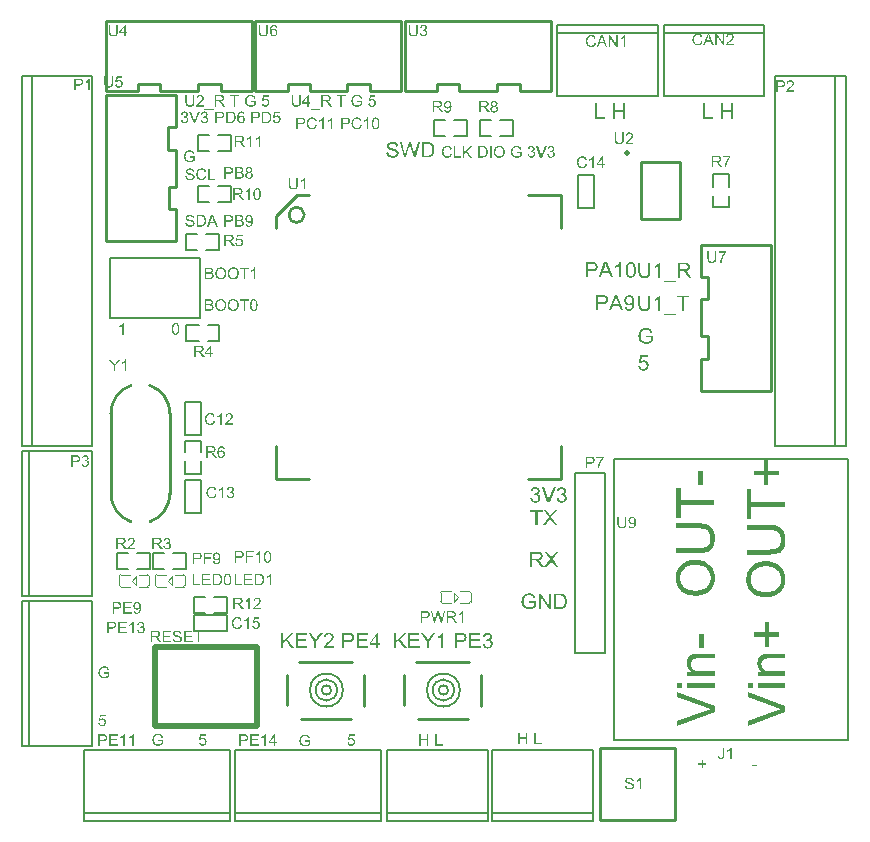
<source format=gto>
G04*
G04 #@! TF.GenerationSoftware,Altium Limited,Altium Designer,18.1.9 (240)*
G04*
G04 Layer_Color=65535*
%FSLAX25Y25*%
%MOIN*%
G70*
G01*
G75*
%ADD10C,0.01000*%
%ADD11C,0.00400*%
%ADD12C,0.00787*%
%ADD13C,0.02000*%
%ADD14C,0.00600*%
%ADD15C,0.00394*%
%ADD16C,0.01968*%
G36*
X432701Y231791D02*
X432760D01*
X432901Y231776D01*
X433056Y231754D01*
X433219Y231717D01*
X433397Y231673D01*
X433567Y231613D01*
X433574D01*
X433589Y231606D01*
X433611Y231599D01*
X433641Y231584D01*
X433722Y231539D01*
X433826Y231488D01*
X433937Y231414D01*
X434055Y231325D01*
X434166Y231229D01*
X434270Y231110D01*
X434285Y231095D01*
X434314Y231051D01*
X434359Y230984D01*
X434418Y230888D01*
X434477Y230770D01*
X434544Y230622D01*
X434610Y230459D01*
X434662Y230274D01*
X434048Y230111D01*
Y230119D01*
X434040Y230126D01*
X434033Y230148D01*
X434026Y230178D01*
X434003Y230244D01*
X433974Y230333D01*
X433929Y230437D01*
X433878Y230533D01*
X433826Y230637D01*
X433759Y230725D01*
X433752Y230733D01*
X433730Y230762D01*
X433685Y230799D01*
X433633Y230851D01*
X433567Y230910D01*
X433478Y230970D01*
X433382Y231029D01*
X433271Y231081D01*
X433256Y231088D01*
X433219Y231103D01*
X433152Y231125D01*
X433064Y231155D01*
X432960Y231177D01*
X432842Y231199D01*
X432708Y231214D01*
X432568Y231221D01*
X432486D01*
X432449Y231214D01*
X432405D01*
X432294Y231206D01*
X432168Y231184D01*
X432028Y231162D01*
X431894Y231125D01*
X431761Y231073D01*
X431746Y231066D01*
X431702Y231051D01*
X431643Y231014D01*
X431569Y230977D01*
X431480Y230918D01*
X431384Y230859D01*
X431295Y230785D01*
X431214Y230703D01*
X431206Y230696D01*
X431177Y230666D01*
X431140Y230614D01*
X431095Y230555D01*
X431043Y230481D01*
X430992Y230392D01*
X430940Y230296D01*
X430888Y230193D01*
Y230185D01*
X430881Y230170D01*
X430873Y230148D01*
X430858Y230111D01*
X430844Y230067D01*
X430829Y230015D01*
X430807Y229956D01*
X430792Y229889D01*
X430755Y229734D01*
X430725Y229556D01*
X430703Y229371D01*
X430696Y229164D01*
Y229157D01*
Y229134D01*
Y229097D01*
X430703Y229053D01*
Y228994D01*
X430710Y228920D01*
X430718Y228846D01*
X430725Y228764D01*
X430755Y228579D01*
X430792Y228387D01*
X430851Y228195D01*
X430925Y228010D01*
Y228002D01*
X430940Y227987D01*
X430947Y227965D01*
X430969Y227936D01*
X431021Y227854D01*
X431103Y227751D01*
X431199Y227640D01*
X431317Y227529D01*
X431458Y227425D01*
X431613Y227329D01*
X431621D01*
X431635Y227321D01*
X431658Y227307D01*
X431695Y227292D01*
X431732Y227277D01*
X431783Y227262D01*
X431902Y227218D01*
X432050Y227181D01*
X432213Y227144D01*
X432390Y227114D01*
X432575Y227107D01*
X432649D01*
X432694Y227114D01*
X432738D01*
X432849Y227129D01*
X432982Y227144D01*
X433123Y227173D01*
X433278Y227218D01*
X433434Y227270D01*
X433441D01*
X433456Y227277D01*
X433471Y227284D01*
X433500Y227299D01*
X433582Y227336D01*
X433670Y227381D01*
X433774Y227432D01*
X433885Y227492D01*
X433989Y227558D01*
X434077Y227632D01*
Y228594D01*
X432568D01*
Y229201D01*
X434743D01*
Y227299D01*
X434736Y227292D01*
X434721Y227284D01*
X434692Y227262D01*
X434655Y227233D01*
X434610Y227203D01*
X434558Y227166D01*
X434492Y227122D01*
X434425Y227077D01*
X434270Y226981D01*
X434092Y226877D01*
X433907Y226781D01*
X433707Y226700D01*
X433700D01*
X433685Y226692D01*
X433656Y226685D01*
X433619Y226670D01*
X433567Y226655D01*
X433508Y226633D01*
X433441Y226618D01*
X433374Y226604D01*
X433212Y226567D01*
X433027Y226530D01*
X432827Y226507D01*
X432620Y226500D01*
X432546D01*
X432494Y226507D01*
X432427D01*
X432346Y226515D01*
X432257Y226530D01*
X432161Y226537D01*
X431946Y226581D01*
X431717Y226633D01*
X431480Y226715D01*
X431362Y226759D01*
X431243Y226818D01*
X431236Y226826D01*
X431214Y226833D01*
X431184Y226855D01*
X431140Y226877D01*
X431088Y226914D01*
X431036Y226951D01*
X430895Y227055D01*
X430747Y227188D01*
X430592Y227351D01*
X430444Y227536D01*
X430311Y227751D01*
Y227758D01*
X430296Y227780D01*
X430281Y227810D01*
X430259Y227862D01*
X430237Y227913D01*
X430215Y227987D01*
X430185Y228061D01*
X430155Y228150D01*
X430126Y228246D01*
X430096Y228357D01*
X430074Y228468D01*
X430052Y228587D01*
X430015Y228846D01*
X430000Y229120D01*
Y229127D01*
Y229157D01*
Y229194D01*
X430007Y229245D01*
Y229312D01*
X430015Y229393D01*
X430030Y229475D01*
X430037Y229571D01*
X430059Y229675D01*
X430074Y229786D01*
X430133Y230022D01*
X430207Y230267D01*
X430311Y230511D01*
X430318Y230518D01*
X430326Y230540D01*
X430340Y230570D01*
X430370Y230614D01*
X430400Y230674D01*
X430437Y230733D01*
X430540Y230873D01*
X430666Y231036D01*
X430821Y231192D01*
X430999Y231347D01*
X431103Y231414D01*
X431206Y231480D01*
X431214Y231488D01*
X431236Y231495D01*
X431265Y231510D01*
X431310Y231532D01*
X431369Y231554D01*
X431436Y231584D01*
X431510Y231613D01*
X431598Y231643D01*
X431695Y231673D01*
X431798Y231695D01*
X431909Y231724D01*
X432028Y231747D01*
X432287Y231784D01*
X432420Y231798D01*
X432657D01*
X432701Y231791D01*
D02*
G37*
G36*
X439768Y226589D02*
X439065D01*
X436386Y230607D01*
Y226589D01*
X435735D01*
Y231710D01*
X436431D01*
X439117Y227684D01*
Y231710D01*
X439768D01*
Y226589D01*
D02*
G37*
G36*
X443009Y231702D02*
X443157Y231695D01*
X443305Y231680D01*
X443453Y231658D01*
X443579Y231636D01*
X443586D01*
X443601Y231628D01*
X443623D01*
X443653Y231613D01*
X443734Y231591D01*
X443838Y231554D01*
X443956Y231502D01*
X444082Y231436D01*
X444208Y231362D01*
X444326Y231266D01*
X444334Y231258D01*
X444341Y231251D01*
X444363Y231229D01*
X444393Y231206D01*
X444467Y231132D01*
X444556Y231029D01*
X444652Y230903D01*
X444756Y230755D01*
X444852Y230585D01*
X444933Y230392D01*
Y230385D01*
X444941Y230370D01*
X444955Y230341D01*
X444963Y230296D01*
X444985Y230244D01*
X445000Y230185D01*
X445015Y230119D01*
X445037Y230037D01*
X445059Y229956D01*
X445074Y229860D01*
X445111Y229652D01*
X445133Y229423D01*
X445140Y229171D01*
Y229164D01*
Y229149D01*
Y229112D01*
Y229075D01*
X445133Y229023D01*
Y228964D01*
X445126Y228824D01*
X445103Y228661D01*
X445081Y228491D01*
X445044Y228313D01*
X445000Y228135D01*
Y228128D01*
X444992Y228113D01*
X444985Y228091D01*
X444978Y228061D01*
X444948Y227980D01*
X444904Y227876D01*
X444859Y227758D01*
X444800Y227640D01*
X444726Y227514D01*
X444652Y227395D01*
X444645Y227381D01*
X444615Y227344D01*
X444571Y227292D01*
X444511Y227225D01*
X444445Y227151D01*
X444363Y227077D01*
X444282Y226996D01*
X444186Y226929D01*
X444171Y226922D01*
X444141Y226900D01*
X444090Y226870D01*
X444016Y226833D01*
X443927Y226789D01*
X443823Y226752D01*
X443705Y226707D01*
X443572Y226670D01*
X443557D01*
X443535Y226663D01*
X443512Y226655D01*
X443438Y226648D01*
X443335Y226633D01*
X443216Y226618D01*
X443076Y226604D01*
X442920Y226596D01*
X442750Y226589D01*
X440908D01*
Y231710D01*
X442876D01*
X443009Y231702D01*
D02*
G37*
G36*
X375252Y390468D02*
X375302Y390463D01*
X375363Y390457D01*
X375424Y390452D01*
X375496Y390435D01*
X375646Y390402D01*
X375813Y390352D01*
X375896Y390318D01*
X375974Y390280D01*
X376051Y390230D01*
X376129Y390180D01*
X376134Y390174D01*
X376146Y390169D01*
X376168Y390152D01*
X376195Y390124D01*
X376223Y390096D01*
X376262Y390057D01*
X376301Y390013D01*
X376345Y389969D01*
X376390Y389913D01*
X376434Y389847D01*
X376484Y389780D01*
X376529Y389708D01*
X376567Y389625D01*
X376612Y389541D01*
X376645Y389453D01*
X376678Y389353D01*
X376179Y389236D01*
Y389242D01*
X376173Y389253D01*
X376162Y389275D01*
X376151Y389303D01*
X376140Y389336D01*
X376123Y389381D01*
X376079Y389469D01*
X376023Y389569D01*
X375957Y389669D01*
X375873Y389763D01*
X375785Y389847D01*
X375774Y389858D01*
X375740Y389880D01*
X375685Y389908D01*
X375613Y389947D01*
X375518Y389980D01*
X375413Y390013D01*
X375285Y390035D01*
X375147Y390041D01*
X375102D01*
X375074Y390035D01*
X375036D01*
X374991Y390030D01*
X374886Y390013D01*
X374769Y389991D01*
X374647Y389952D01*
X374519Y389897D01*
X374403Y389824D01*
X374397D01*
X374392Y389813D01*
X374353Y389786D01*
X374303Y389741D01*
X374242Y389675D01*
X374170Y389591D01*
X374103Y389497D01*
X374042Y389381D01*
X373987Y389253D01*
Y389247D01*
X373981Y389236D01*
X373975Y389219D01*
X373970Y389192D01*
X373959Y389158D01*
X373948Y389120D01*
X373931Y389025D01*
X373909Y388914D01*
X373887Y388792D01*
X373876Y388659D01*
X373870Y388515D01*
Y388509D01*
Y388492D01*
Y388465D01*
Y388431D01*
X373876Y388392D01*
Y388343D01*
X373881Y388287D01*
X373887Y388226D01*
X373903Y388093D01*
X373931Y387948D01*
X373964Y387804D01*
X374009Y387660D01*
Y387654D01*
X374014Y387643D01*
X374025Y387627D01*
X374037Y387599D01*
X374070Y387532D01*
X374120Y387455D01*
X374181Y387366D01*
X374258Y387271D01*
X374347Y387188D01*
X374453Y387110D01*
X374458D01*
X374469Y387105D01*
X374486Y387094D01*
X374508Y387083D01*
X374536Y387072D01*
X374569Y387055D01*
X374647Y387022D01*
X374747Y386988D01*
X374858Y386961D01*
X374980Y386939D01*
X375108Y386933D01*
X375147D01*
X375180Y386939D01*
X375219D01*
X375257Y386944D01*
X375357Y386966D01*
X375474Y386994D01*
X375590Y387038D01*
X375713Y387099D01*
X375774Y387133D01*
X375829Y387177D01*
X375835Y387183D01*
X375840Y387188D01*
X375857Y387205D01*
X375879Y387222D01*
X375901Y387249D01*
X375929Y387282D01*
X375962Y387316D01*
X375990Y387360D01*
X376023Y387410D01*
X376062Y387466D01*
X376096Y387521D01*
X376129Y387588D01*
X376157Y387660D01*
X376184Y387738D01*
X376212Y387821D01*
X376234Y387910D01*
X376745Y387782D01*
Y387776D01*
X376739Y387754D01*
X376728Y387721D01*
X376712Y387677D01*
X376695Y387627D01*
X376673Y387566D01*
X376645Y387499D01*
X376612Y387427D01*
X376534Y387271D01*
X376434Y387116D01*
X376373Y387038D01*
X376312Y386961D01*
X376245Y386894D01*
X376168Y386827D01*
X376162Y386822D01*
X376151Y386811D01*
X376123Y386800D01*
X376096Y386777D01*
X376051Y386750D01*
X376007Y386722D01*
X375946Y386694D01*
X375885Y386666D01*
X375813Y386633D01*
X375735Y386606D01*
X375652Y386578D01*
X375563Y386550D01*
X375468Y386528D01*
X375368Y386517D01*
X375263Y386506D01*
X375152Y386500D01*
X375091D01*
X375047Y386506D01*
X374997D01*
X374936Y386511D01*
X374869Y386522D01*
X374791Y386533D01*
X374630Y386561D01*
X374464Y386606D01*
X374297Y386666D01*
X374220Y386705D01*
X374142Y386750D01*
X374136Y386755D01*
X374125Y386761D01*
X374103Y386777D01*
X374081Y386800D01*
X374048Y386822D01*
X374009Y386855D01*
X373964Y386894D01*
X373920Y386939D01*
X373876Y386988D01*
X373826Y387038D01*
X373726Y387166D01*
X373631Y387316D01*
X373548Y387482D01*
Y387488D01*
X373537Y387505D01*
X373531Y387532D01*
X373515Y387566D01*
X373504Y387610D01*
X373487Y387666D01*
X373465Y387726D01*
X373448Y387793D01*
X373432Y387865D01*
X373409Y387948D01*
X373382Y388121D01*
X373359Y388315D01*
X373348Y388515D01*
Y388520D01*
Y388542D01*
Y388576D01*
X373354Y388615D01*
Y388670D01*
X373359Y388726D01*
X373365Y388798D01*
X373376Y388870D01*
X373404Y389031D01*
X373443Y389208D01*
X373498Y389386D01*
X373576Y389558D01*
X373581Y389564D01*
X373587Y389580D01*
X373598Y389602D01*
X373620Y389630D01*
X373642Y389669D01*
X373670Y389714D01*
X373742Y389813D01*
X373837Y389924D01*
X373948Y390035D01*
X374075Y390146D01*
X374225Y390241D01*
X374231Y390246D01*
X374247Y390252D01*
X374270Y390263D01*
X374297Y390280D01*
X374342Y390296D01*
X374386Y390313D01*
X374442Y390335D01*
X374503Y390357D01*
X374569Y390379D01*
X374641Y390402D01*
X374797Y390435D01*
X374974Y390463D01*
X375158Y390474D01*
X375213D01*
X375252Y390468D01*
D02*
G37*
G36*
X360334D02*
X360384Y390463D01*
X360444Y390457D01*
X360506Y390452D01*
X360578Y390435D01*
X360728Y390402D01*
X360894Y390352D01*
X360977Y390318D01*
X361055Y390280D01*
X361133Y390230D01*
X361210Y390180D01*
X361216Y390174D01*
X361227Y390169D01*
X361249Y390152D01*
X361277Y390124D01*
X361305Y390096D01*
X361344Y390057D01*
X361383Y390013D01*
X361427Y389969D01*
X361471Y389913D01*
X361516Y389847D01*
X361566Y389780D01*
X361610Y389708D01*
X361649Y389625D01*
X361693Y389541D01*
X361727Y389453D01*
X361760Y389353D01*
X361260Y389236D01*
Y389242D01*
X361255Y389253D01*
X361244Y389275D01*
X361233Y389303D01*
X361222Y389336D01*
X361205Y389381D01*
X361160Y389469D01*
X361105Y389569D01*
X361038Y389669D01*
X360955Y389763D01*
X360866Y389847D01*
X360855Y389858D01*
X360822Y389880D01*
X360766Y389908D01*
X360694Y389947D01*
X360600Y389980D01*
X360494Y390013D01*
X360367Y390035D01*
X360228Y390041D01*
X360184D01*
X360156Y390035D01*
X360117D01*
X360073Y390030D01*
X359967Y390013D01*
X359851Y389991D01*
X359729Y389952D01*
X359601Y389897D01*
X359484Y389824D01*
X359479D01*
X359473Y389813D01*
X359435Y389786D01*
X359384Y389741D01*
X359324Y389675D01*
X359251Y389591D01*
X359185Y389497D01*
X359124Y389381D01*
X359068Y389253D01*
Y389247D01*
X359063Y389236D01*
X359057Y389219D01*
X359051Y389192D01*
X359040Y389158D01*
X359029Y389120D01*
X359013Y389025D01*
X358991Y388914D01*
X358968Y388792D01*
X358957Y388659D01*
X358952Y388515D01*
Y388509D01*
Y388492D01*
Y388465D01*
Y388431D01*
X358957Y388392D01*
Y388343D01*
X358963Y388287D01*
X358968Y388226D01*
X358985Y388093D01*
X359013Y387948D01*
X359046Y387804D01*
X359090Y387660D01*
Y387654D01*
X359096Y387643D01*
X359107Y387627D01*
X359118Y387599D01*
X359151Y387532D01*
X359201Y387455D01*
X359262Y387366D01*
X359340Y387271D01*
X359429Y387188D01*
X359534Y387110D01*
X359540D01*
X359551Y387105D01*
X359568Y387094D01*
X359590Y387083D01*
X359618Y387072D01*
X359651Y387055D01*
X359729Y387022D01*
X359828Y386988D01*
X359940Y386961D01*
X360062Y386939D01*
X360189Y386933D01*
X360228D01*
X360261Y386939D01*
X360300D01*
X360339Y386944D01*
X360439Y386966D01*
X360556Y386994D01*
X360672Y387038D01*
X360794Y387099D01*
X360855Y387133D01*
X360911Y387177D01*
X360916Y387183D01*
X360922Y387188D01*
X360939Y387205D01*
X360961Y387222D01*
X360983Y387249D01*
X361011Y387282D01*
X361044Y387316D01*
X361072Y387360D01*
X361105Y387410D01*
X361144Y387466D01*
X361177Y387521D01*
X361210Y387588D01*
X361238Y387660D01*
X361266Y387738D01*
X361294Y387821D01*
X361316Y387910D01*
X361826Y387782D01*
Y387776D01*
X361821Y387754D01*
X361810Y387721D01*
X361793Y387677D01*
X361776Y387627D01*
X361754Y387566D01*
X361727Y387499D01*
X361693Y387427D01*
X361616Y387271D01*
X361516Y387116D01*
X361455Y387038D01*
X361394Y386961D01*
X361327Y386894D01*
X361249Y386827D01*
X361244Y386822D01*
X361233Y386811D01*
X361205Y386800D01*
X361177Y386777D01*
X361133Y386750D01*
X361088Y386722D01*
X361027Y386694D01*
X360966Y386666D01*
X360894Y386633D01*
X360816Y386606D01*
X360733Y386578D01*
X360644Y386550D01*
X360550Y386528D01*
X360450Y386517D01*
X360345Y386506D01*
X360234Y386500D01*
X360173D01*
X360128Y386506D01*
X360078D01*
X360017Y386511D01*
X359951Y386522D01*
X359873Y386533D01*
X359712Y386561D01*
X359545Y386606D01*
X359379Y386666D01*
X359301Y386705D01*
X359224Y386750D01*
X359218Y386755D01*
X359207Y386761D01*
X359185Y386777D01*
X359162Y386800D01*
X359129Y386822D01*
X359090Y386855D01*
X359046Y386894D01*
X359001Y386939D01*
X358957Y386988D01*
X358907Y387038D01*
X358807Y387166D01*
X358713Y387316D01*
X358630Y387482D01*
Y387488D01*
X358619Y387505D01*
X358613Y387532D01*
X358596Y387566D01*
X358585Y387610D01*
X358569Y387666D01*
X358546Y387726D01*
X358530Y387793D01*
X358513Y387865D01*
X358491Y387948D01*
X358463Y388121D01*
X358441Y388315D01*
X358430Y388515D01*
Y388520D01*
Y388542D01*
Y388576D01*
X358435Y388615D01*
Y388670D01*
X358441Y388726D01*
X358447Y388798D01*
X358458Y388870D01*
X358485Y389031D01*
X358524Y389208D01*
X358580Y389386D01*
X358658Y389558D01*
X358663Y389564D01*
X358669Y389580D01*
X358680Y389602D01*
X358702Y389630D01*
X358724Y389669D01*
X358752Y389714D01*
X358824Y389813D01*
X358918Y389924D01*
X359029Y390035D01*
X359157Y390146D01*
X359307Y390241D01*
X359312Y390246D01*
X359329Y390252D01*
X359351Y390263D01*
X359379Y390280D01*
X359423Y390296D01*
X359468Y390313D01*
X359523Y390335D01*
X359584Y390357D01*
X359651Y390379D01*
X359723Y390402D01*
X359878Y390435D01*
X360056Y390463D01*
X360239Y390474D01*
X360295D01*
X360334Y390468D01*
D02*
G37*
G36*
X378954Y386567D02*
X378482D01*
Y389569D01*
X378477Y389564D01*
X378449Y389541D01*
X378415Y389508D01*
X378360Y389469D01*
X378299Y389419D01*
X378221Y389364D01*
X378132Y389303D01*
X378032Y389242D01*
X378027D01*
X378021Y389236D01*
X377988Y389214D01*
X377933Y389186D01*
X377866Y389153D01*
X377788Y389114D01*
X377705Y389075D01*
X377622Y389036D01*
X377538Y389003D01*
Y389458D01*
X377544D01*
X377555Y389469D01*
X377577Y389475D01*
X377605Y389491D01*
X377639Y389508D01*
X377677Y389530D01*
X377772Y389586D01*
X377883Y389647D01*
X377994Y389724D01*
X378110Y389813D01*
X378227Y389908D01*
X378232Y389913D01*
X378238Y389919D01*
X378255Y389935D01*
X378277Y389952D01*
X378327Y390008D01*
X378393Y390074D01*
X378460Y390152D01*
X378532Y390241D01*
X378593Y390330D01*
X378648Y390424D01*
X378954D01*
Y386567D01*
D02*
G37*
G36*
X371578Y390402D02*
X371672Y390396D01*
X371772Y390390D01*
X371866Y390379D01*
X371950Y390368D01*
X371961D01*
X372000Y390357D01*
X372050Y390346D01*
X372116Y390330D01*
X372188Y390302D01*
X372266Y390268D01*
X372349Y390230D01*
X372422Y390185D01*
X372432Y390180D01*
X372455Y390163D01*
X372488Y390130D01*
X372533Y390091D01*
X372582Y390041D01*
X372632Y389974D01*
X372688Y389902D01*
X372732Y389819D01*
X372738Y389808D01*
X372749Y389780D01*
X372771Y389730D01*
X372793Y389664D01*
X372810Y389586D01*
X372832Y389497D01*
X372843Y389397D01*
X372849Y389292D01*
Y389286D01*
Y389269D01*
Y389247D01*
X372843Y389208D01*
X372838Y389170D01*
X372832Y389120D01*
X372821Y389064D01*
X372810Y389003D01*
X372771Y388875D01*
X372749Y388809D01*
X372716Y388737D01*
X372677Y388665D01*
X372638Y388598D01*
X372588Y388531D01*
X372533Y388465D01*
X372527Y388459D01*
X372516Y388448D01*
X372499Y388431D01*
X372471Y388415D01*
X372438Y388387D01*
X372394Y388359D01*
X372338Y388326D01*
X372277Y388298D01*
X372205Y388265D01*
X372122Y388232D01*
X372033Y388204D01*
X371927Y388182D01*
X371816Y388159D01*
X371694Y388143D01*
X371556Y388132D01*
X371411Y388126D01*
X370429D01*
Y386567D01*
X369918D01*
Y390407D01*
X371495D01*
X371578Y390402D01*
D02*
G37*
G36*
X367021Y386567D02*
X366549D01*
Y389569D01*
X366544Y389564D01*
X366516Y389541D01*
X366483Y389508D01*
X366427Y389469D01*
X366366Y389419D01*
X366289Y389364D01*
X366200Y389303D01*
X366100Y389242D01*
X366094D01*
X366089Y389236D01*
X366056Y389214D01*
X366000Y389186D01*
X365933Y389153D01*
X365856Y389114D01*
X365773Y389075D01*
X365689Y389036D01*
X365606Y389003D01*
Y389458D01*
X365612D01*
X365623Y389469D01*
X365645Y389475D01*
X365673Y389491D01*
X365706Y389508D01*
X365745Y389530D01*
X365839Y389586D01*
X365950Y389647D01*
X366061Y389724D01*
X366178Y389813D01*
X366294Y389908D01*
X366300Y389913D01*
X366305Y389919D01*
X366322Y389935D01*
X366344Y389952D01*
X366394Y390008D01*
X366461Y390074D01*
X366527Y390152D01*
X366599Y390241D01*
X366661Y390330D01*
X366716Y390424D01*
X367021D01*
Y386567D01*
D02*
G37*
G36*
X364035D02*
X363564D01*
Y389569D01*
X363558Y389564D01*
X363530Y389541D01*
X363497Y389508D01*
X363442Y389469D01*
X363381Y389419D01*
X363303Y389364D01*
X363214Y389303D01*
X363114Y389242D01*
X363109D01*
X363103Y389236D01*
X363070Y389214D01*
X363014Y389186D01*
X362948Y389153D01*
X362870Y389114D01*
X362787Y389075D01*
X362703Y389036D01*
X362620Y389003D01*
Y389458D01*
X362626D01*
X362637Y389469D01*
X362659Y389475D01*
X362687Y389491D01*
X362720Y389508D01*
X362759Y389530D01*
X362853Y389586D01*
X362964Y389647D01*
X363075Y389724D01*
X363192Y389813D01*
X363308Y389908D01*
X363314Y389913D01*
X363319Y389919D01*
X363336Y389935D01*
X363358Y389952D01*
X363408Y390008D01*
X363475Y390074D01*
X363541Y390152D01*
X363614Y390241D01*
X363675Y390330D01*
X363730Y390424D01*
X364035D01*
Y386567D01*
D02*
G37*
G36*
X356660Y390402D02*
X356754Y390396D01*
X356854Y390390D01*
X356948Y390379D01*
X357031Y390368D01*
X357042D01*
X357081Y390357D01*
X357131Y390346D01*
X357198Y390330D01*
X357270Y390302D01*
X357348Y390268D01*
X357431Y390230D01*
X357503Y390185D01*
X357514Y390180D01*
X357536Y390163D01*
X357570Y390130D01*
X357614Y390091D01*
X357664Y390041D01*
X357714Y389974D01*
X357769Y389902D01*
X357814Y389819D01*
X357819Y389808D01*
X357831Y389780D01*
X357853Y389730D01*
X357875Y389664D01*
X357892Y389586D01*
X357914Y389497D01*
X357925Y389397D01*
X357930Y389292D01*
Y389286D01*
Y389269D01*
Y389247D01*
X357925Y389208D01*
X357919Y389170D01*
X357914Y389120D01*
X357903Y389064D01*
X357892Y389003D01*
X357853Y388875D01*
X357831Y388809D01*
X357797Y388737D01*
X357758Y388665D01*
X357719Y388598D01*
X357669Y388531D01*
X357614Y388465D01*
X357609Y388459D01*
X357597Y388448D01*
X357581Y388431D01*
X357553Y388415D01*
X357520Y388387D01*
X357475Y388359D01*
X357420Y388326D01*
X357359Y388298D01*
X357287Y388265D01*
X357203Y388232D01*
X357115Y388204D01*
X357009Y388182D01*
X356898Y388159D01*
X356776Y388143D01*
X356637Y388132D01*
X356493Y388126D01*
X355511D01*
Y386567D01*
X355000D01*
Y390407D01*
X356576D01*
X356660Y390402D01*
D02*
G37*
G36*
X381529Y390418D02*
X381601Y390407D01*
X381684Y390390D01*
X381773Y390368D01*
X381868Y390341D01*
X381956Y390296D01*
X381962D01*
X381967Y390291D01*
X381995Y390274D01*
X382040Y390246D01*
X382095Y390207D01*
X382156Y390152D01*
X382223Y390091D01*
X382284Y390019D01*
X382345Y389935D01*
X382350Y389924D01*
X382373Y389897D01*
X382395Y389847D01*
X382434Y389774D01*
X382467Y389691D01*
X382511Y389597D01*
X382550Y389486D01*
X382583Y389364D01*
Y389358D01*
X382589Y389347D01*
X382595Y389331D01*
X382600Y389303D01*
X382606Y389269D01*
X382611Y389231D01*
X382622Y389181D01*
X382628Y389125D01*
X382639Y389064D01*
X382645Y388998D01*
X382650Y388920D01*
X382661Y388842D01*
X382667Y388753D01*
Y388665D01*
X382672Y388565D01*
Y388459D01*
Y388454D01*
Y388431D01*
Y388392D01*
Y388348D01*
X382667Y388287D01*
Y388221D01*
X382661Y388148D01*
X382656Y388071D01*
X382639Y387893D01*
X382611Y387710D01*
X382578Y387532D01*
X382556Y387449D01*
X382528Y387366D01*
Y387360D01*
X382522Y387349D01*
X382511Y387327D01*
X382500Y387299D01*
X382489Y387260D01*
X382467Y387222D01*
X382423Y387127D01*
X382367Y387027D01*
X382295Y386916D01*
X382212Y386816D01*
X382112Y386722D01*
X382106D01*
X382101Y386711D01*
X382084Y386700D01*
X382062Y386689D01*
X382034Y386672D01*
X382006Y386650D01*
X381923Y386611D01*
X381823Y386572D01*
X381707Y386533D01*
X381568Y386511D01*
X381418Y386500D01*
X381363D01*
X381324Y386506D01*
X381279Y386511D01*
X381224Y386522D01*
X381163Y386533D01*
X381096Y386550D01*
X381030Y386572D01*
X380957Y386594D01*
X380885Y386628D01*
X380813Y386666D01*
X380741Y386711D01*
X380669Y386766D01*
X380602Y386827D01*
X380541Y386894D01*
X380536Y386900D01*
X380524Y386916D01*
X380508Y386944D01*
X380480Y386988D01*
X380452Y387038D01*
X380424Y387105D01*
X380386Y387183D01*
X380352Y387271D01*
X380319Y387371D01*
X380286Y387488D01*
X380253Y387615D01*
X380225Y387760D01*
X380197Y387915D01*
X380180Y388082D01*
X380169Y388265D01*
X380164Y388459D01*
Y388465D01*
Y388487D01*
Y388526D01*
Y388570D01*
X380169Y388631D01*
Y388698D01*
X380175Y388770D01*
X380180Y388853D01*
X380197Y389025D01*
X380225Y389208D01*
X380258Y389392D01*
X380280Y389475D01*
X380302Y389558D01*
Y389564D01*
X380308Y389575D01*
X380319Y389597D01*
X380330Y389625D01*
X380341Y389664D01*
X380363Y389702D01*
X380408Y389797D01*
X380463Y389897D01*
X380536Y390002D01*
X380619Y390107D01*
X380719Y390196D01*
X380724D01*
X380730Y390207D01*
X380747Y390218D01*
X380769Y390230D01*
X380796Y390252D01*
X380830Y390268D01*
X380913Y390313D01*
X381013Y390352D01*
X381129Y390390D01*
X381268Y390413D01*
X381418Y390424D01*
X381468D01*
X381529Y390418D01*
D02*
G37*
G36*
X473026Y339082D02*
Y339074D01*
Y339045D01*
Y339008D01*
Y338956D01*
X473018Y338889D01*
Y338815D01*
X473011Y338726D01*
X473003Y338638D01*
X472981Y338438D01*
X472952Y338231D01*
X472907Y338031D01*
X472878Y337935D01*
X472848Y337846D01*
Y337838D01*
X472841Y337824D01*
X472826Y337801D01*
X472811Y337772D01*
X472767Y337690D01*
X472700Y337587D01*
X472611Y337468D01*
X472508Y337350D01*
X472374Y337224D01*
X472212Y337113D01*
X472204D01*
X472189Y337098D01*
X472167Y337091D01*
X472130Y337069D01*
X472086Y337047D01*
X472027Y337024D01*
X471967Y337002D01*
X471893Y336973D01*
X471812Y336943D01*
X471723Y336921D01*
X471627Y336899D01*
X471516Y336876D01*
X471405Y336862D01*
X471287Y336847D01*
X471020Y336832D01*
X470954D01*
X470902Y336839D01*
X470843D01*
X470769Y336847D01*
X470687Y336854D01*
X470606Y336862D01*
X470421Y336891D01*
X470221Y336936D01*
X470029Y336995D01*
X469844Y337076D01*
X469836D01*
X469821Y337091D01*
X469799Y337106D01*
X469770Y337121D01*
X469688Y337180D01*
X469592Y337261D01*
X469481Y337365D01*
X469377Y337483D01*
X469274Y337631D01*
X469192Y337794D01*
Y337801D01*
X469185Y337816D01*
X469178Y337846D01*
X469163Y337883D01*
X469148Y337927D01*
X469133Y337986D01*
X469111Y338053D01*
X469096Y338134D01*
X469081Y338223D01*
X469059Y338319D01*
X469044Y338423D01*
X469030Y338534D01*
X469015Y338660D01*
X469007Y338793D01*
X469000Y338934D01*
Y339082D01*
Y342042D01*
X469681D01*
Y339082D01*
Y339074D01*
Y339052D01*
Y339015D01*
Y338971D01*
X469688Y338919D01*
Y338852D01*
X469696Y338712D01*
X469710Y338549D01*
X469733Y338386D01*
X469762Y338231D01*
X469777Y338164D01*
X469799Y338097D01*
X469807Y338083D01*
X469821Y338046D01*
X469858Y337994D01*
X469903Y337920D01*
X469955Y337846D01*
X470029Y337764D01*
X470117Y337683D01*
X470221Y337616D01*
X470236Y337609D01*
X470273Y337587D01*
X470339Y337565D01*
X470428Y337535D01*
X470532Y337498D01*
X470665Y337476D01*
X470806Y337454D01*
X470961Y337446D01*
X471035D01*
X471079Y337454D01*
X471146D01*
X471213Y337461D01*
X471375Y337491D01*
X471553Y337528D01*
X471723Y337587D01*
X471886Y337668D01*
X471960Y337720D01*
X472027Y337779D01*
X472034Y337787D01*
X472041Y337794D01*
X472056Y337816D01*
X472078Y337846D01*
X472101Y337890D01*
X472130Y337935D01*
X472160Y338001D01*
X472189Y338068D01*
X472219Y338149D01*
X472241Y338245D01*
X472271Y338356D01*
X472293Y338475D01*
X472315Y338608D01*
X472330Y338749D01*
X472345Y338911D01*
Y339082D01*
Y342042D01*
X473026D01*
Y339082D01*
D02*
G37*
G36*
X484562Y342034D02*
X484629D01*
X484784Y342027D01*
X484947Y342005D01*
X485125Y341982D01*
X485287Y341945D01*
X485369Y341923D01*
X485435Y341901D01*
X485443D01*
X485450Y341894D01*
X485495Y341871D01*
X485561Y341842D01*
X485643Y341790D01*
X485731Y341723D01*
X485828Y341635D01*
X485916Y341531D01*
X486005Y341413D01*
Y341405D01*
X486013Y341398D01*
X486042Y341353D01*
X486072Y341279D01*
X486116Y341183D01*
X486153Y341072D01*
X486190Y340939D01*
X486212Y340798D01*
X486220Y340643D01*
Y340636D01*
Y340621D01*
Y340591D01*
X486212Y340554D01*
Y340502D01*
X486205Y340451D01*
X486175Y340325D01*
X486131Y340177D01*
X486072Y340021D01*
X485983Y339866D01*
X485924Y339792D01*
X485865Y339718D01*
X485857Y339711D01*
X485850Y339703D01*
X485828Y339681D01*
X485798Y339659D01*
X485761Y339629D01*
X485717Y339600D01*
X485657Y339563D01*
X485598Y339518D01*
X485524Y339481D01*
X485443Y339444D01*
X485354Y339400D01*
X485258Y339363D01*
X485147Y339333D01*
X485036Y339296D01*
X484910Y339274D01*
X484777Y339252D01*
X484792Y339244D01*
X484821Y339230D01*
X484866Y339200D01*
X484925Y339170D01*
X485058Y339089D01*
X485125Y339037D01*
X485184Y338993D01*
X485199Y338978D01*
X485236Y338941D01*
X485295Y338882D01*
X485369Y338808D01*
X485450Y338704D01*
X485546Y338593D01*
X485643Y338460D01*
X485746Y338312D01*
X486627Y336921D01*
X485783D01*
X485110Y337986D01*
Y337994D01*
X485095Y338009D01*
X485080Y338031D01*
X485058Y338060D01*
X485006Y338142D01*
X484940Y338245D01*
X484858Y338356D01*
X484777Y338475D01*
X484695Y338586D01*
X484621Y338689D01*
X484614Y338697D01*
X484592Y338726D01*
X484555Y338771D01*
X484503Y338823D01*
X484392Y338934D01*
X484333Y338985D01*
X484274Y339030D01*
X484266Y339037D01*
X484251Y339045D01*
X484222Y339059D01*
X484177Y339082D01*
X484133Y339104D01*
X484081Y339126D01*
X483963Y339163D01*
X483955D01*
X483941Y339170D01*
X483911D01*
X483874Y339178D01*
X483822Y339185D01*
X483763D01*
X483682Y339193D01*
X482808D01*
Y336921D01*
X482128D01*
Y342042D01*
X484503D01*
X484562Y342034D01*
D02*
G37*
G36*
X476267Y336921D02*
X475638D01*
Y340924D01*
X475630Y340917D01*
X475593Y340887D01*
X475549Y340843D01*
X475475Y340791D01*
X475394Y340724D01*
X475290Y340650D01*
X475172Y340569D01*
X475038Y340488D01*
X475031D01*
X475024Y340480D01*
X474979Y340451D01*
X474905Y340414D01*
X474816Y340369D01*
X474713Y340317D01*
X474602Y340266D01*
X474491Y340214D01*
X474380Y340169D01*
Y340776D01*
X474387D01*
X474402Y340791D01*
X474432Y340798D01*
X474469Y340821D01*
X474513Y340843D01*
X474565Y340872D01*
X474691Y340946D01*
X474839Y341028D01*
X474987Y341131D01*
X475142Y341250D01*
X475297Y341376D01*
X475305Y341383D01*
X475312Y341390D01*
X475334Y341413D01*
X475364Y341435D01*
X475431Y341509D01*
X475519Y341598D01*
X475608Y341701D01*
X475704Y341820D01*
X475786Y341938D01*
X475860Y342064D01*
X476267D01*
Y336921D01*
D02*
G37*
G36*
X481639Y335500D02*
X477473D01*
Y335951D01*
X481639D01*
Y335500D01*
D02*
G37*
G36*
X512498Y218765D02*
X515959D01*
Y217308D01*
X512498D01*
Y213883D01*
X511058D01*
Y217308D01*
X507633D01*
Y218765D01*
X511058D01*
Y222191D01*
X512498D01*
Y218765D01*
D02*
G37*
G36*
X518000Y210148D02*
X512461D01*
X512443D01*
X512425D01*
X512297D01*
X512133D01*
X511933Y210129D01*
X511696Y210111D01*
X511459Y210075D01*
X511240Y210020D01*
X511040Y209965D01*
X511022D01*
X510967Y209929D01*
X510876Y209874D01*
X510767Y209820D01*
X510657Y209728D01*
X510530Y209619D01*
X510402Y209473D01*
X510293Y209309D01*
X510275Y209291D01*
X510238Y209237D01*
X510202Y209127D01*
X510147Y209000D01*
X510092Y208854D01*
X510038Y208672D01*
X510020Y208453D01*
X510001Y208234D01*
Y208143D01*
X510020Y208070D01*
X510038Y207888D01*
X510074Y207651D01*
X510165Y207396D01*
X510275Y207105D01*
X510421Y206813D01*
X510639Y206540D01*
X510676Y206504D01*
X510767Y206431D01*
X510840Y206376D01*
X510931Y206321D01*
X511040Y206248D01*
X511167Y206194D01*
X511313Y206121D01*
X511495Y206048D01*
X511696Y205993D01*
X511914Y205939D01*
X512151Y205902D01*
X512406Y205866D01*
X512716Y205829D01*
X513026D01*
X518000D01*
Y204281D01*
X508854D01*
Y205665D01*
X510165D01*
X510147Y205684D01*
X510092Y205720D01*
X510020Y205775D01*
X509929Y205848D01*
X509819Y205957D01*
X509692Y206084D01*
X509546Y206230D01*
X509400Y206412D01*
X509273Y206595D01*
X509127Y206813D01*
X508999Y207050D01*
X508890Y207305D01*
X508799Y207597D01*
X508726Y207888D01*
X508671Y208216D01*
X508653Y208562D01*
Y208708D01*
X508671Y208854D01*
X508690Y209054D01*
X508726Y209291D01*
X508781Y209546D01*
X508854Y209820D01*
X508963Y210075D01*
X508981Y210111D01*
X509018Y210184D01*
X509072Y210311D01*
X509163Y210457D01*
X509273Y210639D01*
X509418Y210803D01*
X509564Y210967D01*
X509746Y211113D01*
X509765Y211131D01*
X509837Y211168D01*
X509929Y211222D01*
X510056Y211314D01*
X510238Y211386D01*
X510421Y211459D01*
X510639Y211550D01*
X510876Y211605D01*
X510894D01*
X510967Y211623D01*
X511076Y211642D01*
X511222Y211660D01*
X511441D01*
X511696Y211678D01*
X512006Y211696D01*
X512388D01*
X518000D01*
Y210148D01*
D02*
G37*
G36*
Y200363D02*
X508854D01*
Y201912D01*
X518000D01*
Y200363D01*
D02*
G37*
G36*
X507159D02*
X505392D01*
Y201912D01*
X507159D01*
Y200363D01*
D02*
G37*
G36*
X518000Y194132D02*
Y192383D01*
X505392Y187500D01*
Y189322D01*
X514556Y192602D01*
X514575D01*
X514611Y192620D01*
X514666Y192638D01*
X514739Y192675D01*
X514848Y192693D01*
X514957Y192729D01*
X515231Y192820D01*
X515540Y192930D01*
X515886Y193039D01*
X516615Y193257D01*
X516597D01*
X516561Y193276D01*
X516506Y193294D01*
X516433Y193312D01*
X516233Y193367D01*
X515959Y193458D01*
X515650Y193549D01*
X515303Y193658D01*
X514939Y193786D01*
X514556Y193932D01*
X505392Y197357D01*
Y199051D01*
X518000Y194132D01*
D02*
G37*
G36*
X336106Y373902D02*
X336150D01*
X336250Y373890D01*
X336361Y373879D01*
X336478Y373857D01*
X336594Y373830D01*
X336700Y373791D01*
X336705D01*
X336711Y373785D01*
X336744Y373768D01*
X336794Y373741D01*
X336850Y373702D01*
X336916Y373652D01*
X336988Y373591D01*
X337055Y373513D01*
X337116Y373430D01*
X337122Y373419D01*
X337138Y373386D01*
X337166Y373341D01*
X337194Y373274D01*
X337222Y373197D01*
X337249Y373113D01*
X337266Y373019D01*
X337271Y372925D01*
Y372914D01*
Y372886D01*
X337266Y372836D01*
X337255Y372775D01*
X337238Y372703D01*
X337210Y372625D01*
X337177Y372547D01*
X337133Y372464D01*
X337127Y372453D01*
X337111Y372431D01*
X337077Y372387D01*
X337033Y372342D01*
X336977Y372287D01*
X336911Y372226D01*
X336827Y372170D01*
X336733Y372115D01*
X336739D01*
X336750Y372109D01*
X336766Y372104D01*
X336789Y372092D01*
X336855Y372070D01*
X336933Y372031D01*
X337016Y371981D01*
X337111Y371920D01*
X337194Y371848D01*
X337271Y371759D01*
X337277Y371748D01*
X337299Y371715D01*
X337333Y371665D01*
X337366Y371598D01*
X337399Y371510D01*
X337433Y371415D01*
X337455Y371304D01*
X337460Y371182D01*
Y371177D01*
Y371171D01*
Y371138D01*
X337455Y371082D01*
X337444Y371016D01*
X337433Y370938D01*
X337410Y370855D01*
X337383Y370766D01*
X337344Y370677D01*
X337338Y370666D01*
X337321Y370638D01*
X337299Y370599D01*
X337266Y370544D01*
X337222Y370488D01*
X337177Y370427D01*
X337122Y370366D01*
X337061Y370316D01*
X337055Y370311D01*
X337033Y370294D01*
X336994Y370272D01*
X336944Y370250D01*
X336883Y370216D01*
X336811Y370183D01*
X336733Y370155D01*
X336639Y370128D01*
X336628D01*
X336594Y370117D01*
X336539Y370111D01*
X336467Y370100D01*
X336378Y370089D01*
X336273Y370078D01*
X336156Y370072D01*
X336023Y370067D01*
X334558D01*
Y373907D01*
X336067D01*
X336106Y373902D01*
D02*
G37*
G36*
X332660D02*
X332754Y373896D01*
X332854Y373890D01*
X332948Y373879D01*
X333031Y373868D01*
X333042D01*
X333081Y373857D01*
X333131Y373846D01*
X333198Y373830D01*
X333270Y373802D01*
X333348Y373768D01*
X333431Y373730D01*
X333503Y373685D01*
X333514Y373680D01*
X333536Y373663D01*
X333570Y373630D01*
X333614Y373591D01*
X333664Y373541D01*
X333714Y373474D01*
X333769Y373402D01*
X333814Y373319D01*
X333819Y373308D01*
X333830Y373280D01*
X333853Y373230D01*
X333875Y373164D01*
X333892Y373086D01*
X333914Y372997D01*
X333925Y372897D01*
X333930Y372792D01*
Y372786D01*
Y372769D01*
Y372747D01*
X333925Y372708D01*
X333919Y372670D01*
X333914Y372620D01*
X333903Y372564D01*
X333892Y372503D01*
X333853Y372375D01*
X333830Y372309D01*
X333797Y372237D01*
X333758Y372165D01*
X333719Y372098D01*
X333669Y372031D01*
X333614Y371965D01*
X333609Y371959D01*
X333597Y371948D01*
X333581Y371931D01*
X333553Y371915D01*
X333520Y371887D01*
X333475Y371859D01*
X333420Y371826D01*
X333359Y371798D01*
X333287Y371765D01*
X333203Y371732D01*
X333115Y371704D01*
X333009Y371682D01*
X332898Y371659D01*
X332776Y371643D01*
X332637Y371632D01*
X332493Y371626D01*
X331511D01*
Y370067D01*
X331000D01*
Y373907D01*
X332576D01*
X332660Y373902D01*
D02*
G37*
G36*
X339297Y373918D02*
X339342Y373913D01*
X339392Y373907D01*
X339447Y373902D01*
X339503Y373885D01*
X339636Y373852D01*
X339769Y373802D01*
X339836Y373768D01*
X339902Y373730D01*
X339963Y373680D01*
X340024Y373630D01*
X340030Y373624D01*
X340035Y373619D01*
X340052Y373602D01*
X340074Y373580D01*
X340096Y373547D01*
X340124Y373513D01*
X340180Y373430D01*
X340235Y373324D01*
X340285Y373202D01*
X340324Y373064D01*
X340330Y372991D01*
X340335Y372914D01*
Y372908D01*
Y372903D01*
Y372869D01*
X340330Y372819D01*
X340318Y372758D01*
X340302Y372681D01*
X340274Y372603D01*
X340241Y372525D01*
X340191Y372448D01*
X340185Y372436D01*
X340163Y372414D01*
X340130Y372381D01*
X340085Y372337D01*
X340024Y372287D01*
X339952Y372237D01*
X339869Y372187D01*
X339769Y372142D01*
X339774D01*
X339786Y372137D01*
X339802Y372131D01*
X339825Y372120D01*
X339891Y372092D01*
X339969Y372054D01*
X340052Y371998D01*
X340141Y371937D01*
X340224Y371859D01*
X340302Y371770D01*
Y371765D01*
X340307Y371759D01*
X340330Y371726D01*
X340363Y371671D01*
X340396Y371598D01*
X340429Y371510D01*
X340463Y371404D01*
X340485Y371288D01*
X340491Y371160D01*
Y371154D01*
Y371138D01*
Y371110D01*
X340485Y371077D01*
X340479Y371038D01*
X340474Y370988D01*
X340463Y370932D01*
X340446Y370871D01*
X340407Y370744D01*
X340380Y370672D01*
X340341Y370605D01*
X340302Y370533D01*
X340257Y370466D01*
X340202Y370400D01*
X340141Y370333D01*
X340135Y370327D01*
X340124Y370316D01*
X340107Y370300D01*
X340080Y370283D01*
X340041Y370255D01*
X340002Y370228D01*
X339952Y370200D01*
X339897Y370166D01*
X339836Y370133D01*
X339763Y370106D01*
X339686Y370078D01*
X339608Y370050D01*
X339519Y370033D01*
X339425Y370017D01*
X339331Y370005D01*
X339225Y370000D01*
X339170D01*
X339131Y370005D01*
X339081Y370011D01*
X339025Y370017D01*
X338964Y370028D01*
X338898Y370044D01*
X338748Y370083D01*
X338670Y370111D01*
X338598Y370139D01*
X338520Y370178D01*
X338442Y370222D01*
X338370Y370272D01*
X338304Y370333D01*
X338298Y370339D01*
X338287Y370350D01*
X338270Y370366D01*
X338248Y370394D01*
X338226Y370427D01*
X338193Y370466D01*
X338165Y370511D01*
X338132Y370566D01*
X338099Y370622D01*
X338071Y370688D01*
X338015Y370827D01*
X337993Y370910D01*
X337976Y370993D01*
X337965Y371082D01*
X337960Y371171D01*
Y371177D01*
Y371188D01*
Y371210D01*
X337965Y371232D01*
Y371265D01*
X337971Y371304D01*
X337982Y371393D01*
X338004Y371493D01*
X338037Y371593D01*
X338087Y371698D01*
X338148Y371798D01*
Y371804D01*
X338159Y371809D01*
X338182Y371837D01*
X338226Y371881D01*
X338287Y371937D01*
X338365Y371992D01*
X338459Y372054D01*
X338565Y372104D01*
X338692Y372142D01*
X338687D01*
X338681Y372148D01*
X338665Y372153D01*
X338642Y372165D01*
X338592Y372187D01*
X338526Y372220D01*
X338454Y372264D01*
X338382Y372320D01*
X338315Y372381D01*
X338254Y372448D01*
X338248Y372459D01*
X338232Y372481D01*
X338210Y372525D01*
X338187Y372581D01*
X338159Y372653D01*
X338137Y372736D01*
X338121Y372831D01*
X338115Y372930D01*
Y372936D01*
Y372947D01*
Y372969D01*
X338121Y373003D01*
X338126Y373036D01*
X338132Y373080D01*
X338154Y373175D01*
X338187Y373286D01*
X338243Y373402D01*
X338276Y373463D01*
X338315Y373524D01*
X338365Y373580D01*
X338415Y373635D01*
X338420Y373641D01*
X338431Y373646D01*
X338448Y373663D01*
X338470Y373680D01*
X338498Y373702D01*
X338537Y373724D01*
X338581Y373752D01*
X338626Y373780D01*
X338681Y373807D01*
X338742Y373835D01*
X338809Y373857D01*
X338881Y373879D01*
X339036Y373913D01*
X339125Y373918D01*
X339214Y373924D01*
X339264D01*
X339297Y373918D01*
D02*
G37*
G36*
X387139Y382291D02*
X387190D01*
X387331Y382276D01*
X387486Y382254D01*
X387649Y382217D01*
X387827Y382173D01*
X387990Y382113D01*
X387997D01*
X388012Y382106D01*
X388034Y382091D01*
X388064Y382076D01*
X388138Y382039D01*
X388234Y381973D01*
X388345Y381899D01*
X388456Y381803D01*
X388559Y381692D01*
X388656Y381566D01*
Y381558D01*
X388663Y381551D01*
X388678Y381529D01*
X388693Y381507D01*
X388730Y381433D01*
X388774Y381336D01*
X388826Y381218D01*
X388863Y381077D01*
X388900Y380929D01*
X388915Y380767D01*
X388263Y380715D01*
Y380722D01*
Y380737D01*
X388256Y380759D01*
X388249Y380796D01*
X388226Y380878D01*
X388197Y380989D01*
X388152Y381107D01*
X388086Y381225D01*
X388004Y381336D01*
X387901Y381440D01*
X387886Y381447D01*
X387849Y381477D01*
X387775Y381521D01*
X387679Y381566D01*
X387553Y381610D01*
X387405Y381655D01*
X387220Y381684D01*
X387013Y381692D01*
X386909D01*
X386865Y381684D01*
X386806Y381677D01*
X386672Y381662D01*
X386524Y381632D01*
X386376Y381595D01*
X386236Y381536D01*
X386177Y381499D01*
X386117Y381462D01*
X386103Y381455D01*
X386073Y381425D01*
X386029Y381373D01*
X385984Y381314D01*
X385932Y381233D01*
X385888Y381144D01*
X385858Y381040D01*
X385844Y380922D01*
Y380907D01*
Y380878D01*
X385851Y380826D01*
X385866Y380767D01*
X385888Y380693D01*
X385925Y380619D01*
X385969Y380545D01*
X386036Y380471D01*
X386043Y380463D01*
X386080Y380441D01*
X386110Y380419D01*
X386140Y380404D01*
X386184Y380382D01*
X386236Y380352D01*
X386302Y380330D01*
X386376Y380300D01*
X386458Y380271D01*
X386554Y380234D01*
X386658Y380204D01*
X386776Y380167D01*
X386909Y380138D01*
X387057Y380101D01*
X387065D01*
X387094Y380093D01*
X387139Y380086D01*
X387190Y380071D01*
X387257Y380056D01*
X387338Y380034D01*
X387420Y380012D01*
X387509Y379990D01*
X387701Y379938D01*
X387886Y379886D01*
X387975Y379856D01*
X388056Y379827D01*
X388130Y379805D01*
X388189Y379775D01*
X388197D01*
X388212Y379768D01*
X388234Y379753D01*
X388263Y379738D01*
X388345Y379694D01*
X388441Y379634D01*
X388552Y379553D01*
X388663Y379464D01*
X388767Y379361D01*
X388855Y379250D01*
X388863Y379235D01*
X388892Y379198D01*
X388922Y379131D01*
X388966Y379042D01*
X389003Y378939D01*
X389040Y378813D01*
X389063Y378672D01*
X389070Y378524D01*
Y378517D01*
Y378510D01*
Y378487D01*
Y378458D01*
X389055Y378376D01*
X389040Y378273D01*
X389011Y378154D01*
X388974Y378029D01*
X388915Y377895D01*
X388833Y377755D01*
Y377747D01*
X388826Y377740D01*
X388789Y377696D01*
X388737Y377629D01*
X388663Y377555D01*
X388567Y377466D01*
X388448Y377370D01*
X388315Y377281D01*
X388160Y377200D01*
X388152D01*
X388138Y377192D01*
X388115Y377185D01*
X388086Y377170D01*
X388041Y377155D01*
X387990Y377133D01*
X387871Y377104D01*
X387731Y377067D01*
X387560Y377030D01*
X387375Y377007D01*
X387176Y377000D01*
X387057D01*
X386998Y377007D01*
X386931D01*
X386857Y377015D01*
X386769Y377022D01*
X386584Y377052D01*
X386391Y377081D01*
X386199Y377133D01*
X386014Y377200D01*
X386006D01*
X385992Y377207D01*
X385969Y377222D01*
X385940Y377237D01*
X385851Y377281D01*
X385747Y377348D01*
X385629Y377437D01*
X385503Y377540D01*
X385385Y377666D01*
X385274Y377807D01*
Y377814D01*
X385259Y377829D01*
X385252Y377851D01*
X385229Y377881D01*
X385215Y377918D01*
X385192Y377962D01*
X385141Y378073D01*
X385089Y378214D01*
X385044Y378369D01*
X385015Y378547D01*
X385000Y378732D01*
X385636Y378791D01*
Y378783D01*
Y378776D01*
X385644Y378754D01*
Y378724D01*
X385659Y378658D01*
X385681Y378561D01*
X385710Y378465D01*
X385740Y378354D01*
X385792Y378251D01*
X385844Y378154D01*
X385851Y378147D01*
X385873Y378117D01*
X385910Y378066D01*
X385969Y378014D01*
X386043Y377947D01*
X386125Y377881D01*
X386236Y377814D01*
X386354Y377755D01*
X386362D01*
X386369Y377747D01*
X386391Y377740D01*
X386413Y377733D01*
X386487Y377710D01*
X386584Y377681D01*
X386702Y377651D01*
X386835Y377629D01*
X386983Y377614D01*
X387146Y377607D01*
X387213D01*
X387287Y377614D01*
X387375Y377622D01*
X387479Y377636D01*
X387597Y377651D01*
X387716Y377681D01*
X387827Y377718D01*
X387842Y377725D01*
X387879Y377740D01*
X387930Y377770D01*
X387997Y377799D01*
X388064Y377851D01*
X388138Y377903D01*
X388212Y377962D01*
X388271Y378036D01*
X388278Y378043D01*
X388293Y378073D01*
X388315Y378110D01*
X388345Y378169D01*
X388374Y378228D01*
X388397Y378302D01*
X388411Y378384D01*
X388419Y378473D01*
Y378480D01*
Y378517D01*
X388411Y378561D01*
X388404Y378621D01*
X388382Y378680D01*
X388360Y378754D01*
X388323Y378828D01*
X388271Y378894D01*
X388263Y378902D01*
X388241Y378924D01*
X388212Y378954D01*
X388160Y378998D01*
X388101Y379042D01*
X388019Y379094D01*
X387923Y379146D01*
X387812Y379190D01*
X387805Y379198D01*
X387768Y379205D01*
X387708Y379227D01*
X387671Y379235D01*
X387620Y379250D01*
X387568Y379272D01*
X387501Y379287D01*
X387427Y379309D01*
X387338Y379331D01*
X387250Y379353D01*
X387146Y379383D01*
X387028Y379412D01*
X386902Y379442D01*
X386894D01*
X386872Y379449D01*
X386835Y379457D01*
X386791Y379472D01*
X386732Y379486D01*
X386665Y379501D01*
X386517Y379546D01*
X386354Y379597D01*
X386184Y379649D01*
X386036Y379701D01*
X385969Y379731D01*
X385910Y379760D01*
X385903D01*
X385895Y379768D01*
X385851Y379797D01*
X385784Y379834D01*
X385710Y379893D01*
X385622Y379960D01*
X385533Y380041D01*
X385444Y380138D01*
X385370Y380241D01*
X385363Y380256D01*
X385340Y380293D01*
X385311Y380352D01*
X385281Y380426D01*
X385252Y380522D01*
X385222Y380633D01*
X385200Y380752D01*
X385192Y380878D01*
Y380885D01*
Y380892D01*
Y380915D01*
Y380944D01*
X385207Y381018D01*
X385222Y381114D01*
X385244Y381225D01*
X385281Y381351D01*
X385333Y381477D01*
X385407Y381603D01*
Y381610D01*
X385414Y381618D01*
X385451Y381662D01*
X385503Y381721D01*
X385570Y381795D01*
X385659Y381877D01*
X385770Y381965D01*
X385903Y382047D01*
X386051Y382121D01*
X386058D01*
X386073Y382128D01*
X386095Y382136D01*
X386125Y382150D01*
X386162Y382165D01*
X386214Y382180D01*
X386325Y382210D01*
X386465Y382239D01*
X386628Y382269D01*
X386798Y382291D01*
X386991Y382298D01*
X387087D01*
X387139Y382291D01*
D02*
G37*
G36*
X394716Y377089D02*
X394050D01*
X392977Y380989D01*
Y380996D01*
X392970Y381011D01*
X392962Y381033D01*
X392955Y381070D01*
X392933Y381151D01*
X392911Y381248D01*
X392881Y381351D01*
X392851Y381447D01*
X392829Y381529D01*
X392822Y381566D01*
X392814Y381588D01*
Y381581D01*
X392807Y381573D01*
X392800Y381529D01*
X392785Y381462D01*
X392763Y381381D01*
X392740Y381292D01*
X392711Y381188D01*
X392689Y381085D01*
X392659Y380989D01*
X391579Y377089D01*
X390868D01*
X389529Y382210D01*
X390232D01*
X390994Y378850D01*
Y378843D01*
X391001Y378828D01*
X391009Y378798D01*
X391016Y378761D01*
X391024Y378709D01*
X391038Y378658D01*
X391053Y378591D01*
X391068Y378517D01*
X391105Y378362D01*
X391142Y378184D01*
X391179Y377992D01*
X391216Y377799D01*
Y377807D01*
X391223Y377836D01*
X391238Y377873D01*
X391246Y377932D01*
X391260Y377992D01*
X391283Y378066D01*
X391320Y378228D01*
X391364Y378391D01*
X391379Y378473D01*
X391401Y378547D01*
X391416Y378613D01*
X391431Y378672D01*
X391445Y378717D01*
X391453Y378746D01*
X392422Y382210D01*
X393244D01*
X393969Y379612D01*
Y379605D01*
X393984Y379568D01*
X393998Y379516D01*
X394013Y379449D01*
X394035Y379361D01*
X394065Y379264D01*
X394095Y379153D01*
X394124Y379028D01*
X394161Y378887D01*
X394191Y378746D01*
X394257Y378443D01*
X394324Y378125D01*
X394376Y377799D01*
Y377807D01*
X394383Y377821D01*
Y377851D01*
X394398Y377888D01*
X394405Y377932D01*
X394420Y377984D01*
X394428Y378051D01*
X394450Y378125D01*
X394487Y378288D01*
X394531Y378480D01*
X394576Y378687D01*
X394635Y378917D01*
X395434Y382210D01*
X396122D01*
X394716Y377089D01*
D02*
G37*
G36*
X398860Y382202D02*
X399008Y382195D01*
X399156Y382180D01*
X399304Y382158D01*
X399430Y382136D01*
X399437D01*
X399452Y382128D01*
X399474D01*
X399504Y382113D01*
X399585Y382091D01*
X399689Y382054D01*
X399807Y382002D01*
X399933Y381936D01*
X400059Y381862D01*
X400177Y381766D01*
X400185Y381758D01*
X400192Y381751D01*
X400214Y381729D01*
X400244Y381706D01*
X400318Y381632D01*
X400407Y381529D01*
X400503Y381403D01*
X400607Y381255D01*
X400703Y381085D01*
X400784Y380892D01*
Y380885D01*
X400792Y380870D01*
X400806Y380841D01*
X400814Y380796D01*
X400836Y380744D01*
X400851Y380685D01*
X400866Y380619D01*
X400888Y380537D01*
X400910Y380456D01*
X400925Y380360D01*
X400962Y380152D01*
X400984Y379923D01*
X400991Y379671D01*
Y379664D01*
Y379649D01*
Y379612D01*
Y379575D01*
X400984Y379523D01*
Y379464D01*
X400977Y379324D01*
X400954Y379161D01*
X400932Y378991D01*
X400895Y378813D01*
X400851Y378635D01*
Y378628D01*
X400843Y378613D01*
X400836Y378591D01*
X400829Y378561D01*
X400799Y378480D01*
X400755Y378376D01*
X400710Y378258D01*
X400651Y378140D01*
X400577Y378014D01*
X400503Y377895D01*
X400496Y377881D01*
X400466Y377844D01*
X400422Y377792D01*
X400362Y377725D01*
X400296Y377651D01*
X400214Y377577D01*
X400133Y377496D01*
X400037Y377429D01*
X400022Y377422D01*
X399992Y377400D01*
X399941Y377370D01*
X399867Y377333D01*
X399778Y377289D01*
X399674Y377252D01*
X399556Y377207D01*
X399423Y377170D01*
X399408D01*
X399386Y377163D01*
X399363Y377155D01*
X399289Y377148D01*
X399186Y377133D01*
X399067Y377118D01*
X398927Y377104D01*
X398771Y377096D01*
X398601Y377089D01*
X396759D01*
Y382210D01*
X398727D01*
X398860Y382202D01*
D02*
G37*
G36*
X339873Y397967D02*
X339917D01*
X340022Y397956D01*
X340139Y397939D01*
X340261Y397912D01*
X340394Y397879D01*
X340522Y397834D01*
X340527D01*
X340539Y397829D01*
X340555Y397823D01*
X340577Y397812D01*
X340638Y397779D01*
X340716Y397740D01*
X340799Y397684D01*
X340888Y397618D01*
X340971Y397545D01*
X341049Y397457D01*
X341060Y397446D01*
X341083Y397412D01*
X341116Y397362D01*
X341160Y397290D01*
X341205Y397201D01*
X341254Y397090D01*
X341304Y396968D01*
X341343Y396830D01*
X340883Y396707D01*
Y396713D01*
X340877Y396719D01*
X340872Y396735D01*
X340866Y396757D01*
X340849Y396807D01*
X340827Y396874D01*
X340794Y396952D01*
X340755Y397024D01*
X340716Y397101D01*
X340666Y397168D01*
X340661Y397174D01*
X340644Y397196D01*
X340611Y397223D01*
X340572Y397262D01*
X340522Y397307D01*
X340455Y397351D01*
X340383Y397396D01*
X340300Y397434D01*
X340289Y397440D01*
X340261Y397451D01*
X340211Y397468D01*
X340144Y397490D01*
X340067Y397507D01*
X339978Y397523D01*
X339878Y397534D01*
X339773Y397540D01*
X339712D01*
X339684Y397534D01*
X339651D01*
X339567Y397529D01*
X339473Y397512D01*
X339368Y397496D01*
X339268Y397468D01*
X339168Y397429D01*
X339157Y397423D01*
X339123Y397412D01*
X339079Y397385D01*
X339023Y397357D01*
X338957Y397312D01*
X338885Y397268D01*
X338818Y397212D01*
X338757Y397151D01*
X338752Y397146D01*
X338729Y397124D01*
X338702Y397085D01*
X338668Y397040D01*
X338629Y396985D01*
X338591Y396918D01*
X338552Y396846D01*
X338513Y396768D01*
Y396763D01*
X338507Y396752D01*
X338502Y396735D01*
X338491Y396707D01*
X338479Y396674D01*
X338468Y396635D01*
X338452Y396591D01*
X338441Y396541D01*
X338413Y396424D01*
X338391Y396291D01*
X338374Y396152D01*
X338369Y395997D01*
Y395991D01*
Y395975D01*
Y395947D01*
X338374Y395914D01*
Y395869D01*
X338380Y395814D01*
X338385Y395758D01*
X338391Y395697D01*
X338413Y395559D01*
X338441Y395414D01*
X338485Y395270D01*
X338541Y395131D01*
Y395126D01*
X338552Y395115D01*
X338557Y395098D01*
X338574Y395076D01*
X338613Y395015D01*
X338674Y394937D01*
X338746Y394854D01*
X338835Y394770D01*
X338940Y394693D01*
X339057Y394621D01*
X339062D01*
X339073Y394615D01*
X339090Y394604D01*
X339118Y394593D01*
X339145Y394582D01*
X339184Y394571D01*
X339273Y394537D01*
X339384Y394510D01*
X339506Y394482D01*
X339639Y394460D01*
X339778Y394454D01*
X339834D01*
X339867Y394460D01*
X339900D01*
X339984Y394471D01*
X340083Y394482D01*
X340189Y394504D01*
X340305Y394537D01*
X340422Y394576D01*
X340428D01*
X340439Y394582D01*
X340450Y394587D01*
X340472Y394598D01*
X340533Y394626D01*
X340600Y394659D01*
X340677Y394698D01*
X340761Y394743D01*
X340838Y394793D01*
X340905Y394848D01*
Y395570D01*
X339773D01*
Y396025D01*
X341404D01*
Y394598D01*
X341399Y394593D01*
X341388Y394587D01*
X341366Y394571D01*
X341338Y394549D01*
X341304Y394526D01*
X341266Y394498D01*
X341216Y394465D01*
X341166Y394432D01*
X341049Y394360D01*
X340916Y394282D01*
X340777Y394210D01*
X340627Y394149D01*
X340622D01*
X340611Y394143D01*
X340588Y394138D01*
X340561Y394127D01*
X340522Y394115D01*
X340477Y394099D01*
X340428Y394088D01*
X340378Y394077D01*
X340255Y394049D01*
X340117Y394021D01*
X339967Y394005D01*
X339811Y393999D01*
X339756D01*
X339717Y394005D01*
X339667D01*
X339606Y394010D01*
X339540Y394021D01*
X339467Y394027D01*
X339306Y394060D01*
X339134Y394099D01*
X338957Y394160D01*
X338868Y394193D01*
X338779Y394238D01*
X338774Y394243D01*
X338757Y394249D01*
X338735Y394265D01*
X338702Y394282D01*
X338663Y394310D01*
X338624Y394338D01*
X338518Y394415D01*
X338407Y394515D01*
X338291Y394637D01*
X338180Y394776D01*
X338080Y394937D01*
Y394942D01*
X338069Y394959D01*
X338058Y394981D01*
X338041Y395020D01*
X338024Y395059D01*
X338008Y395115D01*
X337986Y395170D01*
X337963Y395237D01*
X337941Y395309D01*
X337919Y395392D01*
X337902Y395475D01*
X337886Y395564D01*
X337858Y395758D01*
X337847Y395964D01*
Y395969D01*
Y395991D01*
Y396019D01*
X337852Y396058D01*
Y396108D01*
X337858Y396169D01*
X337869Y396230D01*
X337875Y396302D01*
X337891Y396380D01*
X337902Y396463D01*
X337947Y396641D01*
X338002Y396824D01*
X338080Y397007D01*
X338085Y397013D01*
X338091Y397029D01*
X338102Y397052D01*
X338124Y397085D01*
X338146Y397129D01*
X338174Y397174D01*
X338252Y397279D01*
X338346Y397401D01*
X338463Y397518D01*
X338596Y397634D01*
X338674Y397684D01*
X338752Y397734D01*
X338757Y397740D01*
X338774Y397745D01*
X338796Y397756D01*
X338829Y397773D01*
X338874Y397790D01*
X338924Y397812D01*
X338979Y397834D01*
X339046Y397856D01*
X339118Y397879D01*
X339195Y397895D01*
X339279Y397917D01*
X339368Y397934D01*
X339562Y397962D01*
X339662Y397973D01*
X339839D01*
X339873Y397967D01*
D02*
G37*
G36*
X321019Y395686D02*
Y395681D01*
Y395658D01*
Y395631D01*
Y395592D01*
X321014Y395542D01*
Y395486D01*
X321008Y395420D01*
X321003Y395353D01*
X320986Y395203D01*
X320964Y395048D01*
X320930Y394898D01*
X320908Y394826D01*
X320886Y394759D01*
Y394754D01*
X320881Y394743D01*
X320869Y394726D01*
X320858Y394704D01*
X320825Y394643D01*
X320775Y394565D01*
X320708Y394476D01*
X320631Y394388D01*
X320531Y394293D01*
X320409Y394210D01*
X320403D01*
X320392Y394199D01*
X320375Y394193D01*
X320348Y394177D01*
X320314Y394160D01*
X320270Y394143D01*
X320226Y394127D01*
X320170Y394104D01*
X320109Y394082D01*
X320042Y394066D01*
X319970Y394049D01*
X319887Y394032D01*
X319804Y394021D01*
X319715Y394010D01*
X319515Y393999D01*
X319465D01*
X319426Y394005D01*
X319382D01*
X319326Y394010D01*
X319265Y394016D01*
X319204Y394021D01*
X319066Y394043D01*
X318916Y394077D01*
X318772Y394121D01*
X318633Y394182D01*
X318627D01*
X318616Y394193D01*
X318599Y394204D01*
X318577Y394215D01*
X318516Y394260D01*
X318444Y394321D01*
X318361Y394399D01*
X318283Y394487D01*
X318205Y394598D01*
X318144Y394721D01*
Y394726D01*
X318139Y394737D01*
X318133Y394759D01*
X318122Y394787D01*
X318111Y394820D01*
X318100Y394865D01*
X318083Y394915D01*
X318072Y394976D01*
X318061Y395042D01*
X318044Y395115D01*
X318033Y395192D01*
X318022Y395275D01*
X318011Y395370D01*
X318005Y395470D01*
X318000Y395575D01*
Y395686D01*
Y397906D01*
X318511D01*
Y395686D01*
Y395681D01*
Y395664D01*
Y395636D01*
Y395603D01*
X318516Y395564D01*
Y395514D01*
X318522Y395409D01*
X318533Y395287D01*
X318549Y395164D01*
X318572Y395048D01*
X318583Y394998D01*
X318599Y394948D01*
X318605Y394937D01*
X318616Y394909D01*
X318644Y394870D01*
X318677Y394815D01*
X318716Y394759D01*
X318772Y394698D01*
X318838Y394637D01*
X318916Y394587D01*
X318927Y394582D01*
X318955Y394565D01*
X319005Y394549D01*
X319071Y394526D01*
X319149Y394498D01*
X319249Y394482D01*
X319354Y394465D01*
X319471Y394460D01*
X319526D01*
X319560Y394465D01*
X319609D01*
X319659Y394471D01*
X319782Y394493D01*
X319915Y394521D01*
X320042Y394565D01*
X320164Y394626D01*
X320220Y394665D01*
X320270Y394709D01*
X320275Y394715D01*
X320281Y394721D01*
X320292Y394737D01*
X320309Y394759D01*
X320325Y394793D01*
X320348Y394826D01*
X320370Y394876D01*
X320392Y394926D01*
X320414Y394987D01*
X320431Y395059D01*
X320453Y395142D01*
X320470Y395231D01*
X320486Y395331D01*
X320497Y395437D01*
X320509Y395559D01*
Y395686D01*
Y397906D01*
X321019D01*
Y395686D01*
D02*
G37*
G36*
X345817Y397407D02*
X344279D01*
X344074Y396369D01*
X344079Y396374D01*
X344091Y396380D01*
X344107Y396391D01*
X344135Y396408D01*
X344168Y396424D01*
X344207Y396446D01*
X344296Y396491D01*
X344407Y396535D01*
X344529Y396574D01*
X344662Y396602D01*
X344729Y396613D01*
X344851D01*
X344884Y396607D01*
X344929Y396602D01*
X344978Y396596D01*
X345034Y396585D01*
X345095Y396569D01*
X345228Y396530D01*
X345301Y396502D01*
X345373Y396463D01*
X345445Y396424D01*
X345517Y396380D01*
X345584Y396324D01*
X345650Y396263D01*
X345656Y396258D01*
X345667Y396247D01*
X345683Y396230D01*
X345706Y396202D01*
X345733Y396164D01*
X345761Y396125D01*
X345794Y396075D01*
X345828Y396019D01*
X345855Y395958D01*
X345889Y395892D01*
X345917Y395814D01*
X345944Y395736D01*
X345966Y395653D01*
X345983Y395559D01*
X345994Y395464D01*
X346000Y395364D01*
Y395359D01*
Y395342D01*
Y395314D01*
X345994Y395275D01*
X345989Y395231D01*
X345983Y395181D01*
X345972Y395120D01*
X345961Y395059D01*
X345928Y394915D01*
X345872Y394765D01*
X345839Y394687D01*
X345794Y394615D01*
X345750Y394537D01*
X345694Y394465D01*
X345689Y394460D01*
X345678Y394443D01*
X345656Y394421D01*
X345628Y394393D01*
X345589Y394360D01*
X345545Y394315D01*
X345489Y394276D01*
X345428Y394232D01*
X345361Y394188D01*
X345284Y394149D01*
X345201Y394110D01*
X345112Y394071D01*
X345017Y394043D01*
X344912Y394021D01*
X344801Y394005D01*
X344684Y393999D01*
X344635D01*
X344596Y394005D01*
X344551Y394010D01*
X344501Y394016D01*
X344440Y394021D01*
X344379Y394038D01*
X344240Y394071D01*
X344102Y394121D01*
X344029Y394154D01*
X343957Y394193D01*
X343891Y394238D01*
X343824Y394288D01*
X343819Y394293D01*
X343808Y394299D01*
X343796Y394321D01*
X343774Y394343D01*
X343746Y394371D01*
X343719Y394404D01*
X343685Y394448D01*
X343658Y394498D01*
X343624Y394549D01*
X343591Y394609D01*
X343530Y394743D01*
X343480Y394898D01*
X343463Y394981D01*
X343452Y395070D01*
X343946Y395109D01*
Y395104D01*
Y395092D01*
X343952Y395076D01*
X343957Y395048D01*
X343974Y394987D01*
X343996Y394904D01*
X344029Y394820D01*
X344074Y394726D01*
X344129Y394643D01*
X344196Y394565D01*
X344207Y394560D01*
X344229Y394537D01*
X344274Y394510D01*
X344335Y394476D01*
X344401Y394443D01*
X344485Y394415D01*
X344579Y394393D01*
X344684Y394388D01*
X344718D01*
X344740Y394393D01*
X344807Y394399D01*
X344884Y394421D01*
X344978Y394448D01*
X345073Y394493D01*
X345173Y394560D01*
X345217Y394598D01*
X345262Y394643D01*
X345267Y394648D01*
X345273Y394654D01*
X345284Y394671D01*
X345301Y394687D01*
X345339Y394748D01*
X345384Y394826D01*
X345423Y394920D01*
X345461Y395037D01*
X345489Y395176D01*
X345500Y395248D01*
Y395325D01*
Y395331D01*
Y395342D01*
Y395364D01*
X345495Y395392D01*
Y395425D01*
X345489Y395464D01*
X345473Y395553D01*
X345445Y395658D01*
X345406Y395764D01*
X345350Y395864D01*
X345273Y395958D01*
Y395964D01*
X345262Y395969D01*
X345234Y395997D01*
X345184Y396036D01*
X345117Y396080D01*
X345028Y396119D01*
X344929Y396158D01*
X344812Y396186D01*
X344745Y396197D01*
X344640D01*
X344596Y396191D01*
X344540Y396186D01*
X344474Y396169D01*
X344407Y396152D01*
X344335Y396125D01*
X344263Y396091D01*
X344257Y396086D01*
X344235Y396075D01*
X344201Y396047D01*
X344157Y396019D01*
X344113Y395980D01*
X344068Y395930D01*
X344018Y395881D01*
X343980Y395819D01*
X343536Y395881D01*
X343907Y397856D01*
X345817D01*
Y397407D01*
D02*
G37*
G36*
X335960Y397451D02*
X334694D01*
Y394066D01*
X334184D01*
Y397451D01*
X332918D01*
Y397906D01*
X335960D01*
Y397451D01*
D02*
G37*
G36*
X329672Y397901D02*
X329722D01*
X329838Y397895D01*
X329960Y397879D01*
X330093Y397862D01*
X330216Y397834D01*
X330277Y397817D01*
X330327Y397801D01*
X330332D01*
X330338Y397795D01*
X330371Y397779D01*
X330421Y397756D01*
X330482Y397717D01*
X330549Y397668D01*
X330621Y397601D01*
X330687Y397523D01*
X330754Y397434D01*
Y397429D01*
X330760Y397423D01*
X330782Y397390D01*
X330804Y397335D01*
X330837Y397262D01*
X330865Y397179D01*
X330893Y397079D01*
X330909Y396974D01*
X330915Y396857D01*
Y396852D01*
Y396841D01*
Y396818D01*
X330909Y396791D01*
Y396752D01*
X330904Y396713D01*
X330882Y396619D01*
X330848Y396508D01*
X330804Y396391D01*
X330737Y396274D01*
X330693Y396219D01*
X330648Y396164D01*
X330643Y396158D01*
X330637Y396152D01*
X330621Y396136D01*
X330598Y396119D01*
X330571Y396097D01*
X330537Y396075D01*
X330493Y396047D01*
X330449Y396014D01*
X330393Y395986D01*
X330332Y395958D01*
X330265Y395925D01*
X330193Y395897D01*
X330110Y395875D01*
X330027Y395847D01*
X329932Y395830D01*
X329833Y395814D01*
X329844Y395808D01*
X329866Y395797D01*
X329899Y395775D01*
X329944Y395753D01*
X330044Y395692D01*
X330093Y395653D01*
X330138Y395620D01*
X330149Y395608D01*
X330177Y395581D01*
X330221Y395536D01*
X330277Y395481D01*
X330338Y395403D01*
X330410Y395320D01*
X330482Y395220D01*
X330560Y395109D01*
X331220Y394066D01*
X330587D01*
X330082Y394865D01*
Y394870D01*
X330071Y394881D01*
X330060Y394898D01*
X330044Y394920D01*
X330005Y394981D01*
X329955Y395059D01*
X329894Y395142D01*
X329833Y395231D01*
X329771Y395314D01*
X329716Y395392D01*
X329711Y395398D01*
X329694Y395420D01*
X329666Y395453D01*
X329627Y395492D01*
X329544Y395575D01*
X329500Y395614D01*
X329455Y395647D01*
X329450Y395653D01*
X329438Y395658D01*
X329416Y395670D01*
X329383Y395686D01*
X329350Y395703D01*
X329311Y395720D01*
X329222Y395747D01*
X329217D01*
X329205Y395753D01*
X329183D01*
X329155Y395758D01*
X329117Y395764D01*
X329072D01*
X329011Y395770D01*
X328356D01*
Y394066D01*
X327846D01*
Y397906D01*
X329627D01*
X329672Y397901D01*
D02*
G37*
G36*
X323039Y397917D02*
X323084Y397912D01*
X323139Y397906D01*
X323200Y397895D01*
X323261Y397884D01*
X323406Y397845D01*
X323550Y397790D01*
X323622Y397756D01*
X323694Y397717D01*
X323761Y397668D01*
X323822Y397612D01*
X323828Y397606D01*
X323839Y397601D01*
X323850Y397579D01*
X323872Y397557D01*
X323900Y397529D01*
X323927Y397490D01*
X323955Y397451D01*
X323989Y397401D01*
X324044Y397296D01*
X324099Y397163D01*
X324122Y397096D01*
X324133Y397018D01*
X324144Y396940D01*
X324149Y396857D01*
Y396846D01*
Y396818D01*
X324144Y396774D01*
X324138Y396713D01*
X324127Y396646D01*
X324105Y396569D01*
X324083Y396485D01*
X324049Y396402D01*
X324044Y396391D01*
X324033Y396363D01*
X324011Y396319D01*
X323977Y396258D01*
X323933Y396191D01*
X323877Y396108D01*
X323811Y396025D01*
X323733Y395930D01*
X323722Y395919D01*
X323694Y395886D01*
X323667Y395858D01*
X323639Y395830D01*
X323605Y395797D01*
X323561Y395753D01*
X323517Y395708D01*
X323461Y395658D01*
X323406Y395603D01*
X323339Y395542D01*
X323267Y395481D01*
X323189Y395409D01*
X323100Y395337D01*
X323012Y395259D01*
X323006Y395253D01*
X322995Y395242D01*
X322973Y395226D01*
X322945Y395203D01*
X322912Y395170D01*
X322873Y395137D01*
X322784Y395065D01*
X322690Y394981D01*
X322601Y394898D01*
X322523Y394826D01*
X322490Y394798D01*
X322462Y394770D01*
X322457Y394765D01*
X322440Y394748D01*
X322418Y394726D01*
X322390Y394693D01*
X322362Y394654D01*
X322329Y394615D01*
X322262Y394521D01*
X324155D01*
Y394066D01*
X321607D01*
Y394071D01*
Y394093D01*
Y394127D01*
X321613Y394171D01*
X321619Y394221D01*
X321630Y394276D01*
X321641Y394332D01*
X321663Y394393D01*
Y394399D01*
X321669Y394404D01*
X321680Y394437D01*
X321702Y394487D01*
X321735Y394554D01*
X321780Y394632D01*
X321835Y394721D01*
X321896Y394809D01*
X321974Y394904D01*
Y394909D01*
X321985Y394915D01*
X322013Y394948D01*
X322063Y394998D01*
X322135Y395070D01*
X322218Y395153D01*
X322323Y395253D01*
X322451Y395364D01*
X322590Y395481D01*
X322595Y395486D01*
X322618Y395503D01*
X322651Y395531D01*
X322690Y395564D01*
X322740Y395608D01*
X322801Y395658D01*
X322862Y395714D01*
X322934Y395775D01*
X323073Y395908D01*
X323212Y396041D01*
X323278Y396108D01*
X323339Y396175D01*
X323395Y396236D01*
X323439Y396297D01*
Y396302D01*
X323450Y396308D01*
X323461Y396324D01*
X323472Y396347D01*
X323511Y396408D01*
X323555Y396480D01*
X323594Y396569D01*
X323633Y396663D01*
X323656Y396768D01*
X323667Y396868D01*
Y396874D01*
Y396879D01*
X323661Y396913D01*
X323656Y396968D01*
X323639Y397029D01*
X323617Y397107D01*
X323578Y397185D01*
X323528Y397262D01*
X323461Y397340D01*
X323450Y397351D01*
X323422Y397373D01*
X323383Y397401D01*
X323322Y397440D01*
X323245Y397473D01*
X323156Y397507D01*
X323050Y397529D01*
X322934Y397534D01*
X322901D01*
X322879Y397529D01*
X322812Y397523D01*
X322734Y397507D01*
X322651Y397484D01*
X322557Y397446D01*
X322468Y397396D01*
X322385Y397329D01*
X322373Y397318D01*
X322351Y397290D01*
X322318Y397246D01*
X322285Y397179D01*
X322246Y397101D01*
X322212Y397002D01*
X322190Y396890D01*
X322179Y396763D01*
X321696Y396813D01*
Y396818D01*
X321702Y396835D01*
Y396863D01*
X321707Y396902D01*
X321719Y396946D01*
X321730Y396996D01*
X321746Y397057D01*
X321763Y397118D01*
X321807Y397251D01*
X321874Y397385D01*
X321913Y397451D01*
X321963Y397518D01*
X322013Y397579D01*
X322068Y397634D01*
X322074Y397640D01*
X322085Y397645D01*
X322101Y397662D01*
X322129Y397679D01*
X322163Y397701D01*
X322201Y397723D01*
X322246Y397751D01*
X322301Y397779D01*
X322362Y397806D01*
X322429Y397834D01*
X322501Y397856D01*
X322579Y397879D01*
X322662Y397895D01*
X322751Y397912D01*
X322845Y397917D01*
X322945Y397923D01*
X323001D01*
X323039Y397917D01*
D02*
G37*
G36*
X327479Y393000D02*
X324355D01*
Y393338D01*
X327479D01*
Y393000D01*
D02*
G37*
G36*
X314865Y321918D02*
X314937Y321907D01*
X315021Y321890D01*
X315109Y321868D01*
X315204Y321841D01*
X315293Y321796D01*
X315298D01*
X315304Y321791D01*
X315332Y321774D01*
X315376Y321746D01*
X315431Y321707D01*
X315493Y321652D01*
X315559Y321591D01*
X315620Y321519D01*
X315681Y321435D01*
X315687Y321424D01*
X315709Y321397D01*
X315731Y321347D01*
X315770Y321274D01*
X315803Y321191D01*
X315848Y321097D01*
X315886Y320986D01*
X315920Y320864D01*
Y320858D01*
X315925Y320847D01*
X315931Y320830D01*
X315936Y320803D01*
X315942Y320770D01*
X315948Y320731D01*
X315959Y320681D01*
X315964Y320625D01*
X315975Y320564D01*
X315981Y320497D01*
X315986Y320420D01*
X315998Y320342D01*
X316003Y320253D01*
Y320164D01*
X316009Y320065D01*
Y319959D01*
Y319954D01*
Y319931D01*
Y319893D01*
Y319848D01*
X316003Y319787D01*
Y319721D01*
X315998Y319648D01*
X315992Y319571D01*
X315975Y319393D01*
X315948Y319210D01*
X315914Y319032D01*
X315892Y318949D01*
X315864Y318866D01*
Y318860D01*
X315859Y318849D01*
X315848Y318827D01*
X315837Y318799D01*
X315826Y318760D01*
X315803Y318722D01*
X315759Y318627D01*
X315703Y318527D01*
X315631Y318416D01*
X315548Y318316D01*
X315448Y318222D01*
X315442D01*
X315437Y318211D01*
X315420Y318200D01*
X315398Y318189D01*
X315370Y318172D01*
X315343Y318150D01*
X315259Y318111D01*
X315160Y318072D01*
X315043Y318033D01*
X314904Y318011D01*
X314754Y318000D01*
X314699D01*
X314660Y318005D01*
X314616Y318011D01*
X314560Y318022D01*
X314499Y318033D01*
X314432Y318050D01*
X314366Y318072D01*
X314294Y318094D01*
X314222Y318128D01*
X314149Y318166D01*
X314077Y318211D01*
X314005Y318266D01*
X313938Y318327D01*
X313877Y318394D01*
X313872Y318400D01*
X313861Y318416D01*
X313844Y318444D01*
X313816Y318488D01*
X313789Y318538D01*
X313761Y318605D01*
X313722Y318683D01*
X313689Y318772D01*
X313655Y318871D01*
X313622Y318988D01*
X313589Y319115D01*
X313561Y319260D01*
X313533Y319415D01*
X313517Y319582D01*
X313506Y319765D01*
X313500Y319959D01*
Y319965D01*
Y319987D01*
Y320026D01*
Y320070D01*
X313506Y320131D01*
Y320198D01*
X313511Y320270D01*
X313517Y320353D01*
X313533Y320525D01*
X313561Y320708D01*
X313594Y320892D01*
X313617Y320975D01*
X313639Y321058D01*
Y321064D01*
X313644Y321075D01*
X313655Y321097D01*
X313667Y321125D01*
X313678Y321164D01*
X313700Y321202D01*
X313744Y321297D01*
X313800Y321397D01*
X313872Y321502D01*
X313955Y321607D01*
X314055Y321696D01*
X314061D01*
X314066Y321707D01*
X314083Y321719D01*
X314105Y321730D01*
X314133Y321752D01*
X314166Y321768D01*
X314249Y321813D01*
X314349Y321852D01*
X314466Y321890D01*
X314604Y321913D01*
X314754Y321924D01*
X314804D01*
X314865Y321918D01*
D02*
G37*
G36*
X490710Y213463D02*
X489161D01*
Y218255D01*
X490710D01*
Y213463D01*
D02*
G37*
G36*
X494500Y210148D02*
X488961D01*
X488943D01*
X488925D01*
X488797D01*
X488633D01*
X488433Y210129D01*
X488196Y210111D01*
X487959Y210075D01*
X487740Y210020D01*
X487540Y209965D01*
X487522D01*
X487467Y209929D01*
X487376Y209874D01*
X487267Y209820D01*
X487157Y209728D01*
X487030Y209619D01*
X486902Y209473D01*
X486793Y209309D01*
X486775Y209291D01*
X486738Y209237D01*
X486702Y209127D01*
X486647Y209000D01*
X486592Y208854D01*
X486538Y208672D01*
X486520Y208453D01*
X486501Y208234D01*
Y208143D01*
X486520Y208070D01*
X486538Y207888D01*
X486574Y207651D01*
X486665Y207396D01*
X486775Y207105D01*
X486920Y206813D01*
X487139Y206540D01*
X487176Y206504D01*
X487267Y206431D01*
X487339Y206376D01*
X487431Y206321D01*
X487540Y206248D01*
X487668Y206194D01*
X487813Y206121D01*
X487995Y206048D01*
X488196Y205993D01*
X488414Y205939D01*
X488651Y205902D01*
X488906Y205866D01*
X489216Y205829D01*
X489526D01*
X494500D01*
Y204281D01*
X485354D01*
Y205665D01*
X486665D01*
X486647Y205684D01*
X486592Y205720D01*
X486520Y205775D01*
X486428Y205848D01*
X486319Y205957D01*
X486192Y206084D01*
X486046Y206230D01*
X485900Y206412D01*
X485773Y206595D01*
X485627Y206813D01*
X485499Y207050D01*
X485390Y207305D01*
X485299Y207597D01*
X485226Y207888D01*
X485171Y208216D01*
X485153Y208562D01*
Y208708D01*
X485171Y208854D01*
X485190Y209054D01*
X485226Y209291D01*
X485281Y209546D01*
X485354Y209820D01*
X485463Y210075D01*
X485481Y210111D01*
X485518Y210184D01*
X485572Y210311D01*
X485663Y210457D01*
X485773Y210639D01*
X485918Y210803D01*
X486064Y210967D01*
X486246Y211113D01*
X486265Y211131D01*
X486337Y211168D01*
X486428Y211222D01*
X486556Y211314D01*
X486738Y211386D01*
X486920Y211459D01*
X487139Y211550D01*
X487376Y211605D01*
X487394D01*
X487467Y211623D01*
X487576Y211642D01*
X487722Y211660D01*
X487941D01*
X488196Y211678D01*
X488506Y211696D01*
X488888D01*
X494500D01*
Y210148D01*
D02*
G37*
G36*
Y200363D02*
X485354D01*
Y201912D01*
X494500D01*
Y200363D01*
D02*
G37*
G36*
X483659D02*
X481892D01*
Y201912D01*
X483659D01*
Y200363D01*
D02*
G37*
G36*
X494500Y194132D02*
Y192383D01*
X481892Y187500D01*
Y189322D01*
X491056Y192602D01*
X491075D01*
X491111Y192620D01*
X491166Y192638D01*
X491239Y192675D01*
X491348Y192693D01*
X491457Y192729D01*
X491731Y192820D01*
X492040Y192930D01*
X492386Y193039D01*
X493115Y193257D01*
X493097D01*
X493061Y193276D01*
X493006Y193294D01*
X492933Y193312D01*
X492733Y193367D01*
X492459Y193458D01*
X492150Y193549D01*
X491803Y193658D01*
X491439Y193786D01*
X491056Y193932D01*
X481892Y197357D01*
Y199051D01*
X494500Y194132D01*
D02*
G37*
G36*
X463155Y337089D02*
X462526D01*
Y341092D01*
X462519Y341085D01*
X462482Y341055D01*
X462437Y341011D01*
X462363Y340959D01*
X462282Y340892D01*
X462178Y340818D01*
X462060Y340737D01*
X461927Y340656D01*
X461919D01*
X461912Y340648D01*
X461867Y340619D01*
X461793Y340582D01*
X461705Y340537D01*
X461601Y340485D01*
X461490Y340434D01*
X461379Y340382D01*
X461268Y340337D01*
Y340944D01*
X461275D01*
X461290Y340959D01*
X461320Y340966D01*
X461357Y340989D01*
X461401Y341011D01*
X461453Y341040D01*
X461579Y341114D01*
X461727Y341196D01*
X461875Y341299D01*
X462030Y341418D01*
X462186Y341544D01*
X462193Y341551D01*
X462200Y341558D01*
X462223Y341581D01*
X462252Y341603D01*
X462319Y341677D01*
X462408Y341766D01*
X462496Y341869D01*
X462593Y341988D01*
X462674Y342106D01*
X462748Y342232D01*
X463155D01*
Y337089D01*
D02*
G37*
G36*
X460498D02*
X459729D01*
X459129Y338643D01*
X456983D01*
X456428Y337089D01*
X455711D01*
X457664Y342210D01*
X458404D01*
X460498Y337089D01*
D02*
G37*
G36*
X453713Y342202D02*
X453838Y342195D01*
X453972Y342187D01*
X454097Y342173D01*
X454208Y342158D01*
X454223D01*
X454275Y342143D01*
X454342Y342128D01*
X454430Y342106D01*
X454527Y342069D01*
X454630Y342025D01*
X454741Y341973D01*
X454837Y341914D01*
X454852Y341906D01*
X454882Y341884D01*
X454926Y341840D01*
X454985Y341788D01*
X455052Y341721D01*
X455119Y341632D01*
X455193Y341536D01*
X455252Y341425D01*
X455259Y341410D01*
X455274Y341373D01*
X455304Y341307D01*
X455333Y341218D01*
X455355Y341114D01*
X455385Y340996D01*
X455400Y340863D01*
X455407Y340722D01*
Y340715D01*
Y340693D01*
Y340663D01*
X455400Y340611D01*
X455392Y340559D01*
X455385Y340493D01*
X455370Y340419D01*
X455355Y340337D01*
X455304Y340167D01*
X455274Y340078D01*
X455230Y339982D01*
X455178Y339886D01*
X455126Y339797D01*
X455059Y339708D01*
X454985Y339620D01*
X454978Y339612D01*
X454963Y339597D01*
X454941Y339575D01*
X454904Y339553D01*
X454860Y339516D01*
X454800Y339479D01*
X454726Y339435D01*
X454645Y339398D01*
X454549Y339353D01*
X454438Y339309D01*
X454319Y339272D01*
X454179Y339242D01*
X454031Y339213D01*
X453868Y339190D01*
X453683Y339176D01*
X453491Y339168D01*
X452181D01*
Y337089D01*
X451500D01*
Y342210D01*
X453602D01*
X453713Y342202D01*
D02*
G37*
G36*
X466589Y342224D02*
X466685Y342210D01*
X466796Y342187D01*
X466914Y342158D01*
X467040Y342121D01*
X467158Y342062D01*
X467166D01*
X467173Y342054D01*
X467210Y342032D01*
X467269Y341995D01*
X467343Y341943D01*
X467425Y341869D01*
X467514Y341788D01*
X467595Y341692D01*
X467676Y341581D01*
X467684Y341566D01*
X467713Y341529D01*
X467743Y341462D01*
X467795Y341366D01*
X467839Y341255D01*
X467898Y341129D01*
X467950Y340981D01*
X467995Y340818D01*
Y340811D01*
X468002Y340796D01*
X468009Y340774D01*
X468017Y340737D01*
X468024Y340693D01*
X468032Y340641D01*
X468046Y340574D01*
X468054Y340500D01*
X468069Y340419D01*
X468076Y340330D01*
X468083Y340226D01*
X468098Y340123D01*
X468106Y340004D01*
Y339886D01*
X468113Y339753D01*
Y339612D01*
Y339605D01*
Y339575D01*
Y339523D01*
Y339464D01*
X468106Y339383D01*
Y339294D01*
X468098Y339198D01*
X468091Y339094D01*
X468069Y338857D01*
X468032Y338613D01*
X467987Y338376D01*
X467958Y338265D01*
X467921Y338154D01*
Y338147D01*
X467913Y338132D01*
X467898Y338103D01*
X467884Y338066D01*
X467869Y338014D01*
X467839Y337962D01*
X467780Y337836D01*
X467706Y337703D01*
X467610Y337555D01*
X467499Y337422D01*
X467366Y337296D01*
X467358D01*
X467351Y337281D01*
X467329Y337266D01*
X467299Y337252D01*
X467262Y337229D01*
X467225Y337200D01*
X467114Y337148D01*
X466981Y337096D01*
X466825Y337044D01*
X466640Y337015D01*
X466441Y337000D01*
X466367D01*
X466315Y337007D01*
X466256Y337015D01*
X466182Y337030D01*
X466100Y337044D01*
X466011Y337067D01*
X465923Y337096D01*
X465826Y337126D01*
X465730Y337170D01*
X465634Y337222D01*
X465538Y337281D01*
X465442Y337355D01*
X465353Y337437D01*
X465271Y337525D01*
X465264Y337533D01*
X465249Y337555D01*
X465227Y337592D01*
X465190Y337651D01*
X465153Y337718D01*
X465116Y337807D01*
X465064Y337910D01*
X465020Y338029D01*
X464975Y338162D01*
X464931Y338317D01*
X464887Y338487D01*
X464850Y338680D01*
X464813Y338887D01*
X464790Y339109D01*
X464776Y339353D01*
X464768Y339612D01*
Y339620D01*
Y339649D01*
Y339701D01*
Y339760D01*
X464776Y339842D01*
Y339930D01*
X464783Y340027D01*
X464790Y340138D01*
X464813Y340367D01*
X464850Y340611D01*
X464894Y340855D01*
X464924Y340966D01*
X464953Y341077D01*
Y341085D01*
X464961Y341100D01*
X464975Y341129D01*
X464990Y341166D01*
X465005Y341218D01*
X465035Y341270D01*
X465094Y341396D01*
X465168Y341529D01*
X465264Y341669D01*
X465375Y341810D01*
X465508Y341928D01*
X465516D01*
X465523Y341943D01*
X465545Y341958D01*
X465575Y341973D01*
X465612Y342002D01*
X465656Y342025D01*
X465767Y342084D01*
X465900Y342136D01*
X466056Y342187D01*
X466241Y342217D01*
X466441Y342232D01*
X466507D01*
X466589Y342224D01*
D02*
G37*
G36*
X324381Y392418D02*
X324453Y392407D01*
X324542Y392390D01*
X324642Y392363D01*
X324742Y392330D01*
X324842Y392285D01*
X324847D01*
X324853Y392280D01*
X324886Y392263D01*
X324936Y392230D01*
X324991Y392191D01*
X325058Y392135D01*
X325125Y392074D01*
X325191Y392002D01*
X325247Y391919D01*
X325252Y391908D01*
X325269Y391880D01*
X325291Y391830D01*
X325319Y391769D01*
X325347Y391697D01*
X325369Y391614D01*
X325386Y391519D01*
X325391Y391425D01*
Y391414D01*
Y391381D01*
X325386Y391336D01*
X325374Y391275D01*
X325358Y391203D01*
X325330Y391125D01*
X325297Y391047D01*
X325252Y390970D01*
X325247Y390959D01*
X325230Y390936D01*
X325197Y390898D01*
X325152Y390853D01*
X325097Y390803D01*
X325030Y390748D01*
X324953Y390698D01*
X324858Y390648D01*
X324864D01*
X324875Y390642D01*
X324892Y390637D01*
X324914Y390631D01*
X324975Y390609D01*
X325053Y390576D01*
X325141Y390531D01*
X325230Y390476D01*
X325313Y390404D01*
X325391Y390320D01*
X325397Y390309D01*
X325419Y390276D01*
X325452Y390220D01*
X325485Y390148D01*
X325519Y390059D01*
X325552Y389954D01*
X325574Y389832D01*
X325580Y389699D01*
Y389693D01*
Y389677D01*
Y389649D01*
X325574Y389616D01*
X325569Y389571D01*
X325558Y389521D01*
X325547Y389466D01*
X325535Y389405D01*
X325491Y389271D01*
X325458Y389199D01*
X325424Y389133D01*
X325380Y389061D01*
X325330Y388988D01*
X325274Y388916D01*
X325208Y388850D01*
X325202Y388844D01*
X325191Y388833D01*
X325169Y388816D01*
X325141Y388794D01*
X325108Y388766D01*
X325064Y388739D01*
X325014Y388705D01*
X324953Y388678D01*
X324892Y388644D01*
X324819Y388611D01*
X324747Y388583D01*
X324664Y388556D01*
X324575Y388533D01*
X324481Y388517D01*
X324387Y388506D01*
X324281Y388500D01*
X324231D01*
X324198Y388506D01*
X324153Y388511D01*
X324103Y388517D01*
X324048Y388528D01*
X323987Y388539D01*
X323854Y388572D01*
X323715Y388628D01*
X323643Y388661D01*
X323576Y388700D01*
X323510Y388750D01*
X323443Y388800D01*
X323438Y388805D01*
X323426Y388816D01*
X323410Y388833D01*
X323393Y388855D01*
X323365Y388883D01*
X323338Y388922D01*
X323304Y388961D01*
X323271Y389011D01*
X323238Y389066D01*
X323204Y389122D01*
X323143Y389255D01*
X323093Y389410D01*
X323077Y389493D01*
X323066Y389582D01*
X323537Y389643D01*
Y389638D01*
X323543Y389627D01*
X323549Y389604D01*
X323554Y389577D01*
X323560Y389543D01*
X323571Y389505D01*
X323599Y389421D01*
X323637Y389321D01*
X323687Y389227D01*
X323743Y389138D01*
X323809Y389061D01*
X323820Y389055D01*
X323843Y389033D01*
X323887Y389005D01*
X323942Y388977D01*
X324009Y388944D01*
X324092Y388916D01*
X324187Y388894D01*
X324287Y388889D01*
X324320D01*
X324342Y388894D01*
X324403Y388900D01*
X324481Y388916D01*
X324570Y388944D01*
X324664Y388983D01*
X324758Y389038D01*
X324847Y389116D01*
X324858Y389127D01*
X324886Y389160D01*
X324919Y389210D01*
X324964Y389277D01*
X325008Y389360D01*
X325041Y389455D01*
X325069Y389566D01*
X325080Y389688D01*
Y389693D01*
Y389704D01*
Y389721D01*
X325075Y389743D01*
X325069Y389804D01*
X325053Y389876D01*
X325030Y389965D01*
X324991Y390054D01*
X324936Y390143D01*
X324864Y390226D01*
X324853Y390237D01*
X324825Y390259D01*
X324781Y390293D01*
X324720Y390332D01*
X324642Y390370D01*
X324548Y390404D01*
X324442Y390426D01*
X324325Y390437D01*
X324276D01*
X324237Y390431D01*
X324187Y390426D01*
X324131Y390415D01*
X324065Y390404D01*
X323992Y390387D01*
X324048Y390803D01*
X324076D01*
X324098Y390798D01*
X324170D01*
X324231Y390809D01*
X324303Y390820D01*
X324387Y390837D01*
X324481Y390864D01*
X324570Y390903D01*
X324664Y390953D01*
X324670D01*
X324675Y390959D01*
X324703Y390981D01*
X324742Y391020D01*
X324786Y391070D01*
X324831Y391142D01*
X324869Y391225D01*
X324897Y391319D01*
X324908Y391375D01*
Y391436D01*
Y391441D01*
Y391447D01*
Y391480D01*
X324897Y391525D01*
X324886Y391586D01*
X324864Y391652D01*
X324836Y391724D01*
X324792Y391797D01*
X324731Y391863D01*
X324725Y391869D01*
X324697Y391891D01*
X324658Y391919D01*
X324609Y391952D01*
X324542Y391980D01*
X324464Y392008D01*
X324376Y392030D01*
X324276Y392035D01*
X324231D01*
X324181Y392024D01*
X324115Y392013D01*
X324043Y391991D01*
X323970Y391963D01*
X323893Y391919D01*
X323820Y391863D01*
X323815Y391858D01*
X323793Y391830D01*
X323759Y391791D01*
X323721Y391736D01*
X323682Y391664D01*
X323643Y391575D01*
X323609Y391469D01*
X323587Y391347D01*
X323116Y391430D01*
Y391436D01*
X323121Y391453D01*
X323127Y391475D01*
X323132Y391508D01*
X323143Y391547D01*
X323160Y391591D01*
X323193Y391697D01*
X323249Y391819D01*
X323315Y391941D01*
X323399Y392057D01*
X323504Y392163D01*
X323510Y392169D01*
X323521Y392174D01*
X323537Y392185D01*
X323560Y392202D01*
X323587Y392224D01*
X323626Y392246D01*
X323665Y392268D01*
X323715Y392296D01*
X323826Y392341D01*
X323954Y392385D01*
X324103Y392413D01*
X324181Y392424D01*
X324320D01*
X324381Y392418D01*
D02*
G37*
G36*
X317815D02*
X317887Y392407D01*
X317976Y392390D01*
X318076Y392363D01*
X318176Y392330D01*
X318276Y392285D01*
X318282D01*
X318287Y392280D01*
X318320Y392263D01*
X318370Y392230D01*
X318426Y392191D01*
X318493Y392135D01*
X318559Y392074D01*
X318626Y392002D01*
X318681Y391919D01*
X318687Y391908D01*
X318703Y391880D01*
X318726Y391830D01*
X318753Y391769D01*
X318781Y391697D01*
X318803Y391614D01*
X318820Y391519D01*
X318826Y391425D01*
Y391414D01*
Y391381D01*
X318820Y391336D01*
X318809Y391275D01*
X318792Y391203D01*
X318764Y391125D01*
X318731Y391047D01*
X318687Y390970D01*
X318681Y390959D01*
X318665Y390936D01*
X318631Y390898D01*
X318587Y390853D01*
X318531Y390803D01*
X318465Y390748D01*
X318387Y390698D01*
X318293Y390648D01*
X318298D01*
X318309Y390642D01*
X318326Y390637D01*
X318348Y390631D01*
X318409Y390609D01*
X318487Y390576D01*
X318576Y390531D01*
X318665Y390476D01*
X318748Y390404D01*
X318826Y390320D01*
X318831Y390309D01*
X318853Y390276D01*
X318886Y390220D01*
X318920Y390148D01*
X318953Y390059D01*
X318986Y389954D01*
X319009Y389832D01*
X319014Y389699D01*
Y389693D01*
Y389677D01*
Y389649D01*
X319009Y389616D01*
X319003Y389571D01*
X318992Y389521D01*
X318981Y389466D01*
X318970Y389405D01*
X318925Y389271D01*
X318892Y389199D01*
X318859Y389133D01*
X318814Y389061D01*
X318764Y388988D01*
X318709Y388916D01*
X318642Y388850D01*
X318637Y388844D01*
X318626Y388833D01*
X318603Y388816D01*
X318576Y388794D01*
X318542Y388766D01*
X318498Y388739D01*
X318448Y388705D01*
X318387Y388678D01*
X318326Y388644D01*
X318254Y388611D01*
X318182Y388583D01*
X318098Y388556D01*
X318010Y388533D01*
X317915Y388517D01*
X317821Y388506D01*
X317716Y388500D01*
X317666D01*
X317632Y388506D01*
X317588Y388511D01*
X317538Y388517D01*
X317482Y388528D01*
X317421Y388539D01*
X317288Y388572D01*
X317149Y388628D01*
X317077Y388661D01*
X317011Y388700D01*
X316944Y388750D01*
X316877Y388800D01*
X316872Y388805D01*
X316861Y388816D01*
X316844Y388833D01*
X316827Y388855D01*
X316800Y388883D01*
X316772Y388922D01*
X316739Y388961D01*
X316705Y389011D01*
X316672Y389066D01*
X316639Y389122D01*
X316578Y389255D01*
X316528Y389410D01*
X316511Y389493D01*
X316500Y389582D01*
X316972Y389643D01*
Y389638D01*
X316977Y389627D01*
X316983Y389604D01*
X316988Y389577D01*
X316994Y389543D01*
X317005Y389505D01*
X317033Y389421D01*
X317072Y389321D01*
X317122Y389227D01*
X317177Y389138D01*
X317244Y389061D01*
X317255Y389055D01*
X317277Y389033D01*
X317321Y389005D01*
X317377Y388977D01*
X317443Y388944D01*
X317527Y388916D01*
X317621Y388894D01*
X317721Y388889D01*
X317754D01*
X317776Y388894D01*
X317838Y388900D01*
X317915Y388916D01*
X318004Y388944D01*
X318098Y388983D01*
X318193Y389038D01*
X318282Y389116D01*
X318293Y389127D01*
X318320Y389160D01*
X318354Y389210D01*
X318398Y389277D01*
X318443Y389360D01*
X318476Y389455D01*
X318503Y389566D01*
X318515Y389688D01*
Y389693D01*
Y389704D01*
Y389721D01*
X318509Y389743D01*
X318503Y389804D01*
X318487Y389876D01*
X318465Y389965D01*
X318426Y390054D01*
X318370Y390143D01*
X318298Y390226D01*
X318287Y390237D01*
X318259Y390259D01*
X318215Y390293D01*
X318154Y390332D01*
X318076Y390370D01*
X317982Y390404D01*
X317876Y390426D01*
X317760Y390437D01*
X317710D01*
X317671Y390431D01*
X317621Y390426D01*
X317566Y390415D01*
X317499Y390404D01*
X317427Y390387D01*
X317482Y390803D01*
X317510D01*
X317532Y390798D01*
X317604D01*
X317666Y390809D01*
X317738Y390820D01*
X317821Y390837D01*
X317915Y390864D01*
X318004Y390903D01*
X318098Y390953D01*
X318104D01*
X318109Y390959D01*
X318137Y390981D01*
X318176Y391020D01*
X318220Y391070D01*
X318265Y391142D01*
X318304Y391225D01*
X318332Y391319D01*
X318343Y391375D01*
Y391436D01*
Y391441D01*
Y391447D01*
Y391480D01*
X318332Y391525D01*
X318320Y391586D01*
X318298Y391652D01*
X318270Y391724D01*
X318226Y391797D01*
X318165Y391863D01*
X318160Y391869D01*
X318132Y391891D01*
X318093Y391919D01*
X318043Y391952D01*
X317976Y391980D01*
X317899Y392008D01*
X317810Y392030D01*
X317710Y392035D01*
X317666D01*
X317616Y392024D01*
X317549Y392013D01*
X317477Y391991D01*
X317405Y391963D01*
X317327Y391919D01*
X317255Y391863D01*
X317249Y391858D01*
X317227Y391830D01*
X317194Y391791D01*
X317155Y391736D01*
X317116Y391664D01*
X317077Y391575D01*
X317044Y391469D01*
X317022Y391347D01*
X316550Y391430D01*
Y391436D01*
X316556Y391453D01*
X316561Y391475D01*
X316567Y391508D01*
X316578Y391547D01*
X316594Y391591D01*
X316628Y391697D01*
X316683Y391819D01*
X316750Y391941D01*
X316833Y392057D01*
X316938Y392163D01*
X316944Y392169D01*
X316955Y392174D01*
X316972Y392185D01*
X316994Y392202D01*
X317022Y392224D01*
X317061Y392246D01*
X317099Y392268D01*
X317149Y392296D01*
X317260Y392341D01*
X317388Y392385D01*
X317538Y392413D01*
X317616Y392424D01*
X317754D01*
X317815Y392418D01*
D02*
G37*
G36*
X321295Y388567D02*
X320762D01*
X319275Y392407D01*
X319830D01*
X320829Y389616D01*
Y389610D01*
X320834Y389599D01*
X320840Y389582D01*
X320851Y389560D01*
X320857Y389527D01*
X320868Y389493D01*
X320896Y389410D01*
X320929Y389316D01*
X320962Y389210D01*
X321029Y388988D01*
Y388994D01*
X321034Y389005D01*
X321040Y389022D01*
X321045Y389044D01*
X321062Y389105D01*
X321090Y389188D01*
X321118Y389282D01*
X321151Y389388D01*
X321190Y389499D01*
X321234Y389616D01*
X322278Y392407D01*
X322794D01*
X321295Y388567D01*
D02*
G37*
G36*
X297415Y318000D02*
X296943D01*
Y321003D01*
X296938Y320997D01*
X296910Y320975D01*
X296877Y320941D01*
X296821Y320903D01*
X296760Y320853D01*
X296683Y320797D01*
X296594Y320736D01*
X296494Y320675D01*
X296488D01*
X296483Y320670D01*
X296449Y320647D01*
X296394Y320620D01*
X296327Y320586D01*
X296250Y320547D01*
X296166Y320509D01*
X296083Y320470D01*
X296000Y320437D01*
Y320892D01*
X296006D01*
X296017Y320903D01*
X296039Y320908D01*
X296067Y320925D01*
X296100Y320941D01*
X296139Y320964D01*
X296233Y321019D01*
X296344Y321080D01*
X296455Y321158D01*
X296572Y321247D01*
X296688Y321341D01*
X296694Y321347D01*
X296699Y321352D01*
X296716Y321369D01*
X296738Y321386D01*
X296788Y321441D01*
X296855Y321508D01*
X296921Y321585D01*
X296993Y321674D01*
X297055Y321763D01*
X297110Y321857D01*
X297415D01*
Y318000D01*
D02*
G37*
G36*
X324864Y184408D02*
X323327D01*
X323122Y183370D01*
X323127Y183375D01*
X323138Y183381D01*
X323155Y183392D01*
X323183Y183409D01*
X323216Y183425D01*
X323255Y183448D01*
X323344Y183492D01*
X323455Y183536D01*
X323577Y183575D01*
X323710Y183603D01*
X323777Y183614D01*
X323899D01*
X323932Y183608D01*
X323976Y183603D01*
X324026Y183597D01*
X324082Y183586D01*
X324143Y183570D01*
X324276Y183531D01*
X324348Y183503D01*
X324420Y183464D01*
X324493Y183425D01*
X324565Y183381D01*
X324631Y183326D01*
X324698Y183264D01*
X324703Y183259D01*
X324714Y183248D01*
X324731Y183231D01*
X324753Y183203D01*
X324781Y183165D01*
X324809Y183126D01*
X324842Y183076D01*
X324875Y183020D01*
X324903Y182959D01*
X324937Y182893D01*
X324964Y182815D01*
X324992Y182737D01*
X325014Y182654D01*
X325031Y182560D01*
X325042Y182465D01*
X325047Y182365D01*
Y182360D01*
Y182343D01*
Y182315D01*
X325042Y182276D01*
X325036Y182232D01*
X325031Y182182D01*
X325020Y182121D01*
X325009Y182060D01*
X324975Y181916D01*
X324920Y181766D01*
X324886Y181688D01*
X324842Y181616D01*
X324798Y181538D01*
X324742Y181466D01*
X324737Y181461D01*
X324726Y181444D01*
X324703Y181422D01*
X324676Y181394D01*
X324637Y181361D01*
X324592Y181316D01*
X324537Y181278D01*
X324476Y181233D01*
X324409Y181189D01*
X324331Y181150D01*
X324248Y181111D01*
X324160Y181072D01*
X324065Y181044D01*
X323960Y181022D01*
X323849Y181006D01*
X323732Y181000D01*
X323682D01*
X323643Y181006D01*
X323599Y181011D01*
X323549Y181017D01*
X323488Y181022D01*
X323427Y181039D01*
X323288Y181072D01*
X323149Y181122D01*
X323077Y181155D01*
X323005Y181194D01*
X322938Y181239D01*
X322872Y181289D01*
X322866Y181294D01*
X322855Y181300D01*
X322844Y181322D01*
X322822Y181344D01*
X322794Y181372D01*
X322766Y181405D01*
X322733Y181449D01*
X322705Y181500D01*
X322672Y181550D01*
X322639Y181611D01*
X322578Y181744D01*
X322528Y181899D01*
X322511Y181982D01*
X322500Y182071D01*
X322994Y182110D01*
Y182104D01*
Y182093D01*
X323000Y182077D01*
X323005Y182049D01*
X323022Y181988D01*
X323044Y181905D01*
X323077Y181821D01*
X323122Y181727D01*
X323177Y181644D01*
X323244Y181566D01*
X323255Y181561D01*
X323277Y181538D01*
X323321Y181511D01*
X323382Y181477D01*
X323449Y181444D01*
X323532Y181416D01*
X323627Y181394D01*
X323732Y181388D01*
X323765D01*
X323788Y181394D01*
X323854Y181400D01*
X323932Y181422D01*
X324026Y181449D01*
X324121Y181494D01*
X324220Y181561D01*
X324265Y181599D01*
X324309Y181644D01*
X324315Y181649D01*
X324320Y181655D01*
X324331Y181672D01*
X324348Y181688D01*
X324387Y181749D01*
X324431Y181827D01*
X324470Y181921D01*
X324509Y182038D01*
X324537Y182177D01*
X324548Y182249D01*
Y182326D01*
Y182332D01*
Y182343D01*
Y182365D01*
X324542Y182393D01*
Y182426D01*
X324537Y182465D01*
X324520Y182554D01*
X324493Y182659D01*
X324454Y182765D01*
X324398Y182865D01*
X324320Y182959D01*
Y182965D01*
X324309Y182970D01*
X324282Y182998D01*
X324232Y183037D01*
X324165Y183081D01*
X324076Y183120D01*
X323976Y183159D01*
X323860Y183187D01*
X323793Y183198D01*
X323688D01*
X323643Y183192D01*
X323588Y183187D01*
X323521Y183170D01*
X323455Y183153D01*
X323382Y183126D01*
X323310Y183092D01*
X323305Y183087D01*
X323283Y183076D01*
X323249Y183048D01*
X323205Y183020D01*
X323160Y182981D01*
X323116Y182931D01*
X323066Y182881D01*
X323027Y182820D01*
X322583Y182881D01*
X322955Y184857D01*
X324864D01*
Y184408D01*
D02*
G37*
G36*
X339236Y357918D02*
X339264D01*
X339303Y357913D01*
X339397Y357896D01*
X339503Y357874D01*
X339619Y357835D01*
X339736Y357785D01*
X339852Y357718D01*
X339858D01*
X339863Y357707D01*
X339880Y357696D01*
X339902Y357680D01*
X339958Y357635D01*
X340030Y357574D01*
X340102Y357491D01*
X340185Y357391D01*
X340257Y357275D01*
X340324Y357141D01*
Y357136D01*
X340330Y357125D01*
X340341Y357102D01*
X340352Y357075D01*
X340363Y357036D01*
X340380Y356986D01*
X340391Y356930D01*
X340407Y356869D01*
X340424Y356797D01*
X340441Y356714D01*
X340452Y356625D01*
X340463Y356531D01*
X340474Y356425D01*
X340485Y356314D01*
X340491Y356192D01*
Y356065D01*
Y356059D01*
Y356031D01*
Y355993D01*
Y355943D01*
X340485Y355881D01*
Y355809D01*
X340479Y355726D01*
X340468Y355643D01*
X340452Y355454D01*
X340424Y355254D01*
X340385Y355066D01*
X340357Y354971D01*
X340330Y354888D01*
Y354883D01*
X340324Y354871D01*
X340313Y354849D01*
X340302Y354816D01*
X340285Y354783D01*
X340263Y354738D01*
X340208Y354644D01*
X340141Y354538D01*
X340063Y354427D01*
X339963Y354322D01*
X339852Y354228D01*
X339847D01*
X339836Y354216D01*
X339819Y354205D01*
X339797Y354194D01*
X339763Y354178D01*
X339730Y354155D01*
X339686Y354133D01*
X339641Y354117D01*
X339536Y354072D01*
X339408Y354033D01*
X339269Y354011D01*
X339114Y354000D01*
X339070D01*
X339042Y354006D01*
X339003D01*
X338959Y354011D01*
X338853Y354033D01*
X338737Y354061D01*
X338615Y354105D01*
X338492Y354167D01*
X338431Y354205D01*
X338376Y354250D01*
X338370Y354255D01*
X338365Y354261D01*
X338348Y354277D01*
X338332Y354294D01*
X338309Y354322D01*
X338282Y354355D01*
X338226Y354433D01*
X338171Y354533D01*
X338115Y354655D01*
X338071Y354794D01*
X338037Y354955D01*
X338492Y354993D01*
Y354988D01*
X338498Y354977D01*
Y354966D01*
X338504Y354943D01*
X338520Y354883D01*
X338543Y354816D01*
X338570Y354738D01*
X338609Y354660D01*
X338653Y354588D01*
X338709Y354527D01*
X338715Y354522D01*
X338737Y354505D01*
X338776Y354483D01*
X338820Y354461D01*
X338881Y354433D01*
X338953Y354411D01*
X339036Y354394D01*
X339125Y354388D01*
X339164D01*
X339203Y354394D01*
X339253Y354400D01*
X339314Y354411D01*
X339375Y354427D01*
X339442Y354450D01*
X339503Y354483D01*
X339508Y354488D01*
X339530Y354500D01*
X339564Y354522D01*
X339597Y354555D01*
X339641Y354594D01*
X339686Y354638D01*
X339730Y354688D01*
X339774Y354749D01*
X339780Y354755D01*
X339791Y354783D01*
X339813Y354821D01*
X339836Y354871D01*
X339863Y354938D01*
X339891Y355016D01*
X339919Y355104D01*
X339947Y355204D01*
Y355210D01*
X339952Y355216D01*
Y355232D01*
X339958Y355254D01*
X339969Y355310D01*
X339985Y355382D01*
X339997Y355471D01*
X340008Y355565D01*
X340013Y355671D01*
X340019Y355782D01*
Y355787D01*
Y355804D01*
Y355832D01*
Y355876D01*
X340013Y355865D01*
X339991Y355837D01*
X339958Y355798D01*
X339919Y355743D01*
X339863Y355687D01*
X339797Y355626D01*
X339719Y355565D01*
X339630Y355510D01*
X339619Y355504D01*
X339586Y355487D01*
X339536Y355465D01*
X339475Y355443D01*
X339392Y355415D01*
X339303Y355393D01*
X339203Y355376D01*
X339097Y355371D01*
X339053D01*
X339020Y355376D01*
X338975Y355382D01*
X338931Y355387D01*
X338876Y355399D01*
X338820Y355415D01*
X338692Y355454D01*
X338626Y355482D01*
X338559Y355515D01*
X338487Y355554D01*
X338420Y355604D01*
X338354Y355654D01*
X338293Y355715D01*
X338287Y355720D01*
X338276Y355732D01*
X338265Y355748D01*
X338243Y355776D01*
X338215Y355815D01*
X338187Y355854D01*
X338159Y355904D01*
X338132Y355959D01*
X338099Y356020D01*
X338071Y356087D01*
X338043Y356165D01*
X338015Y356242D01*
X337993Y356331D01*
X337982Y356425D01*
X337971Y356520D01*
X337965Y356625D01*
Y356631D01*
Y356653D01*
Y356681D01*
X337971Y356719D01*
X337976Y356769D01*
X337982Y356831D01*
X337993Y356892D01*
X338010Y356964D01*
X338049Y357108D01*
X338076Y357186D01*
X338109Y357269D01*
X338148Y357347D01*
X338198Y357419D01*
X338248Y357497D01*
X338309Y357563D01*
X338315Y357569D01*
X338326Y357580D01*
X338343Y357596D01*
X338370Y357619D01*
X338404Y357646D01*
X338448Y357680D01*
X338492Y357707D01*
X338548Y357746D01*
X338603Y357780D01*
X338670Y357807D01*
X338820Y357868D01*
X338898Y357891D01*
X338986Y357907D01*
X339075Y357918D01*
X339170Y357924D01*
X339208D01*
X339236Y357918D01*
D02*
G37*
G36*
X336106Y357902D02*
X336150D01*
X336250Y357891D01*
X336361Y357879D01*
X336478Y357857D01*
X336594Y357829D01*
X336700Y357791D01*
X336705D01*
X336711Y357785D01*
X336744Y357768D01*
X336794Y357741D01*
X336850Y357702D01*
X336916Y357652D01*
X336988Y357591D01*
X337055Y357513D01*
X337116Y357430D01*
X337122Y357419D01*
X337138Y357385D01*
X337166Y357341D01*
X337194Y357275D01*
X337222Y357197D01*
X337249Y357114D01*
X337266Y357019D01*
X337271Y356925D01*
Y356914D01*
Y356886D01*
X337266Y356836D01*
X337255Y356775D01*
X337238Y356703D01*
X337210Y356625D01*
X337177Y356547D01*
X337133Y356464D01*
X337127Y356453D01*
X337111Y356431D01*
X337077Y356386D01*
X337033Y356342D01*
X336977Y356287D01*
X336911Y356226D01*
X336827Y356170D01*
X336733Y356115D01*
X336739D01*
X336750Y356109D01*
X336766Y356103D01*
X336789Y356092D01*
X336855Y356070D01*
X336933Y356031D01*
X337016Y355981D01*
X337111Y355920D01*
X337194Y355848D01*
X337271Y355759D01*
X337277Y355748D01*
X337299Y355715D01*
X337333Y355665D01*
X337366Y355598D01*
X337399Y355510D01*
X337433Y355415D01*
X337455Y355304D01*
X337460Y355182D01*
Y355177D01*
Y355171D01*
Y355138D01*
X337455Y355082D01*
X337444Y355016D01*
X337433Y354938D01*
X337410Y354855D01*
X337383Y354766D01*
X337344Y354677D01*
X337338Y354666D01*
X337321Y354638D01*
X337299Y354599D01*
X337266Y354544D01*
X337222Y354488D01*
X337177Y354427D01*
X337122Y354366D01*
X337061Y354316D01*
X337055Y354311D01*
X337033Y354294D01*
X336994Y354272D01*
X336944Y354250D01*
X336883Y354216D01*
X336811Y354183D01*
X336733Y354155D01*
X336639Y354128D01*
X336628D01*
X336594Y354117D01*
X336539Y354111D01*
X336467Y354100D01*
X336378Y354089D01*
X336273Y354078D01*
X336156Y354072D01*
X336023Y354067D01*
X334558D01*
Y357907D01*
X336067D01*
X336106Y357902D01*
D02*
G37*
G36*
X332660D02*
X332754Y357896D01*
X332854Y357891D01*
X332948Y357879D01*
X333031Y357868D01*
X333042D01*
X333081Y357857D01*
X333131Y357846D01*
X333198Y357829D01*
X333270Y357802D01*
X333348Y357768D01*
X333431Y357730D01*
X333503Y357685D01*
X333514Y357680D01*
X333536Y357663D01*
X333570Y357630D01*
X333614Y357591D01*
X333664Y357541D01*
X333714Y357474D01*
X333769Y357402D01*
X333814Y357319D01*
X333819Y357308D01*
X333830Y357280D01*
X333853Y357230D01*
X333875Y357164D01*
X333892Y357086D01*
X333914Y356997D01*
X333925Y356897D01*
X333930Y356792D01*
Y356786D01*
Y356769D01*
Y356747D01*
X333925Y356708D01*
X333919Y356669D01*
X333914Y356620D01*
X333903Y356564D01*
X333892Y356503D01*
X333853Y356375D01*
X333830Y356309D01*
X333797Y356237D01*
X333758Y356165D01*
X333719Y356098D01*
X333669Y356031D01*
X333614Y355965D01*
X333609Y355959D01*
X333597Y355948D01*
X333581Y355931D01*
X333553Y355915D01*
X333520Y355887D01*
X333475Y355859D01*
X333420Y355826D01*
X333359Y355798D01*
X333287Y355765D01*
X333203Y355732D01*
X333115Y355704D01*
X333009Y355682D01*
X332898Y355660D01*
X332776Y355643D01*
X332637Y355632D01*
X332493Y355626D01*
X331511D01*
Y354067D01*
X331000D01*
Y357907D01*
X332576D01*
X332660Y357902D01*
D02*
G37*
G36*
X464534Y390000D02*
X463854D01*
Y392412D01*
X461204D01*
Y390000D01*
X460524D01*
Y395121D01*
X461204D01*
Y393019D01*
X463854D01*
Y395121D01*
X464534D01*
Y390000D01*
D02*
G37*
G36*
X455181Y390607D02*
X457704D01*
Y390000D01*
X454500D01*
Y395121D01*
X455181D01*
Y390607D01*
D02*
G37*
G36*
X500534Y390000D02*
X499854D01*
Y392412D01*
X497204D01*
Y390000D01*
X496524D01*
Y395121D01*
X497204D01*
Y393019D01*
X499854D01*
Y395121D01*
X500534D01*
Y390000D01*
D02*
G37*
G36*
X491181Y390607D02*
X493704D01*
Y390000D01*
X490500D01*
Y395121D01*
X491181D01*
Y390607D01*
D02*
G37*
G36*
X375373Y397967D02*
X375417D01*
X375522Y397956D01*
X375639Y397939D01*
X375761Y397912D01*
X375894Y397879D01*
X376022Y397834D01*
X376027D01*
X376039Y397829D01*
X376055Y397823D01*
X376077Y397812D01*
X376138Y397779D01*
X376216Y397740D01*
X376299Y397684D01*
X376388Y397618D01*
X376471Y397545D01*
X376549Y397457D01*
X376560Y397446D01*
X376583Y397412D01*
X376616Y397362D01*
X376660Y397290D01*
X376705Y397201D01*
X376754Y397090D01*
X376804Y396968D01*
X376843Y396830D01*
X376383Y396707D01*
Y396713D01*
X376377Y396719D01*
X376372Y396735D01*
X376366Y396757D01*
X376349Y396807D01*
X376327Y396874D01*
X376294Y396952D01*
X376255Y397024D01*
X376216Y397101D01*
X376166Y397168D01*
X376161Y397174D01*
X376144Y397196D01*
X376111Y397223D01*
X376072Y397262D01*
X376022Y397307D01*
X375955Y397351D01*
X375883Y397396D01*
X375800Y397434D01*
X375789Y397440D01*
X375761Y397451D01*
X375711Y397468D01*
X375644Y397490D01*
X375567Y397507D01*
X375478Y397523D01*
X375378Y397534D01*
X375273Y397540D01*
X375212D01*
X375184Y397534D01*
X375151D01*
X375067Y397529D01*
X374973Y397512D01*
X374868Y397496D01*
X374768Y397468D01*
X374668Y397429D01*
X374657Y397423D01*
X374623Y397412D01*
X374579Y397385D01*
X374523Y397357D01*
X374457Y397312D01*
X374385Y397268D01*
X374318Y397212D01*
X374257Y397151D01*
X374252Y397146D01*
X374229Y397124D01*
X374201Y397085D01*
X374168Y397040D01*
X374129Y396985D01*
X374091Y396918D01*
X374052Y396846D01*
X374013Y396768D01*
Y396763D01*
X374007Y396752D01*
X374002Y396735D01*
X373991Y396707D01*
X373979Y396674D01*
X373968Y396635D01*
X373952Y396591D01*
X373941Y396541D01*
X373913Y396424D01*
X373891Y396291D01*
X373874Y396152D01*
X373868Y395997D01*
Y395991D01*
Y395975D01*
Y395947D01*
X373874Y395914D01*
Y395869D01*
X373880Y395814D01*
X373885Y395758D01*
X373891Y395697D01*
X373913Y395559D01*
X373941Y395414D01*
X373985Y395270D01*
X374041Y395131D01*
Y395126D01*
X374052Y395115D01*
X374057Y395098D01*
X374074Y395076D01*
X374113Y395015D01*
X374174Y394937D01*
X374246Y394854D01*
X374335Y394770D01*
X374440Y394693D01*
X374557Y394621D01*
X374562D01*
X374573Y394615D01*
X374590Y394604D01*
X374618Y394593D01*
X374645Y394582D01*
X374684Y394571D01*
X374773Y394537D01*
X374884Y394510D01*
X375006Y394482D01*
X375139Y394460D01*
X375278Y394454D01*
X375334D01*
X375367Y394460D01*
X375400D01*
X375484Y394471D01*
X375583Y394482D01*
X375689Y394504D01*
X375805Y394537D01*
X375922Y394576D01*
X375928D01*
X375939Y394582D01*
X375950Y394587D01*
X375972Y394598D01*
X376033Y394626D01*
X376100Y394659D01*
X376177Y394698D01*
X376261Y394743D01*
X376338Y394793D01*
X376405Y394848D01*
Y395570D01*
X375273D01*
Y396025D01*
X376904D01*
Y394598D01*
X376899Y394593D01*
X376888Y394587D01*
X376866Y394571D01*
X376838Y394549D01*
X376804Y394526D01*
X376766Y394498D01*
X376716Y394465D01*
X376666Y394432D01*
X376549Y394360D01*
X376416Y394282D01*
X376277Y394210D01*
X376127Y394149D01*
X376122D01*
X376111Y394143D01*
X376089Y394138D01*
X376061Y394127D01*
X376022Y394115D01*
X375977Y394099D01*
X375928Y394088D01*
X375878Y394077D01*
X375756Y394049D01*
X375617Y394021D01*
X375467Y394005D01*
X375311Y393999D01*
X375256D01*
X375217Y394005D01*
X375167D01*
X375106Y394010D01*
X375040Y394021D01*
X374967Y394027D01*
X374806Y394060D01*
X374634Y394099D01*
X374457Y394160D01*
X374368Y394193D01*
X374279Y394238D01*
X374274Y394243D01*
X374257Y394249D01*
X374235Y394265D01*
X374201Y394282D01*
X374163Y394310D01*
X374124Y394338D01*
X374018Y394415D01*
X373907Y394515D01*
X373791Y394637D01*
X373680Y394776D01*
X373580Y394937D01*
Y394942D01*
X373569Y394959D01*
X373558Y394981D01*
X373541Y395020D01*
X373524Y395059D01*
X373508Y395115D01*
X373486Y395170D01*
X373463Y395237D01*
X373441Y395309D01*
X373419Y395392D01*
X373402Y395475D01*
X373386Y395564D01*
X373358Y395758D01*
X373347Y395964D01*
Y395969D01*
Y395991D01*
Y396019D01*
X373352Y396058D01*
Y396108D01*
X373358Y396169D01*
X373369Y396230D01*
X373375Y396302D01*
X373391Y396380D01*
X373402Y396463D01*
X373447Y396641D01*
X373502Y396824D01*
X373580Y397007D01*
X373585Y397013D01*
X373591Y397029D01*
X373602Y397052D01*
X373624Y397085D01*
X373646Y397129D01*
X373674Y397174D01*
X373752Y397279D01*
X373846Y397401D01*
X373963Y397518D01*
X374096Y397634D01*
X374174Y397684D01*
X374252Y397734D01*
X374257Y397740D01*
X374274Y397745D01*
X374296Y397756D01*
X374329Y397773D01*
X374374Y397790D01*
X374424Y397812D01*
X374479Y397834D01*
X374546Y397856D01*
X374618Y397879D01*
X374695Y397895D01*
X374779Y397917D01*
X374868Y397934D01*
X375062Y397962D01*
X375162Y397973D01*
X375339D01*
X375373Y397967D01*
D02*
G37*
G36*
X356519Y395686D02*
Y395681D01*
Y395658D01*
Y395631D01*
Y395592D01*
X356514Y395542D01*
Y395486D01*
X356508Y395420D01*
X356503Y395353D01*
X356486Y395203D01*
X356464Y395048D01*
X356430Y394898D01*
X356408Y394826D01*
X356386Y394759D01*
Y394754D01*
X356381Y394743D01*
X356369Y394726D01*
X356358Y394704D01*
X356325Y394643D01*
X356275Y394565D01*
X356208Y394476D01*
X356131Y394388D01*
X356031Y394293D01*
X355909Y394210D01*
X355903D01*
X355892Y394199D01*
X355875Y394193D01*
X355848Y394177D01*
X355814Y394160D01*
X355770Y394143D01*
X355726Y394127D01*
X355670Y394104D01*
X355609Y394082D01*
X355542Y394066D01*
X355470Y394049D01*
X355387Y394032D01*
X355304Y394021D01*
X355215Y394010D01*
X355015Y393999D01*
X354965D01*
X354926Y394005D01*
X354882D01*
X354826Y394010D01*
X354765Y394016D01*
X354704Y394021D01*
X354566Y394043D01*
X354416Y394077D01*
X354272Y394121D01*
X354133Y394182D01*
X354127D01*
X354116Y394193D01*
X354099Y394204D01*
X354077Y394215D01*
X354016Y394260D01*
X353944Y394321D01*
X353861Y394399D01*
X353783Y394487D01*
X353705Y394598D01*
X353644Y394721D01*
Y394726D01*
X353639Y394737D01*
X353633Y394759D01*
X353622Y394787D01*
X353611Y394820D01*
X353600Y394865D01*
X353583Y394915D01*
X353572Y394976D01*
X353561Y395042D01*
X353544Y395115D01*
X353533Y395192D01*
X353522Y395275D01*
X353511Y395370D01*
X353505Y395470D01*
X353500Y395575D01*
Y395686D01*
Y397906D01*
X354011D01*
Y395686D01*
Y395681D01*
Y395664D01*
Y395636D01*
Y395603D01*
X354016Y395564D01*
Y395514D01*
X354022Y395409D01*
X354033Y395287D01*
X354049Y395164D01*
X354072Y395048D01*
X354083Y394998D01*
X354099Y394948D01*
X354105Y394937D01*
X354116Y394909D01*
X354144Y394870D01*
X354177Y394815D01*
X354216Y394759D01*
X354272Y394698D01*
X354338Y394637D01*
X354416Y394587D01*
X354427Y394582D01*
X354455Y394565D01*
X354505Y394549D01*
X354571Y394526D01*
X354649Y394498D01*
X354749Y394482D01*
X354854Y394465D01*
X354971Y394460D01*
X355026D01*
X355060Y394465D01*
X355110D01*
X355159Y394471D01*
X355282Y394493D01*
X355415Y394521D01*
X355542Y394565D01*
X355664Y394626D01*
X355720Y394665D01*
X355770Y394709D01*
X355775Y394715D01*
X355781Y394721D01*
X355792Y394737D01*
X355809Y394759D01*
X355825Y394793D01*
X355848Y394826D01*
X355870Y394876D01*
X355892Y394926D01*
X355914Y394987D01*
X355931Y395059D01*
X355953Y395142D01*
X355970Y395231D01*
X355986Y395331D01*
X355997Y395437D01*
X356009Y395559D01*
Y395686D01*
Y397906D01*
X356519D01*
Y395686D01*
D02*
G37*
G36*
X381317Y397407D02*
X379779D01*
X379574Y396369D01*
X379579Y396374D01*
X379591Y396380D01*
X379607Y396391D01*
X379635Y396408D01*
X379668Y396424D01*
X379707Y396446D01*
X379796Y396491D01*
X379907Y396535D01*
X380029Y396574D01*
X380162Y396602D01*
X380229Y396613D01*
X380351D01*
X380384Y396607D01*
X380429Y396602D01*
X380479Y396596D01*
X380534Y396585D01*
X380595Y396569D01*
X380728Y396530D01*
X380801Y396502D01*
X380873Y396463D01*
X380945Y396424D01*
X381017Y396380D01*
X381083Y396324D01*
X381150Y396263D01*
X381156Y396258D01*
X381167Y396247D01*
X381183Y396230D01*
X381206Y396202D01*
X381233Y396164D01*
X381261Y396125D01*
X381294Y396075D01*
X381328Y396019D01*
X381356Y395958D01*
X381389Y395892D01*
X381417Y395814D01*
X381444Y395736D01*
X381466Y395653D01*
X381483Y395559D01*
X381494Y395464D01*
X381500Y395364D01*
Y395359D01*
Y395342D01*
Y395314D01*
X381494Y395275D01*
X381489Y395231D01*
X381483Y395181D01*
X381472Y395120D01*
X381461Y395059D01*
X381428Y394915D01*
X381372Y394765D01*
X381339Y394687D01*
X381294Y394615D01*
X381250Y394537D01*
X381194Y394465D01*
X381189Y394460D01*
X381178Y394443D01*
X381156Y394421D01*
X381128Y394393D01*
X381089Y394360D01*
X381045Y394315D01*
X380989Y394276D01*
X380928Y394232D01*
X380861Y394188D01*
X380784Y394149D01*
X380701Y394110D01*
X380612Y394071D01*
X380517Y394043D01*
X380412Y394021D01*
X380301Y394005D01*
X380184Y393999D01*
X380135D01*
X380096Y394005D01*
X380051Y394010D01*
X380001Y394016D01*
X379940Y394021D01*
X379879Y394038D01*
X379740Y394071D01*
X379602Y394121D01*
X379530Y394154D01*
X379457Y394193D01*
X379391Y394238D01*
X379324Y394288D01*
X379319Y394293D01*
X379308Y394299D01*
X379296Y394321D01*
X379274Y394343D01*
X379246Y394371D01*
X379219Y394404D01*
X379185Y394448D01*
X379158Y394498D01*
X379124Y394549D01*
X379091Y394609D01*
X379030Y394743D01*
X378980Y394898D01*
X378963Y394981D01*
X378952Y395070D01*
X379446Y395109D01*
Y395104D01*
Y395092D01*
X379452Y395076D01*
X379457Y395048D01*
X379474Y394987D01*
X379496Y394904D01*
X379530Y394820D01*
X379574Y394726D01*
X379629Y394643D01*
X379696Y394565D01*
X379707Y394560D01*
X379729Y394537D01*
X379774Y394510D01*
X379835Y394476D01*
X379901Y394443D01*
X379985Y394415D01*
X380079Y394393D01*
X380184Y394388D01*
X380218D01*
X380240Y394393D01*
X380307Y394399D01*
X380384Y394421D01*
X380479Y394448D01*
X380573Y394493D01*
X380673Y394560D01*
X380717Y394598D01*
X380762Y394643D01*
X380767Y394648D01*
X380773Y394654D01*
X380784Y394671D01*
X380801Y394687D01*
X380839Y394748D01*
X380884Y394826D01*
X380923Y394920D01*
X380961Y395037D01*
X380989Y395176D01*
X381000Y395248D01*
Y395325D01*
Y395331D01*
Y395342D01*
Y395364D01*
X380995Y395392D01*
Y395425D01*
X380989Y395464D01*
X380973Y395553D01*
X380945Y395658D01*
X380906Y395764D01*
X380850Y395864D01*
X380773Y395958D01*
Y395964D01*
X380762Y395969D01*
X380734Y395997D01*
X380684Y396036D01*
X380617Y396080D01*
X380528Y396119D01*
X380429Y396158D01*
X380312Y396186D01*
X380245Y396197D01*
X380140D01*
X380096Y396191D01*
X380040Y396186D01*
X379974Y396169D01*
X379907Y396152D01*
X379835Y396125D01*
X379763Y396091D01*
X379757Y396086D01*
X379735Y396075D01*
X379701Y396047D01*
X379657Y396019D01*
X379613Y395980D01*
X379568Y395930D01*
X379518Y395881D01*
X379480Y395819D01*
X379036Y395881D01*
X379407Y397856D01*
X381317D01*
Y397407D01*
D02*
G37*
G36*
X371460Y397451D02*
X370194D01*
Y394066D01*
X369684D01*
Y397451D01*
X368418D01*
Y397906D01*
X371460D01*
Y397451D01*
D02*
G37*
G36*
X365172Y397901D02*
X365222D01*
X365338Y397895D01*
X365460Y397879D01*
X365593Y397862D01*
X365716Y397834D01*
X365777Y397817D01*
X365827Y397801D01*
X365832D01*
X365838Y397795D01*
X365871Y397779D01*
X365921Y397756D01*
X365982Y397717D01*
X366049Y397668D01*
X366121Y397601D01*
X366187Y397523D01*
X366254Y397434D01*
Y397429D01*
X366260Y397423D01*
X366282Y397390D01*
X366304Y397335D01*
X366337Y397262D01*
X366365Y397179D01*
X366393Y397079D01*
X366409Y396974D01*
X366415Y396857D01*
Y396852D01*
Y396841D01*
Y396818D01*
X366409Y396791D01*
Y396752D01*
X366404Y396713D01*
X366382Y396619D01*
X366348Y396508D01*
X366304Y396391D01*
X366237Y396274D01*
X366193Y396219D01*
X366148Y396164D01*
X366143Y396158D01*
X366137Y396152D01*
X366121Y396136D01*
X366098Y396119D01*
X366071Y396097D01*
X366037Y396075D01*
X365993Y396047D01*
X365949Y396014D01*
X365893Y395986D01*
X365832Y395958D01*
X365766Y395925D01*
X365693Y395897D01*
X365610Y395875D01*
X365527Y395847D01*
X365433Y395830D01*
X365333Y395814D01*
X365344Y395808D01*
X365366Y395797D01*
X365399Y395775D01*
X365444Y395753D01*
X365544Y395692D01*
X365593Y395653D01*
X365638Y395620D01*
X365649Y395608D01*
X365677Y395581D01*
X365721Y395536D01*
X365777Y395481D01*
X365838Y395403D01*
X365910Y395320D01*
X365982Y395220D01*
X366060Y395109D01*
X366720Y394066D01*
X366087D01*
X365582Y394865D01*
Y394870D01*
X365571Y394881D01*
X365560Y394898D01*
X365544Y394920D01*
X365505Y394981D01*
X365455Y395059D01*
X365394Y395142D01*
X365333Y395231D01*
X365271Y395314D01*
X365216Y395392D01*
X365211Y395398D01*
X365194Y395420D01*
X365166Y395453D01*
X365127Y395492D01*
X365044Y395575D01*
X365000Y395614D01*
X364955Y395647D01*
X364950Y395653D01*
X364938Y395658D01*
X364916Y395670D01*
X364883Y395686D01*
X364850Y395703D01*
X364811Y395720D01*
X364722Y395747D01*
X364717D01*
X364705Y395753D01*
X364683D01*
X364655Y395758D01*
X364617Y395764D01*
X364572D01*
X364511Y395770D01*
X363856D01*
Y394066D01*
X363346D01*
Y397906D01*
X365127D01*
X365172Y397901D01*
D02*
G37*
G36*
X359156Y395420D02*
X359677D01*
Y394987D01*
X359156D01*
Y394066D01*
X358684D01*
Y394987D01*
X357013D01*
Y395420D01*
X358772Y397906D01*
X359156D01*
Y395420D01*
D02*
G37*
G36*
X362979Y393000D02*
X359855D01*
Y393338D01*
X362979D01*
Y393000D01*
D02*
G37*
G36*
X358026Y184716D02*
X358070D01*
X358176Y184705D01*
X358292Y184688D01*
X358414Y184661D01*
X358547Y184627D01*
X358675Y184583D01*
X358681D01*
X358692Y184578D01*
X358708Y184572D01*
X358731Y184561D01*
X358792Y184528D01*
X358869Y184489D01*
X358953Y184433D01*
X359041Y184367D01*
X359125Y184294D01*
X359202Y184206D01*
X359213Y184195D01*
X359236Y184161D01*
X359269Y184111D01*
X359313Y184039D01*
X359358Y183950D01*
X359408Y183839D01*
X359458Y183717D01*
X359496Y183579D01*
X359036Y183456D01*
Y183462D01*
X359030Y183467D01*
X359025Y183484D01*
X359019Y183506D01*
X359003Y183556D01*
X358980Y183623D01*
X358947Y183701D01*
X358908Y183773D01*
X358869Y183851D01*
X358819Y183917D01*
X358814Y183923D01*
X358797Y183945D01*
X358764Y183973D01*
X358725Y184011D01*
X358675Y184056D01*
X358609Y184100D01*
X358536Y184145D01*
X358453Y184183D01*
X358442Y184189D01*
X358414Y184200D01*
X358364Y184217D01*
X358298Y184239D01*
X358220Y184256D01*
X358131Y184272D01*
X358031Y184283D01*
X357926Y184289D01*
X357865D01*
X357837Y184283D01*
X357804D01*
X357720Y184278D01*
X357626Y184261D01*
X357521Y184245D01*
X357421Y184217D01*
X357321Y184178D01*
X357310Y184172D01*
X357277Y184161D01*
X357232Y184134D01*
X357177Y184106D01*
X357110Y184061D01*
X357038Y184017D01*
X356971Y183961D01*
X356910Y183900D01*
X356905Y183895D01*
X356883Y183873D01*
X356855Y183834D01*
X356821Y183789D01*
X356783Y183734D01*
X356744Y183667D01*
X356705Y183595D01*
X356666Y183518D01*
Y183512D01*
X356660Y183501D01*
X356655Y183484D01*
X356644Y183456D01*
X356633Y183423D01*
X356622Y183384D01*
X356605Y183340D01*
X356594Y183290D01*
X356566Y183173D01*
X356544Y183040D01*
X356527Y182901D01*
X356522Y182746D01*
Y182740D01*
Y182724D01*
Y182696D01*
X356527Y182663D01*
Y182618D01*
X356533Y182563D01*
X356538Y182507D01*
X356544Y182446D01*
X356566Y182308D01*
X356594Y182163D01*
X356638Y182019D01*
X356694Y181880D01*
Y181875D01*
X356705Y181864D01*
X356710Y181847D01*
X356727Y181825D01*
X356766Y181764D01*
X356827Y181686D01*
X356899Y181603D01*
X356988Y181519D01*
X357093Y181442D01*
X357210Y181370D01*
X357215D01*
X357226Y181364D01*
X357243Y181353D01*
X357271Y181342D01*
X357299Y181331D01*
X357338Y181320D01*
X357426Y181286D01*
X357537Y181259D01*
X357660Y181231D01*
X357793Y181209D01*
X357931Y181203D01*
X357987D01*
X358020Y181209D01*
X358053D01*
X358137Y181220D01*
X358237Y181231D01*
X358342Y181253D01*
X358459Y181286D01*
X358575Y181325D01*
X358581D01*
X358592Y181331D01*
X358603Y181336D01*
X358625Y181347D01*
X358686Y181375D01*
X358753Y181408D01*
X358830Y181447D01*
X358914Y181492D01*
X358991Y181542D01*
X359058Y181597D01*
Y182319D01*
X357926D01*
Y182774D01*
X359558D01*
Y181347D01*
X359552Y181342D01*
X359541Y181336D01*
X359519Y181320D01*
X359491Y181298D01*
X359458Y181275D01*
X359419Y181247D01*
X359369Y181214D01*
X359319Y181181D01*
X359202Y181109D01*
X359069Y181031D01*
X358930Y180959D01*
X358781Y180898D01*
X358775D01*
X358764Y180892D01*
X358742Y180887D01*
X358714Y180876D01*
X358675Y180865D01*
X358631Y180848D01*
X358581Y180837D01*
X358531Y180826D01*
X358409Y180798D01*
X358270Y180770D01*
X358120Y180754D01*
X357965Y180748D01*
X357909D01*
X357870Y180754D01*
X357820D01*
X357759Y180759D01*
X357693Y180770D01*
X357621Y180776D01*
X357460Y180809D01*
X357288Y180848D01*
X357110Y180909D01*
X357021Y180942D01*
X356932Y180987D01*
X356927Y180992D01*
X356910Y180998D01*
X356888Y181014D01*
X356855Y181031D01*
X356816Y181059D01*
X356777Y181087D01*
X356672Y181164D01*
X356561Y181264D01*
X356444Y181386D01*
X356333Y181525D01*
X356233Y181686D01*
Y181692D01*
X356222Y181708D01*
X356211Y181730D01*
X356194Y181769D01*
X356178Y181808D01*
X356161Y181864D01*
X356139Y181919D01*
X356117Y181986D01*
X356094Y182058D01*
X356072Y182141D01*
X356055Y182224D01*
X356039Y182313D01*
X356011Y182507D01*
X356000Y182713D01*
Y182718D01*
Y182740D01*
Y182768D01*
X356006Y182807D01*
Y182857D01*
X356011Y182918D01*
X356022Y182979D01*
X356028Y183051D01*
X356044Y183129D01*
X356055Y183212D01*
X356100Y183390D01*
X356155Y183573D01*
X356233Y183756D01*
X356239Y183762D01*
X356244Y183778D01*
X356255Y183800D01*
X356277Y183834D01*
X356300Y183878D01*
X356327Y183923D01*
X356405Y184028D01*
X356500Y184150D01*
X356616Y184267D01*
X356749Y184383D01*
X356827Y184433D01*
X356905Y184483D01*
X356910Y184489D01*
X356927Y184494D01*
X356949Y184505D01*
X356982Y184522D01*
X357027Y184539D01*
X357077Y184561D01*
X357132Y184583D01*
X357199Y184605D01*
X357271Y184627D01*
X357349Y184644D01*
X357432Y184666D01*
X357521Y184683D01*
X357715Y184711D01*
X357815Y184722D01*
X357993D01*
X358026Y184716D01*
D02*
G37*
G36*
X328436Y245418D02*
X328464D01*
X328503Y245413D01*
X328597Y245396D01*
X328703Y245374D01*
X328819Y245335D01*
X328936Y245285D01*
X329053Y245218D01*
X329058D01*
X329064Y245207D01*
X329080Y245196D01*
X329102Y245180D01*
X329158Y245135D01*
X329230Y245074D01*
X329302Y244991D01*
X329386Y244891D01*
X329458Y244775D01*
X329524Y244641D01*
Y244636D01*
X329530Y244625D01*
X329541Y244602D01*
X329552Y244575D01*
X329563Y244536D01*
X329580Y244486D01*
X329591Y244430D01*
X329608Y244369D01*
X329624Y244297D01*
X329641Y244214D01*
X329652Y244125D01*
X329663Y244031D01*
X329674Y243925D01*
X329685Y243814D01*
X329691Y243692D01*
Y243565D01*
Y243559D01*
Y243531D01*
Y243493D01*
Y243443D01*
X329685Y243381D01*
Y243309D01*
X329680Y243226D01*
X329669Y243143D01*
X329652Y242954D01*
X329624Y242754D01*
X329585Y242566D01*
X329558Y242471D01*
X329530Y242388D01*
Y242383D01*
X329524Y242371D01*
X329513Y242349D01*
X329502Y242316D01*
X329485Y242283D01*
X329463Y242238D01*
X329408Y242144D01*
X329341Y242038D01*
X329263Y241927D01*
X329164Y241822D01*
X329053Y241728D01*
X329047D01*
X329036Y241716D01*
X329019Y241705D01*
X328997Y241694D01*
X328964Y241678D01*
X328930Y241655D01*
X328886Y241633D01*
X328842Y241617D01*
X328736Y241572D01*
X328609Y241533D01*
X328470Y241511D01*
X328314Y241500D01*
X328270D01*
X328242Y241506D01*
X328203D01*
X328159Y241511D01*
X328053Y241533D01*
X327937Y241561D01*
X327815Y241605D01*
X327693Y241667D01*
X327632Y241705D01*
X327576Y241750D01*
X327571Y241755D01*
X327565Y241761D01*
X327549Y241777D01*
X327532Y241794D01*
X327510Y241822D01*
X327482Y241855D01*
X327426Y241933D01*
X327371Y242033D01*
X327315Y242155D01*
X327271Y242294D01*
X327238Y242455D01*
X327693Y242493D01*
Y242488D01*
X327698Y242477D01*
Y242466D01*
X327704Y242443D01*
X327721Y242383D01*
X327743Y242316D01*
X327770Y242238D01*
X327809Y242160D01*
X327854Y242088D01*
X327909Y242027D01*
X327915Y242022D01*
X327937Y242005D01*
X327976Y241983D01*
X328020Y241961D01*
X328081Y241933D01*
X328153Y241911D01*
X328237Y241894D01*
X328326Y241888D01*
X328364D01*
X328403Y241894D01*
X328453Y241900D01*
X328514Y241911D01*
X328575Y241927D01*
X328642Y241950D01*
X328703Y241983D01*
X328708Y241988D01*
X328731Y242000D01*
X328764Y242022D01*
X328797Y242055D01*
X328842Y242094D01*
X328886Y242138D01*
X328930Y242188D01*
X328975Y242249D01*
X328980Y242255D01*
X328992Y242283D01*
X329014Y242321D01*
X329036Y242371D01*
X329064Y242438D01*
X329091Y242516D01*
X329119Y242604D01*
X329147Y242704D01*
Y242710D01*
X329152Y242716D01*
Y242732D01*
X329158Y242754D01*
X329169Y242810D01*
X329186Y242882D01*
X329197Y242971D01*
X329208Y243065D01*
X329214Y243171D01*
X329219Y243282D01*
Y243287D01*
Y243304D01*
Y243332D01*
Y243376D01*
X329214Y243365D01*
X329191Y243337D01*
X329158Y243298D01*
X329119Y243243D01*
X329064Y243187D01*
X328997Y243126D01*
X328919Y243065D01*
X328831Y243010D01*
X328819Y243004D01*
X328786Y242987D01*
X328736Y242965D01*
X328675Y242943D01*
X328592Y242915D01*
X328503Y242893D01*
X328403Y242876D01*
X328298Y242871D01*
X328253D01*
X328220Y242876D01*
X328176Y242882D01*
X328131Y242887D01*
X328076Y242899D01*
X328020Y242915D01*
X327893Y242954D01*
X327826Y242982D01*
X327759Y243015D01*
X327687Y243054D01*
X327621Y243104D01*
X327554Y243154D01*
X327493Y243215D01*
X327487Y243220D01*
X327476Y243232D01*
X327465Y243248D01*
X327443Y243276D01*
X327415Y243315D01*
X327388Y243354D01*
X327360Y243404D01*
X327332Y243459D01*
X327299Y243520D01*
X327271Y243587D01*
X327243Y243665D01*
X327216Y243742D01*
X327193Y243831D01*
X327182Y243925D01*
X327171Y244020D01*
X327166Y244125D01*
Y244131D01*
Y244153D01*
Y244181D01*
X327171Y244219D01*
X327177Y244269D01*
X327182Y244331D01*
X327193Y244392D01*
X327210Y244464D01*
X327249Y244608D01*
X327276Y244686D01*
X327310Y244769D01*
X327349Y244847D01*
X327399Y244919D01*
X327449Y244997D01*
X327510Y245063D01*
X327515Y245069D01*
X327526Y245080D01*
X327543Y245096D01*
X327571Y245119D01*
X327604Y245146D01*
X327648Y245180D01*
X327693Y245207D01*
X327748Y245246D01*
X327804Y245280D01*
X327870Y245307D01*
X328020Y245368D01*
X328098Y245391D01*
X328187Y245407D01*
X328276Y245418D01*
X328370Y245424D01*
X328409D01*
X328436Y245418D01*
D02*
G37*
G36*
X326699Y244952D02*
X324613D01*
Y243764D01*
X326416D01*
Y243309D01*
X324613D01*
Y241567D01*
X324102D01*
Y245407D01*
X326699D01*
Y244952D01*
D02*
G37*
G36*
X322160Y245402D02*
X322254Y245396D01*
X322354Y245391D01*
X322448Y245379D01*
X322531Y245368D01*
X322542D01*
X322581Y245357D01*
X322631Y245346D01*
X322698Y245329D01*
X322770Y245302D01*
X322848Y245268D01*
X322931Y245230D01*
X323003Y245185D01*
X323014Y245180D01*
X323036Y245163D01*
X323070Y245130D01*
X323114Y245091D01*
X323164Y245041D01*
X323214Y244974D01*
X323270Y244902D01*
X323314Y244819D01*
X323319Y244808D01*
X323330Y244780D01*
X323353Y244730D01*
X323375Y244664D01*
X323392Y244586D01*
X323414Y244497D01*
X323425Y244397D01*
X323430Y244292D01*
Y244286D01*
Y244269D01*
Y244247D01*
X323425Y244208D01*
X323419Y244169D01*
X323414Y244120D01*
X323403Y244064D01*
X323392Y244003D01*
X323353Y243875D01*
X323330Y243809D01*
X323297Y243737D01*
X323258Y243665D01*
X323219Y243598D01*
X323169Y243531D01*
X323114Y243465D01*
X323109Y243459D01*
X323097Y243448D01*
X323081Y243431D01*
X323053Y243415D01*
X323020Y243387D01*
X322975Y243359D01*
X322920Y243326D01*
X322859Y243298D01*
X322787Y243265D01*
X322703Y243232D01*
X322615Y243204D01*
X322509Y243182D01*
X322398Y243160D01*
X322276Y243143D01*
X322137Y243132D01*
X321993Y243126D01*
X321011D01*
Y241567D01*
X320500D01*
Y245407D01*
X322076D01*
X322160Y245402D01*
D02*
G37*
G36*
X471701Y320291D02*
X471760D01*
X471901Y320276D01*
X472056Y320254D01*
X472219Y320217D01*
X472397Y320173D01*
X472567Y320113D01*
X472574D01*
X472589Y320106D01*
X472611Y320099D01*
X472641Y320084D01*
X472722Y320039D01*
X472826Y319988D01*
X472937Y319914D01*
X473055Y319825D01*
X473166Y319729D01*
X473270Y319610D01*
X473285Y319595D01*
X473314Y319551D01*
X473359Y319484D01*
X473418Y319388D01*
X473477Y319270D01*
X473544Y319122D01*
X473610Y318959D01*
X473662Y318774D01*
X473048Y318611D01*
Y318619D01*
X473040Y318626D01*
X473033Y318648D01*
X473026Y318678D01*
X473003Y318744D01*
X472974Y318833D01*
X472929Y318937D01*
X472878Y319033D01*
X472826Y319137D01*
X472759Y319225D01*
X472752Y319233D01*
X472730Y319262D01*
X472685Y319299D01*
X472633Y319351D01*
X472567Y319410D01*
X472478Y319470D01*
X472382Y319529D01*
X472271Y319581D01*
X472256Y319588D01*
X472219Y319603D01*
X472152Y319625D01*
X472064Y319655D01*
X471960Y319677D01*
X471842Y319699D01*
X471708Y319714D01*
X471568Y319721D01*
X471486D01*
X471449Y319714D01*
X471405D01*
X471294Y319706D01*
X471168Y319684D01*
X471028Y319662D01*
X470894Y319625D01*
X470761Y319573D01*
X470746Y319566D01*
X470702Y319551D01*
X470643Y319514D01*
X470569Y319477D01*
X470480Y319418D01*
X470384Y319359D01*
X470295Y319285D01*
X470214Y319203D01*
X470206Y319196D01*
X470177Y319166D01*
X470140Y319114D01*
X470095Y319055D01*
X470043Y318981D01*
X469992Y318892D01*
X469940Y318796D01*
X469888Y318693D01*
Y318685D01*
X469881Y318670D01*
X469873Y318648D01*
X469858Y318611D01*
X469844Y318567D01*
X469829Y318515D01*
X469807Y318456D01*
X469792Y318389D01*
X469755Y318234D01*
X469725Y318056D01*
X469703Y317871D01*
X469696Y317664D01*
Y317657D01*
Y317634D01*
Y317597D01*
X469703Y317553D01*
Y317494D01*
X469710Y317420D01*
X469718Y317346D01*
X469725Y317264D01*
X469755Y317079D01*
X469792Y316887D01*
X469851Y316695D01*
X469925Y316510D01*
Y316502D01*
X469940Y316487D01*
X469947Y316465D01*
X469969Y316436D01*
X470021Y316354D01*
X470103Y316251D01*
X470199Y316140D01*
X470317Y316029D01*
X470458Y315925D01*
X470613Y315829D01*
X470621D01*
X470635Y315821D01*
X470658Y315807D01*
X470695Y315792D01*
X470732Y315777D01*
X470783Y315762D01*
X470902Y315718D01*
X471050Y315681D01*
X471213Y315644D01*
X471390Y315614D01*
X471575Y315607D01*
X471649D01*
X471694Y315614D01*
X471738D01*
X471849Y315629D01*
X471982Y315644D01*
X472123Y315673D01*
X472278Y315718D01*
X472434Y315770D01*
X472441D01*
X472456Y315777D01*
X472471Y315784D01*
X472500Y315799D01*
X472582Y315836D01*
X472670Y315881D01*
X472774Y315932D01*
X472885Y315992D01*
X472989Y316058D01*
X473077Y316132D01*
Y317094D01*
X471568D01*
Y317701D01*
X473743D01*
Y315799D01*
X473736Y315792D01*
X473721Y315784D01*
X473692Y315762D01*
X473655Y315733D01*
X473610Y315703D01*
X473558Y315666D01*
X473492Y315622D01*
X473425Y315577D01*
X473270Y315481D01*
X473092Y315377D01*
X472907Y315281D01*
X472707Y315200D01*
X472700D01*
X472685Y315192D01*
X472656Y315185D01*
X472619Y315170D01*
X472567Y315155D01*
X472508Y315133D01*
X472441Y315118D01*
X472374Y315104D01*
X472212Y315067D01*
X472027Y315030D01*
X471827Y315007D01*
X471620Y315000D01*
X471546D01*
X471494Y315007D01*
X471427D01*
X471346Y315015D01*
X471257Y315030D01*
X471161Y315037D01*
X470946Y315081D01*
X470717Y315133D01*
X470480Y315215D01*
X470362Y315259D01*
X470243Y315318D01*
X470236Y315326D01*
X470214Y315333D01*
X470184Y315355D01*
X470140Y315377D01*
X470088Y315414D01*
X470036Y315451D01*
X469895Y315555D01*
X469747Y315688D01*
X469592Y315851D01*
X469444Y316036D01*
X469311Y316251D01*
Y316258D01*
X469296Y316280D01*
X469281Y316310D01*
X469259Y316362D01*
X469237Y316413D01*
X469215Y316487D01*
X469185Y316561D01*
X469155Y316650D01*
X469126Y316746D01*
X469096Y316857D01*
X469074Y316968D01*
X469052Y317087D01*
X469015Y317346D01*
X469000Y317620D01*
Y317627D01*
Y317657D01*
Y317694D01*
X469007Y317745D01*
Y317812D01*
X469015Y317893D01*
X469030Y317975D01*
X469037Y318071D01*
X469059Y318175D01*
X469074Y318286D01*
X469133Y318522D01*
X469207Y318767D01*
X469311Y319011D01*
X469318Y319018D01*
X469326Y319040D01*
X469340Y319070D01*
X469370Y319114D01*
X469400Y319174D01*
X469437Y319233D01*
X469540Y319373D01*
X469666Y319536D01*
X469821Y319692D01*
X469999Y319847D01*
X470103Y319914D01*
X470206Y319980D01*
X470214Y319988D01*
X470236Y319995D01*
X470265Y320010D01*
X470310Y320032D01*
X470369Y320054D01*
X470436Y320084D01*
X470510Y320113D01*
X470598Y320143D01*
X470695Y320173D01*
X470798Y320195D01*
X470909Y320224D01*
X471028Y320247D01*
X471287Y320284D01*
X471420Y320298D01*
X471657D01*
X471701Y320291D01*
D02*
G37*
G36*
X440407Y243186D02*
X442324Y240500D01*
X441488D01*
X440193Y242320D01*
X440185Y242328D01*
X440171Y242350D01*
X440156Y242380D01*
X440126Y242417D01*
X440060Y242520D01*
X439986Y242631D01*
X439978Y242624D01*
X439956Y242594D01*
X439926Y242550D01*
X439889Y242491D01*
X439808Y242372D01*
X439771Y242320D01*
X439741Y242276D01*
X438446Y240500D01*
X437632D01*
X439608Y243149D01*
X437862Y245621D01*
X438668D01*
X439601Y244304D01*
Y244296D01*
X439616Y244289D01*
X439630Y244267D01*
X439653Y244237D01*
X439697Y244163D01*
X439764Y244074D01*
X439830Y243971D01*
X439897Y243867D01*
X439956Y243771D01*
X440008Y243682D01*
X440015Y243697D01*
X440037Y243726D01*
X440074Y243786D01*
X440126Y243860D01*
X440185Y243941D01*
X440259Y244045D01*
X440333Y244148D01*
X440422Y244259D01*
X441443Y245621D01*
X442183D01*
X440407Y243186D01*
D02*
G37*
G36*
X435435Y245613D02*
X435501D01*
X435657Y245606D01*
X435819Y245584D01*
X435997Y245562D01*
X436160Y245525D01*
X436241Y245502D01*
X436308Y245480D01*
X436315D01*
X436323Y245473D01*
X436367Y245451D01*
X436434Y245421D01*
X436515Y245369D01*
X436604Y245303D01*
X436700Y245214D01*
X436789Y245110D01*
X436878Y244992D01*
Y244984D01*
X436885Y244977D01*
X436915Y244933D01*
X436944Y244859D01*
X436989Y244762D01*
X437026Y244651D01*
X437063Y244518D01*
X437085Y244378D01*
X437092Y244222D01*
Y244215D01*
Y244200D01*
Y244170D01*
X437085Y244133D01*
Y244082D01*
X437077Y244030D01*
X437048Y243904D01*
X437003Y243756D01*
X436944Y243601D01*
X436855Y243445D01*
X436796Y243371D01*
X436737Y243297D01*
X436730Y243290D01*
X436722Y243282D01*
X436700Y243260D01*
X436670Y243238D01*
X436633Y243208D01*
X436589Y243179D01*
X436530Y243142D01*
X436471Y243097D01*
X436397Y243060D01*
X436315Y243023D01*
X436226Y242979D01*
X436130Y242942D01*
X436019Y242912D01*
X435908Y242875D01*
X435782Y242853D01*
X435649Y242831D01*
X435664Y242824D01*
X435694Y242809D01*
X435738Y242779D01*
X435797Y242750D01*
X435930Y242668D01*
X435997Y242616D01*
X436056Y242572D01*
X436071Y242557D01*
X436108Y242520D01*
X436167Y242461D01*
X436241Y242387D01*
X436323Y242283D01*
X436419Y242172D01*
X436515Y242039D01*
X436619Y241891D01*
X437499Y240500D01*
X436656D01*
X435982Y241566D01*
Y241573D01*
X435967Y241588D01*
X435953Y241610D01*
X435930Y241640D01*
X435879Y241721D01*
X435812Y241825D01*
X435731Y241936D01*
X435649Y242054D01*
X435568Y242165D01*
X435494Y242269D01*
X435486Y242276D01*
X435464Y242306D01*
X435427Y242350D01*
X435375Y242402D01*
X435264Y242513D01*
X435205Y242565D01*
X435146Y242609D01*
X435139Y242616D01*
X435124Y242624D01*
X435094Y242639D01*
X435050Y242661D01*
X435005Y242683D01*
X434954Y242705D01*
X434835Y242742D01*
X434828D01*
X434813Y242750D01*
X434783D01*
X434746Y242757D01*
X434695Y242764D01*
X434635D01*
X434554Y242772D01*
X433681D01*
Y240500D01*
X433000D01*
Y245621D01*
X435375D01*
X435435Y245613D01*
D02*
G37*
G36*
X319526Y379468D02*
X319570D01*
X319676Y379457D01*
X319792Y379440D01*
X319914Y379413D01*
X320047Y379379D01*
X320175Y379335D01*
X320181D01*
X320192Y379329D01*
X320208Y379324D01*
X320231Y379313D01*
X320292Y379280D01*
X320369Y379241D01*
X320453Y379185D01*
X320541Y379119D01*
X320625Y379047D01*
X320702Y378958D01*
X320713Y378946D01*
X320736Y378913D01*
X320769Y378863D01*
X320813Y378791D01*
X320858Y378702D01*
X320908Y378591D01*
X320958Y378469D01*
X320996Y378330D01*
X320536Y378208D01*
Y378214D01*
X320530Y378220D01*
X320525Y378236D01*
X320519Y378258D01*
X320503Y378308D01*
X320480Y378375D01*
X320447Y378453D01*
X320408Y378525D01*
X320369Y378602D01*
X320319Y378669D01*
X320314Y378675D01*
X320297Y378697D01*
X320264Y378725D01*
X320225Y378763D01*
X320175Y378808D01*
X320109Y378852D01*
X320036Y378897D01*
X319953Y378935D01*
X319942Y378941D01*
X319914Y378952D01*
X319864Y378969D01*
X319798Y378991D01*
X319720Y379008D01*
X319631Y379024D01*
X319531Y379035D01*
X319426Y379041D01*
X319365D01*
X319337Y379035D01*
X319304D01*
X319220Y379030D01*
X319126Y379013D01*
X319021Y378996D01*
X318921Y378969D01*
X318821Y378930D01*
X318810Y378924D01*
X318776Y378913D01*
X318732Y378886D01*
X318677Y378858D01*
X318610Y378813D01*
X318538Y378769D01*
X318471Y378713D01*
X318410Y378652D01*
X318405Y378647D01*
X318383Y378625D01*
X318355Y378586D01*
X318321Y378541D01*
X318283Y378486D01*
X318244Y378419D01*
X318205Y378347D01*
X318166Y378270D01*
Y378264D01*
X318160Y378253D01*
X318155Y378236D01*
X318144Y378208D01*
X318133Y378175D01*
X318122Y378136D01*
X318105Y378092D01*
X318094Y378042D01*
X318066Y377925D01*
X318044Y377792D01*
X318027Y377653D01*
X318022Y377498D01*
Y377492D01*
Y377476D01*
Y377448D01*
X318027Y377415D01*
Y377370D01*
X318033Y377315D01*
X318038Y377259D01*
X318044Y377198D01*
X318066Y377060D01*
X318094Y376915D01*
X318138Y376771D01*
X318194Y376632D01*
Y376627D01*
X318205Y376616D01*
X318210Y376599D01*
X318227Y376577D01*
X318266Y376516D01*
X318327Y376438D01*
X318399Y376355D01*
X318488Y376272D01*
X318593Y376194D01*
X318710Y376122D01*
X318716D01*
X318726Y376116D01*
X318743Y376105D01*
X318771Y376094D01*
X318799Y376083D01*
X318838Y376072D01*
X318926Y376038D01*
X319037Y376011D01*
X319160Y375983D01*
X319293Y375961D01*
X319431Y375955D01*
X319487D01*
X319520Y375961D01*
X319553D01*
X319637Y375972D01*
X319737Y375983D01*
X319842Y376005D01*
X319959Y376038D01*
X320075Y376077D01*
X320081D01*
X320092Y376083D01*
X320103Y376088D01*
X320125Y376099D01*
X320186Y376127D01*
X320253Y376160D01*
X320331Y376199D01*
X320414Y376244D01*
X320491Y376294D01*
X320558Y376349D01*
Y377071D01*
X319426D01*
Y377526D01*
X321058D01*
Y376099D01*
X321052Y376094D01*
X321041Y376088D01*
X321019Y376072D01*
X320991Y376049D01*
X320958Y376027D01*
X320919Y375999D01*
X320869Y375966D01*
X320819Y375933D01*
X320702Y375861D01*
X320569Y375783D01*
X320430Y375711D01*
X320281Y375650D01*
X320275D01*
X320264Y375644D01*
X320242Y375639D01*
X320214Y375628D01*
X320175Y375617D01*
X320131Y375600D01*
X320081Y375589D01*
X320031Y375578D01*
X319909Y375550D01*
X319770Y375522D01*
X319620Y375505D01*
X319465Y375500D01*
X319409D01*
X319370Y375505D01*
X319320D01*
X319259Y375511D01*
X319193Y375522D01*
X319121Y375528D01*
X318960Y375561D01*
X318788Y375600D01*
X318610Y375661D01*
X318521Y375694D01*
X318432Y375739D01*
X318427Y375744D01*
X318410Y375750D01*
X318388Y375766D01*
X318355Y375783D01*
X318316Y375811D01*
X318277Y375838D01*
X318172Y375916D01*
X318061Y376016D01*
X317944Y376138D01*
X317833Y376277D01*
X317733Y376438D01*
Y376444D01*
X317722Y376460D01*
X317711Y376482D01*
X317694Y376521D01*
X317678Y376560D01*
X317661Y376616D01*
X317639Y376671D01*
X317617Y376738D01*
X317594Y376810D01*
X317572Y376893D01*
X317555Y376976D01*
X317539Y377065D01*
X317511Y377259D01*
X317500Y377465D01*
Y377470D01*
Y377492D01*
Y377520D01*
X317506Y377559D01*
Y377609D01*
X317511Y377670D01*
X317522Y377731D01*
X317528Y377803D01*
X317544Y377881D01*
X317555Y377964D01*
X317600Y378142D01*
X317655Y378325D01*
X317733Y378508D01*
X317739Y378514D01*
X317744Y378530D01*
X317755Y378553D01*
X317777Y378586D01*
X317800Y378630D01*
X317827Y378675D01*
X317905Y378780D01*
X318000Y378902D01*
X318116Y379019D01*
X318249Y379135D01*
X318327Y379185D01*
X318405Y379235D01*
X318410Y379241D01*
X318427Y379246D01*
X318449Y379257D01*
X318482Y379274D01*
X318527Y379291D01*
X318577Y379313D01*
X318632Y379335D01*
X318699Y379357D01*
X318771Y379379D01*
X318849Y379396D01*
X318932Y379418D01*
X319021Y379435D01*
X319215Y379463D01*
X319315Y379474D01*
X319493D01*
X319526Y379468D01*
D02*
G37*
G36*
X341311Y336567D02*
X340839D01*
Y339569D01*
X340834Y339564D01*
X340806Y339541D01*
X340773Y339508D01*
X340717Y339469D01*
X340656Y339419D01*
X340578Y339364D01*
X340490Y339303D01*
X340390Y339242D01*
X340384D01*
X340378Y339236D01*
X340345Y339214D01*
X340290Y339186D01*
X340223Y339153D01*
X340145Y339114D01*
X340062Y339075D01*
X339979Y339036D01*
X339896Y339003D01*
Y339458D01*
X339901D01*
X339912Y339469D01*
X339934Y339475D01*
X339962Y339491D01*
X339996Y339508D01*
X340035Y339530D01*
X340129Y339586D01*
X340240Y339647D01*
X340351Y339724D01*
X340467Y339813D01*
X340584Y339908D01*
X340589Y339913D01*
X340595Y339919D01*
X340612Y339935D01*
X340634Y339952D01*
X340684Y340008D01*
X340750Y340074D01*
X340817Y340152D01*
X340889Y340241D01*
X340950Y340330D01*
X341006Y340424D01*
X341311D01*
Y336567D01*
D02*
G37*
G36*
X339202Y339952D02*
X337936D01*
Y336567D01*
X337426D01*
Y339952D01*
X336161D01*
Y340407D01*
X339202D01*
Y339952D01*
D02*
G37*
G36*
X326048Y340402D02*
X326093D01*
X326193Y340390D01*
X326304Y340379D01*
X326420Y340357D01*
X326537Y340330D01*
X326642Y340291D01*
X326648D01*
X326653Y340285D01*
X326687Y340268D01*
X326737Y340241D01*
X326792Y340202D01*
X326859Y340152D01*
X326931Y340091D01*
X326997Y340013D01*
X327059Y339930D01*
X327064Y339919D01*
X327081Y339885D01*
X327109Y339841D01*
X327136Y339774D01*
X327164Y339697D01*
X327192Y339614D01*
X327208Y339519D01*
X327214Y339425D01*
Y339414D01*
Y339386D01*
X327208Y339336D01*
X327197Y339275D01*
X327181Y339203D01*
X327153Y339125D01*
X327120Y339047D01*
X327075Y338964D01*
X327070Y338953D01*
X327053Y338931D01*
X327020Y338886D01*
X326975Y338842D01*
X326920Y338787D01*
X326853Y338726D01*
X326770Y338670D01*
X326676Y338615D01*
X326681D01*
X326692Y338609D01*
X326709Y338603D01*
X326731Y338592D01*
X326798Y338570D01*
X326875Y338531D01*
X326959Y338481D01*
X327053Y338420D01*
X327136Y338348D01*
X327214Y338259D01*
X327220Y338248D01*
X327242Y338215D01*
X327275Y338165D01*
X327308Y338098D01*
X327342Y338010D01*
X327375Y337915D01*
X327397Y337804D01*
X327403Y337682D01*
Y337677D01*
Y337671D01*
Y337638D01*
X327397Y337582D01*
X327386Y337516D01*
X327375Y337438D01*
X327353Y337355D01*
X327325Y337266D01*
X327286Y337177D01*
X327280Y337166D01*
X327264Y337138D01*
X327242Y337099D01*
X327208Y337044D01*
X327164Y336988D01*
X327120Y336927D01*
X327064Y336866D01*
X327003Y336816D01*
X326997Y336811D01*
X326975Y336794D01*
X326937Y336772D01*
X326887Y336750D01*
X326825Y336716D01*
X326753Y336683D01*
X326676Y336655D01*
X326581Y336628D01*
X326570D01*
X326537Y336617D01*
X326481Y336611D01*
X326409Y336600D01*
X326320Y336589D01*
X326215Y336578D01*
X326098Y336572D01*
X325965Y336567D01*
X324500D01*
Y340407D01*
X326010D01*
X326048Y340402D01*
D02*
G37*
G36*
X334046Y340468D02*
X334096D01*
X334146Y340463D01*
X334212Y340452D01*
X334279Y340441D01*
X334423Y340413D01*
X334590Y340368D01*
X334751Y340302D01*
X334834Y340263D01*
X334917Y340218D01*
X334923Y340213D01*
X334934Y340207D01*
X334956Y340191D01*
X334990Y340174D01*
X335023Y340146D01*
X335067Y340113D01*
X335161Y340035D01*
X335262Y339935D01*
X335372Y339813D01*
X335478Y339669D01*
X335567Y339508D01*
Y339503D01*
X335578Y339486D01*
X335589Y339464D01*
X335600Y339430D01*
X335622Y339386D01*
X335639Y339336D01*
X335661Y339275D01*
X335683Y339208D01*
X335700Y339136D01*
X335722Y339059D01*
X335744Y338970D01*
X335761Y338881D01*
X335783Y338687D01*
X335794Y338476D01*
Y338470D01*
Y338448D01*
Y338420D01*
X335789Y338376D01*
Y338326D01*
X335783Y338265D01*
X335772Y338198D01*
X335767Y338126D01*
X335739Y337965D01*
X335694Y337788D01*
X335633Y337610D01*
X335600Y337521D01*
X335556Y337432D01*
Y337427D01*
X335544Y337410D01*
X335533Y337388D01*
X335511Y337355D01*
X335489Y337316D01*
X335461Y337277D01*
X335384Y337172D01*
X335289Y337061D01*
X335178Y336944D01*
X335045Y336833D01*
X334890Y336733D01*
X334884D01*
X334873Y336722D01*
X334845Y336711D01*
X334812Y336694D01*
X334773Y336678D01*
X334729Y336661D01*
X334673Y336639D01*
X334612Y336617D01*
X334545Y336594D01*
X334473Y336572D01*
X334312Y336539D01*
X334140Y336511D01*
X333957Y336500D01*
X333902D01*
X333868Y336506D01*
X333818D01*
X333763Y336517D01*
X333702Y336522D01*
X333630Y336533D01*
X333480Y336567D01*
X333319Y336611D01*
X333152Y336678D01*
X333069Y336716D01*
X332986Y336761D01*
X332980Y336766D01*
X332969Y336772D01*
X332947Y336789D01*
X332914Y336811D01*
X332880Y336833D01*
X332842Y336866D01*
X332747Y336949D01*
X332642Y337049D01*
X332531Y337172D01*
X332431Y337310D01*
X332337Y337471D01*
Y337477D01*
X332326Y337493D01*
X332314Y337516D01*
X332303Y337549D01*
X332287Y337593D01*
X332270Y337643D01*
X332248Y337699D01*
X332231Y337760D01*
X332209Y337832D01*
X332187Y337904D01*
X332154Y338071D01*
X332131Y338243D01*
X332120Y338431D01*
Y338437D01*
Y338442D01*
Y338476D01*
X332126Y338526D01*
Y338592D01*
X332137Y338670D01*
X332148Y338764D01*
X332165Y338870D01*
X332187Y338981D01*
X332209Y339097D01*
X332242Y339219D01*
X332287Y339342D01*
X332337Y339469D01*
X332392Y339591D01*
X332464Y339714D01*
X332542Y339824D01*
X332631Y339930D01*
X332636Y339935D01*
X332653Y339952D01*
X332686Y339980D01*
X332725Y340013D01*
X332775Y340057D01*
X332836Y340102D01*
X332908Y340152D01*
X332992Y340202D01*
X333080Y340252D01*
X333180Y340302D01*
X333291Y340346D01*
X333408Y340390D01*
X333535Y340424D01*
X333669Y340452D01*
X333807Y340468D01*
X333957Y340474D01*
X334007D01*
X334046Y340468D01*
D02*
G37*
G36*
X329872D02*
X329922D01*
X329972Y340463D01*
X330039Y340452D01*
X330105Y340441D01*
X330250Y340413D01*
X330416Y340368D01*
X330577Y340302D01*
X330661Y340263D01*
X330744Y340218D01*
X330749Y340213D01*
X330760Y340207D01*
X330783Y340191D01*
X330816Y340174D01*
X330849Y340146D01*
X330894Y340113D01*
X330988Y340035D01*
X331088Y339935D01*
X331199Y339813D01*
X331304Y339669D01*
X331393Y339508D01*
Y339503D01*
X331404Y339486D01*
X331415Y339464D01*
X331426Y339430D01*
X331449Y339386D01*
X331465Y339336D01*
X331487Y339275D01*
X331510Y339208D01*
X331526Y339136D01*
X331549Y339059D01*
X331571Y338970D01*
X331587Y338881D01*
X331610Y338687D01*
X331621Y338476D01*
Y338470D01*
Y338448D01*
Y338420D01*
X331615Y338376D01*
Y338326D01*
X331610Y338265D01*
X331598Y338198D01*
X331593Y338126D01*
X331565Y337965D01*
X331521Y337788D01*
X331460Y337610D01*
X331426Y337521D01*
X331382Y337432D01*
Y337427D01*
X331371Y337410D01*
X331360Y337388D01*
X331338Y337355D01*
X331315Y337316D01*
X331288Y337277D01*
X331210Y337172D01*
X331116Y337061D01*
X331005Y336944D01*
X330871Y336833D01*
X330716Y336733D01*
X330710D01*
X330699Y336722D01*
X330672Y336711D01*
X330638Y336694D01*
X330599Y336678D01*
X330555Y336661D01*
X330500Y336639D01*
X330438Y336617D01*
X330372Y336594D01*
X330300Y336572D01*
X330139Y336539D01*
X329967Y336511D01*
X329784Y336500D01*
X329728D01*
X329695Y336506D01*
X329645D01*
X329589Y336517D01*
X329528Y336522D01*
X329456Y336533D01*
X329306Y336567D01*
X329145Y336611D01*
X328979Y336678D01*
X328896Y336716D01*
X328812Y336761D01*
X328807Y336766D01*
X328796Y336772D01*
X328773Y336789D01*
X328740Y336811D01*
X328707Y336833D01*
X328668Y336866D01*
X328574Y336949D01*
X328468Y337049D01*
X328357Y337172D01*
X328257Y337310D01*
X328163Y337471D01*
Y337477D01*
X328152Y337493D01*
X328141Y337516D01*
X328130Y337549D01*
X328113Y337593D01*
X328096Y337643D01*
X328074Y337699D01*
X328058Y337760D01*
X328035Y337832D01*
X328013Y337904D01*
X327980Y338071D01*
X327958Y338243D01*
X327946Y338431D01*
Y338437D01*
Y338442D01*
Y338476D01*
X327952Y338526D01*
Y338592D01*
X327963Y338670D01*
X327974Y338764D01*
X327991Y338870D01*
X328013Y338981D01*
X328035Y339097D01*
X328069Y339219D01*
X328113Y339342D01*
X328163Y339469D01*
X328219Y339591D01*
X328291Y339714D01*
X328368Y339824D01*
X328457Y339930D01*
X328463Y339935D01*
X328479Y339952D01*
X328513Y339980D01*
X328552Y340013D01*
X328602Y340057D01*
X328662Y340102D01*
X328735Y340152D01*
X328818Y340202D01*
X328907Y340252D01*
X329007Y340302D01*
X329118Y340346D01*
X329234Y340390D01*
X329362Y340424D01*
X329495Y340452D01*
X329634Y340468D01*
X329784Y340474D01*
X329834D01*
X329872Y340468D01*
D02*
G37*
G36*
X319604Y357968D02*
X319643D01*
X319748Y357957D01*
X319865Y357941D01*
X319987Y357913D01*
X320120Y357879D01*
X320242Y357835D01*
X320248D01*
X320259Y357829D01*
X320275Y357818D01*
X320298Y357807D01*
X320353Y357780D01*
X320425Y357730D01*
X320509Y357674D01*
X320592Y357602D01*
X320670Y357519D01*
X320742Y357424D01*
Y357419D01*
X320747Y357413D01*
X320758Y357397D01*
X320770Y357380D01*
X320797Y357324D01*
X320830Y357252D01*
X320869Y357164D01*
X320897Y357058D01*
X320925Y356947D01*
X320936Y356825D01*
X320448Y356786D01*
Y356792D01*
Y356803D01*
X320442Y356819D01*
X320437Y356847D01*
X320420Y356908D01*
X320398Y356991D01*
X320364Y357080D01*
X320314Y357169D01*
X320253Y357252D01*
X320176Y357330D01*
X320164Y357336D01*
X320137Y357358D01*
X320081Y357391D01*
X320009Y357424D01*
X319915Y357458D01*
X319804Y357491D01*
X319665Y357513D01*
X319510Y357519D01*
X319432D01*
X319399Y357513D01*
X319354Y357508D01*
X319254Y357497D01*
X319143Y357474D01*
X319032Y357447D01*
X318927Y357402D01*
X318882Y357374D01*
X318838Y357347D01*
X318827Y357341D01*
X318805Y357319D01*
X318772Y357280D01*
X318738Y357236D01*
X318699Y357175D01*
X318666Y357108D01*
X318644Y357030D01*
X318633Y356942D01*
Y356930D01*
Y356908D01*
X318638Y356869D01*
X318649Y356825D01*
X318666Y356769D01*
X318694Y356714D01*
X318727Y356658D01*
X318777Y356603D01*
X318782Y356597D01*
X318810Y356581D01*
X318832Y356564D01*
X318855Y356553D01*
X318888Y356536D01*
X318927Y356514D01*
X318977Y356498D01*
X319032Y356475D01*
X319093Y356453D01*
X319165Y356425D01*
X319243Y356403D01*
X319332Y356375D01*
X319432Y356353D01*
X319543Y356326D01*
X319549D01*
X319571Y356320D01*
X319604Y356314D01*
X319643Y356303D01*
X319693Y356292D01*
X319754Y356276D01*
X319815Y356259D01*
X319881Y356242D01*
X320026Y356203D01*
X320164Y356165D01*
X320231Y356142D01*
X320292Y356120D01*
X320348Y356103D01*
X320392Y356081D01*
X320398D01*
X320409Y356076D01*
X320425Y356065D01*
X320448Y356053D01*
X320509Y356020D01*
X320581Y355976D01*
X320664Y355915D01*
X320747Y355848D01*
X320825Y355770D01*
X320892Y355687D01*
X320897Y355676D01*
X320919Y355648D01*
X320941Y355598D01*
X320975Y355532D01*
X321003Y355454D01*
X321030Y355360D01*
X321047Y355254D01*
X321053Y355143D01*
Y355138D01*
Y355132D01*
Y355116D01*
Y355093D01*
X321041Y355032D01*
X321030Y354955D01*
X321008Y354866D01*
X320980Y354771D01*
X320936Y354672D01*
X320875Y354566D01*
Y354561D01*
X320869Y354555D01*
X320842Y354522D01*
X320803Y354472D01*
X320747Y354416D01*
X320675Y354350D01*
X320586Y354277D01*
X320486Y354211D01*
X320370Y354150D01*
X320364D01*
X320353Y354144D01*
X320337Y354139D01*
X320314Y354128D01*
X320281Y354117D01*
X320242Y354100D01*
X320153Y354078D01*
X320048Y354050D01*
X319920Y354022D01*
X319782Y354006D01*
X319632Y354000D01*
X319543D01*
X319498Y354006D01*
X319448D01*
X319393Y354011D01*
X319326Y354017D01*
X319188Y354039D01*
X319043Y354061D01*
X318899Y354100D01*
X318760Y354150D01*
X318755D01*
X318744Y354155D01*
X318727Y354167D01*
X318705Y354178D01*
X318638Y354211D01*
X318561Y354261D01*
X318472Y354327D01*
X318377Y354405D01*
X318289Y354500D01*
X318205Y354605D01*
Y354610D01*
X318194Y354622D01*
X318189Y354638D01*
X318172Y354660D01*
X318161Y354688D01*
X318144Y354721D01*
X318106Y354805D01*
X318067Y354910D01*
X318033Y355027D01*
X318011Y355160D01*
X318000Y355299D01*
X318477Y355343D01*
Y355338D01*
Y355332D01*
X318483Y355315D01*
Y355293D01*
X318494Y355243D01*
X318511Y355171D01*
X318533Y355099D01*
X318555Y355016D01*
X318594Y354938D01*
X318633Y354866D01*
X318638Y354860D01*
X318655Y354838D01*
X318683Y354799D01*
X318727Y354760D01*
X318782Y354710D01*
X318844Y354660D01*
X318927Y354610D01*
X319016Y354566D01*
X319021D01*
X319027Y354561D01*
X319043Y354555D01*
X319060Y354549D01*
X319115Y354533D01*
X319188Y354511D01*
X319276Y354488D01*
X319376Y354472D01*
X319487Y354461D01*
X319609Y354455D01*
X319659D01*
X319715Y354461D01*
X319782Y354466D01*
X319859Y354477D01*
X319948Y354488D01*
X320037Y354511D01*
X320120Y354538D01*
X320131Y354544D01*
X320159Y354555D01*
X320198Y354577D01*
X320248Y354599D01*
X320298Y354638D01*
X320353Y354677D01*
X320409Y354721D01*
X320453Y354777D01*
X320459Y354783D01*
X320470Y354805D01*
X320486Y354833D01*
X320509Y354877D01*
X320531Y354921D01*
X320547Y354977D01*
X320559Y355038D01*
X320564Y355104D01*
Y355110D01*
Y355138D01*
X320559Y355171D01*
X320553Y355216D01*
X320536Y355260D01*
X320520Y355315D01*
X320492Y355371D01*
X320453Y355421D01*
X320448Y355426D01*
X320431Y355443D01*
X320409Y355465D01*
X320370Y355499D01*
X320325Y355532D01*
X320264Y355571D01*
X320192Y355609D01*
X320109Y355643D01*
X320104Y355648D01*
X320076Y355654D01*
X320031Y355671D01*
X320004Y355676D01*
X319965Y355687D01*
X319926Y355704D01*
X319876Y355715D01*
X319820Y355732D01*
X319754Y355748D01*
X319687Y355765D01*
X319609Y355787D01*
X319521Y355809D01*
X319426Y355832D01*
X319421D01*
X319404Y355837D01*
X319376Y355843D01*
X319343Y355854D01*
X319299Y355865D01*
X319249Y355876D01*
X319138Y355909D01*
X319016Y355948D01*
X318888Y355987D01*
X318777Y356026D01*
X318727Y356048D01*
X318683Y356070D01*
X318677D01*
X318671Y356076D01*
X318638Y356098D01*
X318588Y356126D01*
X318533Y356170D01*
X318466Y356220D01*
X318400Y356281D01*
X318333Y356353D01*
X318278Y356431D01*
X318272Y356442D01*
X318255Y356470D01*
X318233Y356514D01*
X318211Y356570D01*
X318189Y356642D01*
X318166Y356725D01*
X318150Y356814D01*
X318144Y356908D01*
Y356914D01*
Y356919D01*
Y356936D01*
Y356958D01*
X318155Y357014D01*
X318166Y357086D01*
X318183Y357169D01*
X318211Y357263D01*
X318250Y357358D01*
X318305Y357452D01*
Y357458D01*
X318311Y357463D01*
X318338Y357497D01*
X318377Y357541D01*
X318427Y357596D01*
X318494Y357658D01*
X318577Y357724D01*
X318677Y357785D01*
X318788Y357841D01*
X318794D01*
X318805Y357846D01*
X318821Y357852D01*
X318844Y357863D01*
X318871Y357874D01*
X318910Y357885D01*
X318993Y357907D01*
X319099Y357929D01*
X319221Y357952D01*
X319349Y357968D01*
X319493Y357974D01*
X319565D01*
X319604Y357968D01*
D02*
G37*
G36*
X328795Y354067D02*
X328218D01*
X327768Y355232D01*
X326158D01*
X325742Y354067D01*
X325204D01*
X326669Y357907D01*
X327224D01*
X328795Y354067D01*
D02*
G37*
G36*
X323328Y357902D02*
X323439Y357896D01*
X323550Y357885D01*
X323661Y357868D01*
X323755Y357852D01*
X323761D01*
X323772Y357846D01*
X323789D01*
X323811Y357835D01*
X323872Y357818D01*
X323950Y357791D01*
X324038Y357752D01*
X324133Y357702D01*
X324227Y357646D01*
X324316Y357574D01*
X324322Y357569D01*
X324327Y357563D01*
X324344Y357546D01*
X324366Y357530D01*
X324421Y357474D01*
X324488Y357397D01*
X324560Y357302D01*
X324638Y357191D01*
X324710Y357064D01*
X324771Y356919D01*
Y356914D01*
X324777Y356903D01*
X324788Y356880D01*
X324793Y356847D01*
X324810Y356808D01*
X324821Y356764D01*
X324832Y356714D01*
X324849Y356653D01*
X324865Y356592D01*
X324876Y356520D01*
X324904Y356364D01*
X324921Y356192D01*
X324926Y356003D01*
Y355998D01*
Y355987D01*
Y355959D01*
Y355931D01*
X324921Y355892D01*
Y355848D01*
X324915Y355743D01*
X324899Y355621D01*
X324882Y355493D01*
X324854Y355360D01*
X324821Y355226D01*
Y355221D01*
X324815Y355210D01*
X324810Y355193D01*
X324804Y355171D01*
X324782Y355110D01*
X324749Y355032D01*
X324715Y354943D01*
X324671Y354855D01*
X324616Y354760D01*
X324560Y354672D01*
X324555Y354660D01*
X324532Y354633D01*
X324499Y354594D01*
X324455Y354544D01*
X324405Y354488D01*
X324344Y354433D01*
X324283Y354372D01*
X324210Y354322D01*
X324199Y354316D01*
X324177Y354300D01*
X324138Y354277D01*
X324083Y354250D01*
X324016Y354216D01*
X323938Y354189D01*
X323850Y354155D01*
X323750Y354128D01*
X323739D01*
X323722Y354122D01*
X323705Y354117D01*
X323650Y354111D01*
X323572Y354100D01*
X323483Y354089D01*
X323378Y354078D01*
X323261Y354072D01*
X323134Y354067D01*
X321752D01*
Y357907D01*
X323228D01*
X323328Y357902D01*
D02*
G37*
G36*
X443508Y267224D02*
X443604Y267210D01*
X443723Y267187D01*
X443856Y267150D01*
X443989Y267106D01*
X444122Y267047D01*
X444130D01*
X444137Y267039D01*
X444181Y267017D01*
X444248Y266973D01*
X444322Y266921D01*
X444411Y266847D01*
X444500Y266766D01*
X444588Y266669D01*
X444662Y266558D01*
X444670Y266544D01*
X444692Y266507D01*
X444722Y266440D01*
X444759Y266359D01*
X444796Y266262D01*
X444825Y266151D01*
X444847Y266026D01*
X444855Y265900D01*
Y265885D01*
Y265841D01*
X444847Y265781D01*
X444833Y265700D01*
X444810Y265604D01*
X444773Y265500D01*
X444729Y265397D01*
X444670Y265293D01*
X444662Y265278D01*
X444640Y265249D01*
X444596Y265197D01*
X444537Y265138D01*
X444463Y265071D01*
X444374Y264997D01*
X444270Y264930D01*
X444144Y264864D01*
X444152D01*
X444167Y264856D01*
X444189Y264849D01*
X444218Y264842D01*
X444300Y264812D01*
X444403Y264768D01*
X444522Y264708D01*
X444640Y264634D01*
X444751Y264538D01*
X444855Y264427D01*
X444862Y264412D01*
X444892Y264368D01*
X444936Y264294D01*
X444981Y264198D01*
X445025Y264079D01*
X445069Y263939D01*
X445099Y263776D01*
X445106Y263598D01*
Y263591D01*
Y263569D01*
Y263532D01*
X445099Y263487D01*
X445092Y263428D01*
X445077Y263362D01*
X445062Y263288D01*
X445047Y263206D01*
X444988Y263029D01*
X444944Y262932D01*
X444899Y262844D01*
X444840Y262747D01*
X444773Y262651D01*
X444699Y262555D01*
X444611Y262466D01*
X444603Y262459D01*
X444588Y262444D01*
X444559Y262422D01*
X444522Y262392D01*
X444477Y262355D01*
X444418Y262318D01*
X444352Y262274D01*
X444270Y262237D01*
X444189Y262192D01*
X444093Y262148D01*
X443996Y262111D01*
X443885Y262074D01*
X443767Y262044D01*
X443641Y262022D01*
X443515Y262007D01*
X443375Y262000D01*
X443308D01*
X443264Y262007D01*
X443205Y262015D01*
X443138Y262022D01*
X443064Y262037D01*
X442983Y262052D01*
X442805Y262096D01*
X442620Y262170D01*
X442524Y262215D01*
X442435Y262266D01*
X442346Y262333D01*
X442257Y262400D01*
X442250Y262407D01*
X442235Y262422D01*
X442213Y262444D01*
X442191Y262474D01*
X442154Y262511D01*
X442117Y262562D01*
X442072Y262614D01*
X442028Y262681D01*
X441984Y262755D01*
X441939Y262829D01*
X441858Y263006D01*
X441791Y263214D01*
X441769Y263325D01*
X441754Y263443D01*
X442383Y263524D01*
Y263517D01*
X442391Y263502D01*
X442398Y263473D01*
X442405Y263436D01*
X442413Y263391D01*
X442428Y263339D01*
X442465Y263228D01*
X442516Y263095D01*
X442583Y262969D01*
X442657Y262851D01*
X442746Y262747D01*
X442761Y262740D01*
X442790Y262710D01*
X442849Y262673D01*
X442923Y262636D01*
X443012Y262592D01*
X443123Y262555D01*
X443249Y262525D01*
X443382Y262518D01*
X443427D01*
X443456Y262525D01*
X443538Y262533D01*
X443641Y262555D01*
X443760Y262592D01*
X443885Y262644D01*
X444011Y262718D01*
X444130Y262821D01*
X444144Y262836D01*
X444181Y262881D01*
X444226Y262947D01*
X444285Y263036D01*
X444344Y263147D01*
X444389Y263273D01*
X444426Y263421D01*
X444440Y263584D01*
Y263591D01*
Y263606D01*
Y263628D01*
X444433Y263658D01*
X444426Y263739D01*
X444403Y263835D01*
X444374Y263954D01*
X444322Y264072D01*
X444248Y264190D01*
X444152Y264301D01*
X444137Y264316D01*
X444100Y264346D01*
X444041Y264390D01*
X443959Y264442D01*
X443856Y264494D01*
X443730Y264538D01*
X443589Y264568D01*
X443434Y264583D01*
X443367D01*
X443316Y264575D01*
X443249Y264568D01*
X443175Y264553D01*
X443086Y264538D01*
X442990Y264516D01*
X443064Y265071D01*
X443101D01*
X443131Y265064D01*
X443227D01*
X443308Y265078D01*
X443404Y265093D01*
X443515Y265115D01*
X443641Y265152D01*
X443760Y265204D01*
X443885Y265271D01*
X443893D01*
X443900Y265278D01*
X443937Y265308D01*
X443989Y265360D01*
X444048Y265426D01*
X444107Y265522D01*
X444159Y265633D01*
X444196Y265759D01*
X444211Y265833D01*
Y265915D01*
Y265922D01*
Y265929D01*
Y265974D01*
X444196Y266033D01*
X444181Y266114D01*
X444152Y266203D01*
X444115Y266299D01*
X444056Y266396D01*
X443974Y266484D01*
X443967Y266492D01*
X443930Y266521D01*
X443878Y266558D01*
X443811Y266603D01*
X443723Y266640D01*
X443619Y266677D01*
X443501Y266706D01*
X443367Y266714D01*
X443308D01*
X443242Y266699D01*
X443153Y266684D01*
X443057Y266655D01*
X442960Y266618D01*
X442857Y266558D01*
X442761Y266484D01*
X442753Y266477D01*
X442724Y266440D01*
X442679Y266388D01*
X442627Y266314D01*
X442576Y266218D01*
X442524Y266100D01*
X442479Y265959D01*
X442450Y265796D01*
X441821Y265907D01*
Y265915D01*
X441828Y265937D01*
X441836Y265966D01*
X441843Y266011D01*
X441858Y266063D01*
X441880Y266122D01*
X441924Y266262D01*
X441998Y266425D01*
X442087Y266588D01*
X442198Y266743D01*
X442339Y266884D01*
X442346Y266891D01*
X442361Y266899D01*
X442383Y266914D01*
X442413Y266936D01*
X442450Y266965D01*
X442502Y266995D01*
X442553Y267025D01*
X442620Y267062D01*
X442768Y267121D01*
X442938Y267180D01*
X443138Y267217D01*
X443242Y267232D01*
X443427D01*
X443508Y267224D01*
D02*
G37*
G36*
X434754D02*
X434850Y267210D01*
X434968Y267187D01*
X435102Y267150D01*
X435235Y267106D01*
X435368Y267047D01*
X435375D01*
X435383Y267039D01*
X435427Y267017D01*
X435494Y266973D01*
X435568Y266921D01*
X435657Y266847D01*
X435745Y266766D01*
X435834Y266669D01*
X435908Y266558D01*
X435916Y266544D01*
X435938Y266507D01*
X435967Y266440D01*
X436004Y266359D01*
X436041Y266262D01*
X436071Y266151D01*
X436093Y266026D01*
X436101Y265900D01*
Y265885D01*
Y265841D01*
X436093Y265781D01*
X436078Y265700D01*
X436056Y265604D01*
X436019Y265500D01*
X435975Y265397D01*
X435916Y265293D01*
X435908Y265278D01*
X435886Y265249D01*
X435842Y265197D01*
X435782Y265138D01*
X435708Y265071D01*
X435620Y264997D01*
X435516Y264930D01*
X435390Y264864D01*
X435398D01*
X435412Y264856D01*
X435435Y264849D01*
X435464Y264842D01*
X435546Y264812D01*
X435649Y264768D01*
X435768Y264708D01*
X435886Y264634D01*
X435997Y264538D01*
X436101Y264427D01*
X436108Y264412D01*
X436138Y264368D01*
X436182Y264294D01*
X436226Y264198D01*
X436271Y264079D01*
X436315Y263939D01*
X436345Y263776D01*
X436352Y263598D01*
Y263591D01*
Y263569D01*
Y263532D01*
X436345Y263487D01*
X436337Y263428D01*
X436323Y263362D01*
X436308Y263288D01*
X436293Y263206D01*
X436234Y263029D01*
X436189Y262932D01*
X436145Y262844D01*
X436086Y262747D01*
X436019Y262651D01*
X435945Y262555D01*
X435856Y262466D01*
X435849Y262459D01*
X435834Y262444D01*
X435805Y262422D01*
X435768Y262392D01*
X435723Y262355D01*
X435664Y262318D01*
X435597Y262274D01*
X435516Y262237D01*
X435435Y262192D01*
X435338Y262148D01*
X435242Y262111D01*
X435131Y262074D01*
X435013Y262044D01*
X434887Y262022D01*
X434761Y262007D01*
X434621Y262000D01*
X434554D01*
X434510Y262007D01*
X434450Y262015D01*
X434384Y262022D01*
X434310Y262037D01*
X434228Y262052D01*
X434051Y262096D01*
X433866Y262170D01*
X433770Y262215D01*
X433681Y262266D01*
X433592Y262333D01*
X433503Y262400D01*
X433496Y262407D01*
X433481Y262422D01*
X433459Y262444D01*
X433437Y262474D01*
X433400Y262511D01*
X433363Y262562D01*
X433318Y262614D01*
X433274Y262681D01*
X433229Y262755D01*
X433185Y262829D01*
X433104Y263006D01*
X433037Y263214D01*
X433015Y263325D01*
X433000Y263443D01*
X433629Y263524D01*
Y263517D01*
X433636Y263502D01*
X433644Y263473D01*
X433651Y263436D01*
X433659Y263391D01*
X433673Y263339D01*
X433710Y263228D01*
X433762Y263095D01*
X433829Y262969D01*
X433903Y262851D01*
X433992Y262747D01*
X434006Y262740D01*
X434036Y262710D01*
X434095Y262673D01*
X434169Y262636D01*
X434258Y262592D01*
X434369Y262555D01*
X434495Y262525D01*
X434628Y262518D01*
X434672D01*
X434702Y262525D01*
X434783Y262533D01*
X434887Y262555D01*
X435005Y262592D01*
X435131Y262644D01*
X435257Y262718D01*
X435375Y262821D01*
X435390Y262836D01*
X435427Y262881D01*
X435472Y262947D01*
X435531Y263036D01*
X435590Y263147D01*
X435634Y263273D01*
X435671Y263421D01*
X435686Y263584D01*
Y263591D01*
Y263606D01*
Y263628D01*
X435679Y263658D01*
X435671Y263739D01*
X435649Y263835D01*
X435620Y263954D01*
X435568Y264072D01*
X435494Y264190D01*
X435398Y264301D01*
X435383Y264316D01*
X435346Y264346D01*
X435287Y264390D01*
X435205Y264442D01*
X435102Y264494D01*
X434976Y264538D01*
X434835Y264568D01*
X434680Y264583D01*
X434613D01*
X434561Y264575D01*
X434495Y264568D01*
X434421Y264553D01*
X434332Y264538D01*
X434236Y264516D01*
X434310Y265071D01*
X434347D01*
X434376Y265064D01*
X434473D01*
X434554Y265078D01*
X434650Y265093D01*
X434761Y265115D01*
X434887Y265152D01*
X435005Y265204D01*
X435131Y265271D01*
X435139D01*
X435146Y265278D01*
X435183Y265308D01*
X435235Y265360D01*
X435294Y265426D01*
X435353Y265522D01*
X435405Y265633D01*
X435442Y265759D01*
X435457Y265833D01*
Y265915D01*
Y265922D01*
Y265929D01*
Y265974D01*
X435442Y266033D01*
X435427Y266114D01*
X435398Y266203D01*
X435361Y266299D01*
X435301Y266396D01*
X435220Y266484D01*
X435213Y266492D01*
X435176Y266521D01*
X435124Y266558D01*
X435057Y266603D01*
X434968Y266640D01*
X434865Y266677D01*
X434746Y266706D01*
X434613Y266714D01*
X434554D01*
X434487Y266699D01*
X434399Y266684D01*
X434302Y266655D01*
X434206Y266618D01*
X434103Y266558D01*
X434006Y266484D01*
X433999Y266477D01*
X433969Y266440D01*
X433925Y266388D01*
X433873Y266314D01*
X433821Y266218D01*
X433770Y266100D01*
X433725Y265959D01*
X433696Y265796D01*
X433067Y265907D01*
Y265915D01*
X433074Y265937D01*
X433081Y265966D01*
X433089Y266011D01*
X433104Y266063D01*
X433126Y266122D01*
X433170Y266262D01*
X433244Y266425D01*
X433333Y266588D01*
X433444Y266743D01*
X433585Y266884D01*
X433592Y266891D01*
X433607Y266899D01*
X433629Y266914D01*
X433659Y266936D01*
X433696Y266965D01*
X433747Y266995D01*
X433799Y267025D01*
X433866Y267062D01*
X434014Y267121D01*
X434184Y267180D01*
X434384Y267217D01*
X434487Y267232D01*
X434672D01*
X434754Y267224D01*
D02*
G37*
G36*
X439394Y262089D02*
X438683D01*
X436700Y267210D01*
X437440D01*
X438772Y263487D01*
Y263480D01*
X438779Y263465D01*
X438787Y263443D01*
X438802Y263413D01*
X438809Y263369D01*
X438824Y263325D01*
X438861Y263214D01*
X438905Y263088D01*
X438950Y262947D01*
X439038Y262651D01*
Y262659D01*
X439046Y262673D01*
X439053Y262696D01*
X439061Y262725D01*
X439083Y262807D01*
X439120Y262918D01*
X439157Y263043D01*
X439201Y263184D01*
X439253Y263332D01*
X439312Y263487D01*
X440703Y267210D01*
X441392D01*
X439394Y262089D01*
D02*
G37*
G36*
X512279Y272679D02*
X515741D01*
Y271222D01*
X512279D01*
Y267796D01*
X510840D01*
Y271222D01*
X507414D01*
Y272679D01*
X510840D01*
Y276105D01*
X512279D01*
Y272679D01*
D02*
G37*
G36*
X506667Y262312D02*
X517781D01*
Y260636D01*
X506667D01*
Y256482D01*
X505173D01*
Y266466D01*
X506667D01*
Y262312D01*
D02*
G37*
G36*
X512935Y254623D02*
X513117D01*
X513336Y254605D01*
X513554Y254587D01*
X514046Y254532D01*
X514556Y254459D01*
X515048Y254350D01*
X515285Y254277D01*
X515504Y254204D01*
X515522D01*
X515558Y254186D01*
X515613Y254150D01*
X515686Y254113D01*
X515886Y254004D01*
X516142Y253840D01*
X516433Y253621D01*
X516725Y253366D01*
X517034Y253038D01*
X517308Y252637D01*
Y252619D01*
X517344Y252583D01*
X517362Y252528D01*
X517417Y252437D01*
X517472Y252328D01*
X517526Y252182D01*
X517581Y252036D01*
X517654Y251854D01*
X517727Y251653D01*
X517781Y251435D01*
X517836Y251198D01*
X517891Y250925D01*
X517927Y250651D01*
X517964Y250360D01*
X518000Y249704D01*
Y249540D01*
X517982Y249412D01*
Y249267D01*
X517964Y249084D01*
X517945Y248884D01*
X517927Y248684D01*
X517854Y248228D01*
X517745Y247736D01*
X517599Y247262D01*
X517399Y246807D01*
Y246789D01*
X517362Y246752D01*
X517326Y246698D01*
X517289Y246625D01*
X517144Y246424D01*
X516943Y246187D01*
X516688Y245914D01*
X516397Y245659D01*
X516032Y245404D01*
X515631Y245203D01*
X515613D01*
X515577Y245185D01*
X515504Y245167D01*
X515413Y245131D01*
X515303Y245094D01*
X515158Y245058D01*
X514994Y245003D01*
X514793Y244967D01*
X514575Y244930D01*
X514338Y244876D01*
X514083Y244839D01*
X513809Y244803D01*
X513500Y244766D01*
X513172Y244748D01*
X512825Y244730D01*
X512461D01*
X505173D01*
Y246406D01*
X512461D01*
X512479D01*
X512534D01*
X512625D01*
X512734D01*
X512862Y246424D01*
X513026D01*
X513372Y246443D01*
X513773Y246479D01*
X514174Y246534D01*
X514556Y246606D01*
X514720Y246643D01*
X514884Y246698D01*
X514921Y246716D01*
X515012Y246752D01*
X515139Y246843D01*
X515322Y246953D01*
X515504Y247080D01*
X515704Y247262D01*
X515905Y247481D01*
X516069Y247736D01*
X516087Y247773D01*
X516142Y247864D01*
X516196Y248028D01*
X516269Y248246D01*
X516360Y248501D01*
X516415Y248829D01*
X516469Y249176D01*
X516488Y249558D01*
Y249740D01*
X516469Y249850D01*
Y250014D01*
X516451Y250178D01*
X516378Y250578D01*
X516287Y251016D01*
X516142Y251435D01*
X515941Y251836D01*
X515814Y252018D01*
X515668Y252182D01*
X515650Y252200D01*
X515631Y252218D01*
X515577Y252255D01*
X515504Y252309D01*
X515394Y252364D01*
X515285Y252437D01*
X515121Y252510D01*
X514957Y252583D01*
X514757Y252656D01*
X514520Y252710D01*
X514247Y252783D01*
X513955Y252838D01*
X513627Y252892D01*
X513281Y252929D01*
X512880Y252965D01*
X512461D01*
X505173D01*
Y254642D01*
X512461D01*
X512479D01*
X512552D01*
X512643D01*
X512771D01*
X512935Y254623D01*
D02*
G37*
G36*
X511842Y242543D02*
X512006D01*
X512206Y242525D01*
X512425Y242489D01*
X512662Y242471D01*
X513190Y242379D01*
X513773Y242234D01*
X514356Y242033D01*
X514647Y241924D01*
X514939Y241778D01*
X514957D01*
X515012Y241742D01*
X515085Y241705D01*
X515194Y241632D01*
X515322Y241560D01*
X515449Y241468D01*
X515795Y241213D01*
X516160Y240904D01*
X516542Y240539D01*
X516907Y240102D01*
X517235Y239592D01*
Y239574D01*
X517271Y239537D01*
X517308Y239446D01*
X517362Y239337D01*
X517417Y239209D01*
X517472Y239063D01*
X517545Y238881D01*
X517617Y238681D01*
X517690Y238462D01*
X517763Y238225D01*
X517872Y237697D01*
X517964Y237132D01*
X518000Y236531D01*
Y236349D01*
X517982Y236239D01*
Y236075D01*
X517945Y235893D01*
X517927Y235693D01*
X517891Y235456D01*
X517781Y234964D01*
X517636Y234436D01*
X517417Y233889D01*
X517289Y233616D01*
X517144Y233342D01*
X517125Y233324D01*
X517107Y233288D01*
X517053Y233215D01*
X516980Y233105D01*
X516907Y232996D01*
X516797Y232869D01*
X516524Y232559D01*
X516196Y232213D01*
X515795Y231848D01*
X515340Y231520D01*
X514812Y231211D01*
X514793D01*
X514739Y231174D01*
X514666Y231138D01*
X514556Y231101D01*
X514411Y231047D01*
X514247Y230992D01*
X514065Y230919D01*
X513864Y230864D01*
X513627Y230791D01*
X513390Y230719D01*
X512844Y230609D01*
X512279Y230536D01*
X511659Y230500D01*
X511641D01*
X511623D01*
X511514D01*
X511350Y230518D01*
X511131D01*
X510876Y230555D01*
X510566Y230591D01*
X510220Y230646D01*
X509856Y230719D01*
X509473Y230791D01*
X509072Y230901D01*
X508671Y231047D01*
X508252Y231211D01*
X507852Y231393D01*
X507451Y231630D01*
X507086Y231885D01*
X506740Y232176D01*
X506722Y232194D01*
X506667Y232249D01*
X506576Y232358D01*
X506467Y232486D01*
X506321Y232650D01*
X506175Y232850D01*
X506011Y233087D01*
X505847Y233361D01*
X505683Y233652D01*
X505519Y233980D01*
X505373Y234344D01*
X505228Y234727D01*
X505119Y235146D01*
X505027Y235583D01*
X504973Y236039D01*
X504954Y236531D01*
Y236695D01*
X504973Y236822D01*
Y236986D01*
X504991Y237150D01*
X505027Y237369D01*
X505064Y237588D01*
X505155Y238061D01*
X505301Y238608D01*
X505519Y239136D01*
X505647Y239410D01*
X505793Y239683D01*
X505811Y239701D01*
X505829Y239738D01*
X505884Y239810D01*
X505938Y239920D01*
X506030Y240029D01*
X506139Y240175D01*
X506394Y240485D01*
X506722Y240812D01*
X507123Y241177D01*
X507596Y241523D01*
X508125Y241815D01*
X508143D01*
X508198Y241851D01*
X508271Y241887D01*
X508380Y241924D01*
X508526Y241997D01*
X508690Y242052D01*
X508890Y242124D01*
X509109Y242197D01*
X509345Y242252D01*
X509601Y242325D01*
X509892Y242398D01*
X510184Y242452D01*
X510821Y242525D01*
X511514Y242562D01*
X511532D01*
X511605D01*
X511696D01*
X511842Y242543D01*
D02*
G37*
G36*
X374364Y184408D02*
X372827D01*
X372622Y183370D01*
X372627Y183375D01*
X372638Y183381D01*
X372655Y183392D01*
X372683Y183409D01*
X372716Y183425D01*
X372755Y183448D01*
X372844Y183492D01*
X372955Y183536D01*
X373077Y183575D01*
X373210Y183603D01*
X373276Y183614D01*
X373399D01*
X373432Y183608D01*
X373476Y183603D01*
X373526Y183597D01*
X373582Y183586D01*
X373643Y183570D01*
X373776Y183531D01*
X373848Y183503D01*
X373920Y183464D01*
X373992Y183425D01*
X374065Y183381D01*
X374131Y183326D01*
X374198Y183264D01*
X374203Y183259D01*
X374214Y183248D01*
X374231Y183231D01*
X374253Y183203D01*
X374281Y183165D01*
X374309Y183126D01*
X374342Y183076D01*
X374375Y183020D01*
X374403Y182959D01*
X374436Y182893D01*
X374464Y182815D01*
X374492Y182737D01*
X374514Y182654D01*
X374531Y182560D01*
X374542Y182465D01*
X374547Y182365D01*
Y182360D01*
Y182343D01*
Y182315D01*
X374542Y182276D01*
X374536Y182232D01*
X374531Y182182D01*
X374520Y182121D01*
X374509Y182060D01*
X374475Y181916D01*
X374420Y181766D01*
X374387Y181688D01*
X374342Y181616D01*
X374298Y181538D01*
X374242Y181466D01*
X374237Y181461D01*
X374226Y181444D01*
X374203Y181422D01*
X374176Y181394D01*
X374137Y181361D01*
X374092Y181316D01*
X374037Y181278D01*
X373976Y181233D01*
X373909Y181189D01*
X373832Y181150D01*
X373748Y181111D01*
X373659Y181072D01*
X373565Y181044D01*
X373460Y181022D01*
X373349Y181006D01*
X373232Y181000D01*
X373182D01*
X373143Y181006D01*
X373099Y181011D01*
X373049Y181017D01*
X372988Y181022D01*
X372927Y181039D01*
X372788Y181072D01*
X372649Y181122D01*
X372577Y181155D01*
X372505Y181194D01*
X372439Y181239D01*
X372372Y181289D01*
X372366Y181294D01*
X372355Y181300D01*
X372344Y181322D01*
X372322Y181344D01*
X372294Y181372D01*
X372266Y181405D01*
X372233Y181449D01*
X372205Y181500D01*
X372172Y181550D01*
X372139Y181611D01*
X372078Y181744D01*
X372028Y181899D01*
X372011Y181982D01*
X372000Y182071D01*
X372494Y182110D01*
Y182104D01*
Y182093D01*
X372499Y182077D01*
X372505Y182049D01*
X372522Y181988D01*
X372544Y181905D01*
X372577Y181821D01*
X372622Y181727D01*
X372677Y181644D01*
X372744Y181566D01*
X372755Y181561D01*
X372777Y181538D01*
X372821Y181511D01*
X372883Y181477D01*
X372949Y181444D01*
X373032Y181416D01*
X373127Y181394D01*
X373232Y181388D01*
X373265D01*
X373288Y181394D01*
X373354Y181400D01*
X373432Y181422D01*
X373526Y181449D01*
X373621Y181494D01*
X373721Y181561D01*
X373765Y181599D01*
X373809Y181644D01*
X373815Y181649D01*
X373820Y181655D01*
X373832Y181672D01*
X373848Y181688D01*
X373887Y181749D01*
X373931Y181827D01*
X373970Y181921D01*
X374009Y182038D01*
X374037Y182177D01*
X374048Y182249D01*
Y182326D01*
Y182332D01*
Y182343D01*
Y182365D01*
X374042Y182393D01*
Y182426D01*
X374037Y182465D01*
X374020Y182554D01*
X373992Y182659D01*
X373954Y182765D01*
X373898Y182865D01*
X373820Y182959D01*
Y182965D01*
X373809Y182970D01*
X373782Y182998D01*
X373732Y183037D01*
X373665Y183081D01*
X373576Y183120D01*
X373476Y183159D01*
X373360Y183187D01*
X373293Y183198D01*
X373188D01*
X373143Y183192D01*
X373088Y183187D01*
X373021Y183170D01*
X372955Y183153D01*
X372883Y183126D01*
X372810Y183092D01*
X372805Y183087D01*
X372782Y183076D01*
X372749Y183048D01*
X372705Y183020D01*
X372660Y182981D01*
X372616Y182931D01*
X372566Y182881D01*
X372527Y182820D01*
X372083Y182881D01*
X372455Y184857D01*
X374364D01*
Y184408D01*
D02*
G37*
G36*
X309026Y184968D02*
X309070D01*
X309176Y184957D01*
X309292Y184941D01*
X309414Y184913D01*
X309547Y184879D01*
X309675Y184835D01*
X309681D01*
X309692Y184829D01*
X309708Y184824D01*
X309731Y184813D01*
X309792Y184780D01*
X309869Y184741D01*
X309953Y184685D01*
X310041Y184619D01*
X310125Y184546D01*
X310202Y184458D01*
X310213Y184447D01*
X310236Y184413D01*
X310269Y184363D01*
X310313Y184291D01*
X310358Y184202D01*
X310408Y184091D01*
X310458Y183969D01*
X310496Y183830D01*
X310036Y183708D01*
Y183714D01*
X310030Y183720D01*
X310025Y183736D01*
X310019Y183758D01*
X310003Y183808D01*
X309980Y183875D01*
X309947Y183953D01*
X309908Y184025D01*
X309869Y184102D01*
X309819Y184169D01*
X309814Y184175D01*
X309797Y184197D01*
X309764Y184224D01*
X309725Y184263D01*
X309675Y184308D01*
X309609Y184352D01*
X309536Y184397D01*
X309453Y184435D01*
X309442Y184441D01*
X309414Y184452D01*
X309364Y184469D01*
X309298Y184491D01*
X309220Y184508D01*
X309131Y184524D01*
X309031Y184535D01*
X308926Y184541D01*
X308865D01*
X308837Y184535D01*
X308804D01*
X308720Y184530D01*
X308626Y184513D01*
X308521Y184496D01*
X308421Y184469D01*
X308321Y184430D01*
X308310Y184424D01*
X308277Y184413D01*
X308232Y184386D01*
X308177Y184358D01*
X308110Y184313D01*
X308038Y184269D01*
X307971Y184213D01*
X307910Y184152D01*
X307905Y184147D01*
X307882Y184125D01*
X307855Y184086D01*
X307821Y184041D01*
X307783Y183986D01*
X307744Y183919D01*
X307705Y183847D01*
X307666Y183770D01*
Y183764D01*
X307660Y183753D01*
X307655Y183736D01*
X307644Y183708D01*
X307633Y183675D01*
X307622Y183636D01*
X307605Y183592D01*
X307594Y183542D01*
X307566Y183425D01*
X307544Y183292D01*
X307527Y183153D01*
X307522Y182998D01*
Y182992D01*
Y182976D01*
Y182948D01*
X307527Y182915D01*
Y182870D01*
X307533Y182815D01*
X307538Y182759D01*
X307544Y182698D01*
X307566Y182560D01*
X307594Y182415D01*
X307638Y182271D01*
X307694Y182132D01*
Y182127D01*
X307705Y182116D01*
X307710Y182099D01*
X307727Y182077D01*
X307766Y182016D01*
X307827Y181938D01*
X307899Y181855D01*
X307988Y181772D01*
X308093Y181694D01*
X308210Y181622D01*
X308215D01*
X308226Y181616D01*
X308243Y181605D01*
X308271Y181594D01*
X308299Y181583D01*
X308338Y181572D01*
X308426Y181538D01*
X308537Y181511D01*
X308660Y181483D01*
X308793Y181461D01*
X308931Y181455D01*
X308987D01*
X309020Y181461D01*
X309053D01*
X309137Y181472D01*
X309237Y181483D01*
X309342Y181505D01*
X309459Y181538D01*
X309575Y181577D01*
X309581D01*
X309592Y181583D01*
X309603Y181588D01*
X309625Y181599D01*
X309686Y181627D01*
X309753Y181660D01*
X309830Y181699D01*
X309914Y181744D01*
X309991Y181794D01*
X310058Y181849D01*
Y182571D01*
X308926D01*
Y183026D01*
X310558D01*
Y181599D01*
X310552Y181594D01*
X310541Y181588D01*
X310519Y181572D01*
X310491Y181550D01*
X310458Y181527D01*
X310419Y181500D01*
X310369Y181466D01*
X310319Y181433D01*
X310202Y181361D01*
X310069Y181283D01*
X309930Y181211D01*
X309781Y181150D01*
X309775D01*
X309764Y181144D01*
X309742Y181139D01*
X309714Y181128D01*
X309675Y181117D01*
X309631Y181100D01*
X309581Y181089D01*
X309531Y181078D01*
X309409Y181050D01*
X309270Y181022D01*
X309120Y181006D01*
X308965Y181000D01*
X308909D01*
X308870Y181006D01*
X308820D01*
X308759Y181011D01*
X308693Y181022D01*
X308621Y181028D01*
X308460Y181061D01*
X308288Y181100D01*
X308110Y181161D01*
X308021Y181194D01*
X307932Y181239D01*
X307927Y181244D01*
X307910Y181250D01*
X307888Y181266D01*
X307855Y181283D01*
X307816Y181311D01*
X307777Y181339D01*
X307671Y181416D01*
X307561Y181516D01*
X307444Y181638D01*
X307333Y181777D01*
X307233Y181938D01*
Y181944D01*
X307222Y181960D01*
X307211Y181982D01*
X307194Y182021D01*
X307178Y182060D01*
X307161Y182116D01*
X307139Y182171D01*
X307117Y182238D01*
X307094Y182310D01*
X307072Y182393D01*
X307055Y182476D01*
X307039Y182565D01*
X307011Y182759D01*
X307000Y182965D01*
Y182970D01*
Y182992D01*
Y183020D01*
X307006Y183059D01*
Y183109D01*
X307011Y183170D01*
X307022Y183231D01*
X307028Y183303D01*
X307044Y183381D01*
X307055Y183464D01*
X307100Y183642D01*
X307155Y183825D01*
X307233Y184008D01*
X307239Y184014D01*
X307244Y184030D01*
X307255Y184053D01*
X307277Y184086D01*
X307300Y184130D01*
X307327Y184175D01*
X307405Y184280D01*
X307500Y184402D01*
X307616Y184519D01*
X307749Y184635D01*
X307827Y184685D01*
X307905Y184735D01*
X307910Y184741D01*
X307927Y184746D01*
X307949Y184757D01*
X307982Y184774D01*
X308027Y184791D01*
X308077Y184813D01*
X308132Y184835D01*
X308199Y184857D01*
X308271Y184879D01*
X308349Y184896D01*
X308432Y184918D01*
X308521Y184935D01*
X308715Y184963D01*
X308815Y184974D01*
X308993D01*
X309026Y184968D01*
D02*
G37*
G36*
X440008Y257186D02*
X441924Y254500D01*
X441088D01*
X439793Y256320D01*
X439786Y256328D01*
X439771Y256350D01*
X439756Y256380D01*
X439727Y256417D01*
X439660Y256520D01*
X439586Y256631D01*
X439579Y256624D01*
X439556Y256594D01*
X439527Y256550D01*
X439490Y256491D01*
X439408Y256372D01*
X439371Y256320D01*
X439342Y256276D01*
X438047Y254500D01*
X437233D01*
X439209Y257149D01*
X437462Y259621D01*
X438269D01*
X439201Y258304D01*
Y258296D01*
X439216Y258289D01*
X439231Y258267D01*
X439253Y258237D01*
X439297Y258163D01*
X439364Y258074D01*
X439431Y257971D01*
X439497Y257867D01*
X439556Y257771D01*
X439608Y257682D01*
X439616Y257697D01*
X439638Y257726D01*
X439675Y257786D01*
X439727Y257860D01*
X439786Y257941D01*
X439860Y258045D01*
X439934Y258148D01*
X440023Y258259D01*
X441044Y259621D01*
X441784D01*
X440008Y257186D01*
D02*
G37*
G36*
X437055Y259014D02*
X435368D01*
Y254500D01*
X434687D01*
Y259014D01*
X433000D01*
Y259621D01*
X437055D01*
Y259014D01*
D02*
G37*
G36*
X490492Y267877D02*
X488943D01*
Y272669D01*
X490492D01*
Y267877D01*
D02*
G37*
G36*
X483167Y262812D02*
X494281D01*
Y261136D01*
X483167D01*
Y256982D01*
X481673D01*
Y266966D01*
X483167D01*
Y262812D01*
D02*
G37*
G36*
X489435Y255123D02*
X489617D01*
X489836Y255105D01*
X490054Y255087D01*
X490546Y255032D01*
X491056Y254959D01*
X491548Y254850D01*
X491785Y254777D01*
X492004Y254704D01*
X492022D01*
X492059Y254686D01*
X492113Y254650D01*
X492186Y254613D01*
X492386Y254504D01*
X492642Y254340D01*
X492933Y254121D01*
X493225Y253866D01*
X493534Y253538D01*
X493808Y253137D01*
Y253119D01*
X493844Y253083D01*
X493862Y253028D01*
X493917Y252937D01*
X493972Y252828D01*
X494026Y252682D01*
X494081Y252536D01*
X494154Y252354D01*
X494227Y252153D01*
X494281Y251935D01*
X494336Y251698D01*
X494391Y251425D01*
X494427Y251151D01*
X494464Y250860D01*
X494500Y250204D01*
Y250040D01*
X494482Y249912D01*
Y249767D01*
X494464Y249584D01*
X494445Y249384D01*
X494427Y249184D01*
X494354Y248728D01*
X494245Y248236D01*
X494099Y247762D01*
X493899Y247307D01*
Y247289D01*
X493862Y247252D01*
X493826Y247198D01*
X493789Y247125D01*
X493644Y246924D01*
X493443Y246687D01*
X493188Y246414D01*
X492897Y246159D01*
X492532Y245904D01*
X492131Y245704D01*
X492113D01*
X492077Y245685D01*
X492004Y245667D01*
X491913Y245631D01*
X491803Y245594D01*
X491658Y245558D01*
X491494Y245503D01*
X491293Y245467D01*
X491075Y245430D01*
X490838Y245376D01*
X490583Y245339D01*
X490309Y245303D01*
X490000Y245266D01*
X489672Y245248D01*
X489326Y245230D01*
X488961D01*
X481673D01*
Y246906D01*
X488961D01*
X488979D01*
X489034D01*
X489125D01*
X489234D01*
X489362Y246924D01*
X489526D01*
X489872Y246942D01*
X490273Y246979D01*
X490674Y247034D01*
X491056Y247107D01*
X491220Y247143D01*
X491384Y247198D01*
X491421Y247216D01*
X491512Y247252D01*
X491640Y247343D01*
X491822Y247453D01*
X492004Y247580D01*
X492204Y247762D01*
X492405Y247981D01*
X492569Y248236D01*
X492587Y248273D01*
X492642Y248364D01*
X492696Y248528D01*
X492769Y248746D01*
X492860Y249001D01*
X492915Y249329D01*
X492970Y249675D01*
X492988Y250058D01*
Y250240D01*
X492970Y250350D01*
Y250514D01*
X492951Y250678D01*
X492878Y251078D01*
X492787Y251516D01*
X492642Y251935D01*
X492441Y252336D01*
X492314Y252518D01*
X492168Y252682D01*
X492150Y252700D01*
X492131Y252718D01*
X492077Y252755D01*
X492004Y252809D01*
X491894Y252864D01*
X491785Y252937D01*
X491621Y253010D01*
X491457Y253083D01*
X491257Y253155D01*
X491020Y253210D01*
X490747Y253283D01*
X490455Y253338D01*
X490127Y253392D01*
X489781Y253429D01*
X489380Y253465D01*
X488961D01*
X481673D01*
Y255141D01*
X488961D01*
X488979D01*
X489052D01*
X489143D01*
X489271D01*
X489435Y255123D01*
D02*
G37*
G36*
X488342Y243043D02*
X488506D01*
X488706Y243025D01*
X488925Y242989D01*
X489161Y242970D01*
X489690Y242879D01*
X490273Y242734D01*
X490856Y242533D01*
X491148Y242424D01*
X491439Y242278D01*
X491457D01*
X491512Y242242D01*
X491585Y242205D01*
X491694Y242132D01*
X491822Y242059D01*
X491949Y241968D01*
X492295Y241713D01*
X492660Y241404D01*
X493042Y241039D01*
X493407Y240602D01*
X493735Y240092D01*
Y240074D01*
X493771Y240037D01*
X493808Y239946D01*
X493862Y239837D01*
X493917Y239709D01*
X493972Y239563D01*
X494044Y239381D01*
X494117Y239181D01*
X494190Y238962D01*
X494263Y238725D01*
X494373Y238197D01*
X494464Y237632D01*
X494500Y237031D01*
Y236849D01*
X494482Y236739D01*
Y236575D01*
X494445Y236393D01*
X494427Y236193D01*
X494391Y235956D01*
X494281Y235464D01*
X494136Y234935D01*
X493917Y234389D01*
X493789Y234116D01*
X493644Y233842D01*
X493625Y233824D01*
X493607Y233788D01*
X493553Y233715D01*
X493480Y233606D01*
X493407Y233496D01*
X493297Y233369D01*
X493024Y233059D01*
X492696Y232713D01*
X492295Y232348D01*
X491840Y232020D01*
X491312Y231711D01*
X491293D01*
X491239Y231674D01*
X491166Y231638D01*
X491056Y231601D01*
X490911Y231547D01*
X490747Y231492D01*
X490564Y231419D01*
X490364Y231364D01*
X490127Y231292D01*
X489890Y231219D01*
X489344Y231109D01*
X488779Y231036D01*
X488159Y231000D01*
X488141D01*
X488123D01*
X488014D01*
X487850Y231018D01*
X487631D01*
X487376Y231055D01*
X487066Y231091D01*
X486720Y231146D01*
X486356Y231219D01*
X485973Y231292D01*
X485572Y231401D01*
X485171Y231547D01*
X484752Y231711D01*
X484351Y231893D01*
X483951Y232130D01*
X483586Y232385D01*
X483240Y232676D01*
X483222Y232695D01*
X483167Y232749D01*
X483076Y232858D01*
X482967Y232986D01*
X482821Y233150D01*
X482675Y233350D01*
X482511Y233587D01*
X482347Y233860D01*
X482183Y234152D01*
X482019Y234480D01*
X481874Y234844D01*
X481728Y235227D01*
X481618Y235646D01*
X481527Y236083D01*
X481473Y236539D01*
X481455Y237031D01*
Y237195D01*
X481473Y237322D01*
Y237486D01*
X481491Y237650D01*
X481527Y237869D01*
X481564Y238088D01*
X481655Y238561D01*
X481801Y239108D01*
X482019Y239636D01*
X482147Y239910D01*
X482293Y240183D01*
X482311Y240201D01*
X482329Y240237D01*
X482384Y240310D01*
X482438Y240420D01*
X482529Y240529D01*
X482639Y240675D01*
X482894Y240985D01*
X483222Y241313D01*
X483623Y241677D01*
X484096Y242023D01*
X484625Y242315D01*
X484643D01*
X484698Y242351D01*
X484770Y242388D01*
X484880Y242424D01*
X485026Y242497D01*
X485190Y242551D01*
X485390Y242624D01*
X485609Y242697D01*
X485846Y242752D01*
X486101Y242825D01*
X486392Y242898D01*
X486684Y242952D01*
X487321Y243025D01*
X488014Y243062D01*
X488032D01*
X488105D01*
X488196D01*
X488342Y243043D01*
D02*
G37*
G36*
X336697Y392418D02*
X336736D01*
X336780Y392413D01*
X336886Y392390D01*
X337002Y392363D01*
X337124Y392318D01*
X337246Y392252D01*
X337307Y392213D01*
X337363Y392169D01*
X337368Y392163D01*
X337374Y392158D01*
X337391Y392141D01*
X337407Y392124D01*
X337435Y392096D01*
X337457Y392063D01*
X337518Y391985D01*
X337579Y391885D01*
X337635Y391763D01*
X337685Y391625D01*
X337718Y391469D01*
X337246Y391430D01*
Y391436D01*
X337241Y391441D01*
X337235Y391475D01*
X337219Y391525D01*
X337196Y391586D01*
X337174Y391652D01*
X337141Y391719D01*
X337102Y391780D01*
X337063Y391830D01*
X337052Y391841D01*
X337030Y391863D01*
X336991Y391897D01*
X336935Y391935D01*
X336863Y391969D01*
X336786Y392002D01*
X336691Y392024D01*
X336591Y392035D01*
X336553D01*
X336508Y392030D01*
X336458Y392019D01*
X336392Y392002D01*
X336325Y391980D01*
X336258Y391952D01*
X336192Y391908D01*
X336181Y391902D01*
X336153Y391880D01*
X336114Y391841D01*
X336064Y391786D01*
X336009Y391719D01*
X335948Y391641D01*
X335892Y391541D01*
X335837Y391430D01*
Y391425D01*
X335831Y391414D01*
X335825Y391397D01*
X335814Y391375D01*
X335809Y391342D01*
X335798Y391303D01*
X335787Y391258D01*
X335776Y391203D01*
X335759Y391142D01*
X335748Y391075D01*
X335737Y391003D01*
X335731Y390925D01*
X335720Y390837D01*
X335715Y390748D01*
X335709Y390648D01*
Y390548D01*
X335715Y390553D01*
X335737Y390587D01*
X335776Y390631D01*
X335825Y390687D01*
X335881Y390753D01*
X335953Y390814D01*
X336031Y390875D01*
X336120Y390931D01*
X336125D01*
X336131Y390936D01*
X336164Y390953D01*
X336214Y390970D01*
X336281Y390998D01*
X336358Y391020D01*
X336447Y391036D01*
X336541Y391053D01*
X336641Y391059D01*
X336686D01*
X336719Y391053D01*
X336764Y391047D01*
X336808Y391042D01*
X336863Y391031D01*
X336919Y391014D01*
X337047Y390975D01*
X337113Y390948D01*
X337180Y390909D01*
X337246Y390870D01*
X337318Y390826D01*
X337385Y390770D01*
X337446Y390709D01*
X337452Y390703D01*
X337463Y390692D01*
X337479Y390676D01*
X337496Y390648D01*
X337524Y390609D01*
X337551Y390570D01*
X337579Y390520D01*
X337613Y390465D01*
X337646Y390404D01*
X337674Y390337D01*
X337701Y390259D01*
X337729Y390182D01*
X337746Y390098D01*
X337762Y390004D01*
X337773Y389910D01*
X337779Y389810D01*
Y389804D01*
Y389793D01*
Y389776D01*
Y389749D01*
X337773Y389716D01*
Y389682D01*
X337757Y389593D01*
X337740Y389488D01*
X337713Y389377D01*
X337674Y389255D01*
X337618Y389138D01*
Y389133D01*
X337613Y389127D01*
X337601Y389110D01*
X337590Y389088D01*
X337557Y389033D01*
X337507Y388961D01*
X337446Y388883D01*
X337374Y388805D01*
X337285Y388728D01*
X337191Y388661D01*
X337185D01*
X337180Y388655D01*
X337163Y388644D01*
X337141Y388639D01*
X337085Y388611D01*
X337013Y388583D01*
X336919Y388550D01*
X336813Y388528D01*
X336697Y388506D01*
X336569Y388500D01*
X336541D01*
X336514Y388506D01*
X336469D01*
X336419Y388511D01*
X336364Y388522D01*
X336297Y388539D01*
X336231Y388556D01*
X336153Y388578D01*
X336075Y388605D01*
X335998Y388639D01*
X335914Y388683D01*
X335837Y388733D01*
X335759Y388789D01*
X335681Y388855D01*
X335609Y388933D01*
X335603Y388938D01*
X335592Y388955D01*
X335576Y388977D01*
X335554Y389016D01*
X335520Y389066D01*
X335492Y389122D01*
X335459Y389194D01*
X335426Y389271D01*
X335387Y389366D01*
X335354Y389471D01*
X335326Y389588D01*
X335298Y389716D01*
X335271Y389860D01*
X335254Y390015D01*
X335243Y390182D01*
X335237Y390359D01*
Y390365D01*
Y390370D01*
Y390387D01*
Y390409D01*
X335243Y390465D01*
Y390542D01*
X335248Y390631D01*
X335259Y390737D01*
X335271Y390853D01*
X335287Y390981D01*
X335309Y391108D01*
X335337Y391247D01*
X335370Y391381D01*
X335409Y391514D01*
X335459Y391641D01*
X335515Y391763D01*
X335576Y391880D01*
X335648Y391980D01*
X335653Y391985D01*
X335665Y391997D01*
X335687Y392019D01*
X335715Y392052D01*
X335748Y392085D01*
X335792Y392119D01*
X335848Y392163D01*
X335903Y392202D01*
X335970Y392241D01*
X336042Y392285D01*
X336125Y392318D01*
X336208Y392357D01*
X336303Y392385D01*
X336403Y392407D01*
X336508Y392418D01*
X336619Y392424D01*
X336664D01*
X336697Y392418D01*
D02*
G37*
G36*
X349556Y391908D02*
X348019D01*
X347814Y390870D01*
X347819Y390875D01*
X347830Y390881D01*
X347847Y390892D01*
X347874Y390909D01*
X347908Y390925D01*
X347947Y390948D01*
X348036Y390992D01*
X348147Y391036D01*
X348269Y391075D01*
X348402Y391103D01*
X348468Y391114D01*
X348590D01*
X348624Y391108D01*
X348668Y391103D01*
X348718Y391097D01*
X348774Y391086D01*
X348835Y391070D01*
X348968Y391031D01*
X349040Y391003D01*
X349112Y390964D01*
X349184Y390925D01*
X349256Y390881D01*
X349323Y390826D01*
X349390Y390764D01*
X349395Y390759D01*
X349406Y390748D01*
X349423Y390731D01*
X349445Y390703D01*
X349473Y390665D01*
X349501Y390626D01*
X349534Y390576D01*
X349567Y390520D01*
X349595Y390459D01*
X349628Y390392D01*
X349656Y390315D01*
X349684Y390237D01*
X349706Y390154D01*
X349723Y390059D01*
X349734Y389965D01*
X349739Y389865D01*
Y389860D01*
Y389843D01*
Y389815D01*
X349734Y389776D01*
X349728Y389732D01*
X349723Y389682D01*
X349712Y389621D01*
X349700Y389560D01*
X349667Y389416D01*
X349612Y389266D01*
X349578Y389188D01*
X349534Y389116D01*
X349490Y389038D01*
X349434Y388966D01*
X349429Y388961D01*
X349417Y388944D01*
X349395Y388922D01*
X349367Y388894D01*
X349329Y388861D01*
X349284Y388816D01*
X349229Y388777D01*
X349168Y388733D01*
X349101Y388689D01*
X349023Y388650D01*
X348940Y388611D01*
X348851Y388572D01*
X348757Y388544D01*
X348652Y388522D01*
X348540Y388506D01*
X348424Y388500D01*
X348374D01*
X348335Y388506D01*
X348291Y388511D01*
X348241Y388517D01*
X348180Y388522D01*
X348119Y388539D01*
X347980Y388572D01*
X347841Y388622D01*
X347769Y388655D01*
X347697Y388694D01*
X347630Y388739D01*
X347564Y388789D01*
X347558Y388794D01*
X347547Y388800D01*
X347536Y388822D01*
X347514Y388844D01*
X347486Y388872D01*
X347458Y388905D01*
X347425Y388949D01*
X347397Y389000D01*
X347364Y389049D01*
X347331Y389110D01*
X347270Y389244D01*
X347220Y389399D01*
X347203Y389482D01*
X347192Y389571D01*
X347686Y389610D01*
Y389604D01*
Y389593D01*
X347691Y389577D01*
X347697Y389549D01*
X347714Y389488D01*
X347736Y389405D01*
X347769Y389321D01*
X347814Y389227D01*
X347869Y389144D01*
X347936Y389066D01*
X347947Y389061D01*
X347969Y389038D01*
X348013Y389011D01*
X348074Y388977D01*
X348141Y388944D01*
X348224Y388916D01*
X348319Y388894D01*
X348424Y388889D01*
X348457D01*
X348480Y388894D01*
X348546Y388900D01*
X348624Y388922D01*
X348718Y388949D01*
X348813Y388994D01*
X348912Y389061D01*
X348957Y389099D01*
X349001Y389144D01*
X349007Y389149D01*
X349012Y389155D01*
X349023Y389172D01*
X349040Y389188D01*
X349079Y389249D01*
X349123Y389327D01*
X349162Y389421D01*
X349201Y389538D01*
X349229Y389677D01*
X349240Y389749D01*
Y389826D01*
Y389832D01*
Y389843D01*
Y389865D01*
X349234Y389893D01*
Y389926D01*
X349229Y389965D01*
X349212Y390054D01*
X349184Y390160D01*
X349146Y390265D01*
X349090Y390365D01*
X349012Y390459D01*
Y390465D01*
X349001Y390470D01*
X348973Y390498D01*
X348923Y390537D01*
X348857Y390581D01*
X348768Y390620D01*
X348668Y390659D01*
X348552Y390687D01*
X348485Y390698D01*
X348380D01*
X348335Y390692D01*
X348280Y390687D01*
X348213Y390670D01*
X348147Y390653D01*
X348074Y390626D01*
X348002Y390592D01*
X347997Y390587D01*
X347974Y390576D01*
X347941Y390548D01*
X347897Y390520D01*
X347852Y390481D01*
X347808Y390431D01*
X347758Y390381D01*
X347719Y390320D01*
X347275Y390381D01*
X347647Y392357D01*
X349556D01*
Y391908D01*
D02*
G37*
G36*
X345089Y392402D02*
X345199Y392396D01*
X345310Y392385D01*
X345422Y392368D01*
X345516Y392352D01*
X345521D01*
X345532Y392346D01*
X345549D01*
X345571Y392335D01*
X345632Y392318D01*
X345710Y392291D01*
X345799Y392252D01*
X345893Y392202D01*
X345988Y392146D01*
X346076Y392074D01*
X346082Y392069D01*
X346087Y392063D01*
X346104Y392046D01*
X346126Y392030D01*
X346182Y391974D01*
X346248Y391897D01*
X346321Y391802D01*
X346398Y391691D01*
X346470Y391564D01*
X346531Y391419D01*
Y391414D01*
X346537Y391403D01*
X346548Y391381D01*
X346554Y391347D01*
X346570Y391308D01*
X346581Y391264D01*
X346592Y391214D01*
X346609Y391153D01*
X346626Y391092D01*
X346637Y391020D01*
X346665Y390864D01*
X346681Y390692D01*
X346687Y390504D01*
Y390498D01*
Y390487D01*
Y390459D01*
Y390431D01*
X346681Y390392D01*
Y390348D01*
X346676Y390243D01*
X346659Y390121D01*
X346642Y389993D01*
X346615Y389860D01*
X346581Y389726D01*
Y389721D01*
X346576Y389710D01*
X346570Y389693D01*
X346565Y389671D01*
X346543Y389610D01*
X346509Y389532D01*
X346476Y389443D01*
X346432Y389355D01*
X346376Y389260D01*
X346321Y389172D01*
X346315Y389160D01*
X346293Y389133D01*
X346259Y389094D01*
X346215Y389044D01*
X346165Y388988D01*
X346104Y388933D01*
X346043Y388872D01*
X345971Y388822D01*
X345960Y388816D01*
X345938Y388800D01*
X345899Y388777D01*
X345843Y388750D01*
X345777Y388716D01*
X345699Y388689D01*
X345610Y388655D01*
X345510Y388628D01*
X345499D01*
X345482Y388622D01*
X345466Y388617D01*
X345410Y388611D01*
X345333Y388600D01*
X345244Y388589D01*
X345138Y388578D01*
X345022Y388572D01*
X344894Y388567D01*
X343512D01*
Y392407D01*
X344988D01*
X345089Y392402D01*
D02*
G37*
G36*
X341592D02*
X341686Y392396D01*
X341786Y392390D01*
X341880Y392379D01*
X341964Y392368D01*
X341975D01*
X342014Y392357D01*
X342064Y392346D01*
X342130Y392330D01*
X342202Y392302D01*
X342280Y392268D01*
X342363Y392230D01*
X342436Y392185D01*
X342447Y392180D01*
X342469Y392163D01*
X342502Y392130D01*
X342547Y392091D01*
X342597Y392041D01*
X342647Y391974D01*
X342702Y391902D01*
X342746Y391819D01*
X342752Y391808D01*
X342763Y391780D01*
X342785Y391730D01*
X342807Y391664D01*
X342824Y391586D01*
X342846Y391497D01*
X342857Y391397D01*
X342863Y391292D01*
Y391286D01*
Y391269D01*
Y391247D01*
X342857Y391208D01*
X342852Y391170D01*
X342846Y391120D01*
X342835Y391064D01*
X342824Y391003D01*
X342785Y390875D01*
X342763Y390809D01*
X342730Y390737D01*
X342691Y390665D01*
X342652Y390598D01*
X342602Y390531D01*
X342547Y390465D01*
X342541Y390459D01*
X342530Y390448D01*
X342513Y390431D01*
X342485Y390415D01*
X342452Y390387D01*
X342408Y390359D01*
X342352Y390326D01*
X342291Y390298D01*
X342219Y390265D01*
X342136Y390232D01*
X342047Y390204D01*
X341942Y390182D01*
X341831Y390160D01*
X341708Y390143D01*
X341570Y390132D01*
X341425Y390126D01*
X340443D01*
Y388567D01*
X339932D01*
Y392407D01*
X341509D01*
X341592Y392402D01*
D02*
G37*
G36*
X333156D02*
X333267Y392396D01*
X333378Y392385D01*
X333489Y392368D01*
X333583Y392352D01*
X333589D01*
X333600Y392346D01*
X333617D01*
X333639Y392335D01*
X333700Y392318D01*
X333778Y392291D01*
X333866Y392252D01*
X333961Y392202D01*
X334055Y392146D01*
X334144Y392074D01*
X334149Y392069D01*
X334155Y392063D01*
X334172Y392046D01*
X334194Y392030D01*
X334249Y391974D01*
X334316Y391897D01*
X334388Y391802D01*
X334466Y391691D01*
X334538Y391564D01*
X334599Y391419D01*
Y391414D01*
X334605Y391403D01*
X334616Y391381D01*
X334621Y391347D01*
X334638Y391308D01*
X334649Y391264D01*
X334660Y391214D01*
X334677Y391153D01*
X334693Y391092D01*
X334704Y391020D01*
X334732Y390864D01*
X334749Y390692D01*
X334754Y390504D01*
Y390498D01*
Y390487D01*
Y390459D01*
Y390431D01*
X334749Y390392D01*
Y390348D01*
X334743Y390243D01*
X334727Y390121D01*
X334710Y389993D01*
X334682Y389860D01*
X334649Y389726D01*
Y389721D01*
X334643Y389710D01*
X334638Y389693D01*
X334632Y389671D01*
X334610Y389610D01*
X334577Y389532D01*
X334543Y389443D01*
X334499Y389355D01*
X334444Y389260D01*
X334388Y389172D01*
X334383Y389160D01*
X334360Y389133D01*
X334327Y389094D01*
X334283Y389044D01*
X334233Y388988D01*
X334172Y388933D01*
X334111Y388872D01*
X334038Y388822D01*
X334027Y388816D01*
X334005Y388800D01*
X333966Y388777D01*
X333911Y388750D01*
X333844Y388716D01*
X333766Y388689D01*
X333678Y388655D01*
X333578Y388628D01*
X333567D01*
X333550Y388622D01*
X333533Y388617D01*
X333478Y388611D01*
X333400Y388600D01*
X333311Y388589D01*
X333206Y388578D01*
X333089Y388572D01*
X332962Y388567D01*
X331580D01*
Y392407D01*
X333056D01*
X333156Y392402D01*
D02*
G37*
G36*
X329660D02*
X329754Y392396D01*
X329854Y392390D01*
X329948Y392379D01*
X330031Y392368D01*
X330042D01*
X330081Y392357D01*
X330131Y392346D01*
X330198Y392330D01*
X330270Y392302D01*
X330348Y392268D01*
X330431Y392230D01*
X330503Y392185D01*
X330514Y392180D01*
X330536Y392163D01*
X330570Y392130D01*
X330614Y392091D01*
X330664Y392041D01*
X330714Y391974D01*
X330769Y391902D01*
X330814Y391819D01*
X330819Y391808D01*
X330831Y391780D01*
X330853Y391730D01*
X330875Y391664D01*
X330892Y391586D01*
X330914Y391497D01*
X330925Y391397D01*
X330930Y391292D01*
Y391286D01*
Y391269D01*
Y391247D01*
X330925Y391208D01*
X330919Y391170D01*
X330914Y391120D01*
X330903Y391064D01*
X330892Y391003D01*
X330853Y390875D01*
X330831Y390809D01*
X330797Y390737D01*
X330758Y390665D01*
X330719Y390598D01*
X330669Y390531D01*
X330614Y390465D01*
X330609Y390459D01*
X330597Y390448D01*
X330581Y390431D01*
X330553Y390415D01*
X330520Y390387D01*
X330475Y390359D01*
X330420Y390326D01*
X330359Y390298D01*
X330287Y390265D01*
X330203Y390232D01*
X330115Y390204D01*
X330009Y390182D01*
X329898Y390160D01*
X329776Y390143D01*
X329637Y390132D01*
X329493Y390126D01*
X328511D01*
Y388567D01*
X328000D01*
Y392407D01*
X329576D01*
X329660Y392402D01*
D02*
G37*
G36*
X465982Y331224D02*
X466019D01*
X466070Y331217D01*
X466196Y331195D01*
X466337Y331165D01*
X466492Y331113D01*
X466648Y331047D01*
X466803Y330958D01*
X466810D01*
X466818Y330943D01*
X466840Y330928D01*
X466870Y330906D01*
X466944Y330847D01*
X467040Y330766D01*
X467136Y330655D01*
X467247Y330521D01*
X467343Y330366D01*
X467432Y330188D01*
Y330181D01*
X467439Y330166D01*
X467454Y330137D01*
X467469Y330100D01*
X467484Y330048D01*
X467506Y329981D01*
X467521Y329907D01*
X467543Y329826D01*
X467565Y329730D01*
X467587Y329619D01*
X467602Y329500D01*
X467617Y329374D01*
X467632Y329234D01*
X467647Y329086D01*
X467654Y328923D01*
Y328753D01*
Y328745D01*
Y328708D01*
Y328657D01*
Y328590D01*
X467647Y328509D01*
Y328412D01*
X467639Y328301D01*
X467624Y328190D01*
X467602Y327939D01*
X467565Y327672D01*
X467513Y327421D01*
X467476Y327295D01*
X467439Y327184D01*
Y327177D01*
X467432Y327162D01*
X467417Y327132D01*
X467402Y327088D01*
X467380Y327043D01*
X467351Y326984D01*
X467277Y326858D01*
X467188Y326718D01*
X467084Y326570D01*
X466951Y326429D01*
X466803Y326303D01*
X466796D01*
X466781Y326289D01*
X466759Y326274D01*
X466729Y326259D01*
X466685Y326237D01*
X466640Y326207D01*
X466581Y326178D01*
X466522Y326155D01*
X466381Y326096D01*
X466211Y326044D01*
X466026Y326015D01*
X465819Y326000D01*
X465760D01*
X465723Y326007D01*
X465671D01*
X465612Y326015D01*
X465471Y326044D01*
X465316Y326081D01*
X465153Y326141D01*
X464990Y326222D01*
X464909Y326274D01*
X464835Y326333D01*
X464827Y326340D01*
X464820Y326348D01*
X464798Y326370D01*
X464775Y326392D01*
X464746Y326429D01*
X464709Y326474D01*
X464635Y326577D01*
X464561Y326710D01*
X464487Y326873D01*
X464428Y327058D01*
X464383Y327273D01*
X464990Y327325D01*
Y327317D01*
X464997Y327302D01*
Y327288D01*
X465005Y327258D01*
X465027Y327177D01*
X465057Y327088D01*
X465094Y326984D01*
X465145Y326881D01*
X465205Y326784D01*
X465279Y326703D01*
X465286Y326696D01*
X465316Y326673D01*
X465367Y326644D01*
X465427Y326614D01*
X465508Y326577D01*
X465604Y326548D01*
X465715Y326525D01*
X465834Y326518D01*
X465885D01*
X465937Y326525D01*
X466004Y326533D01*
X466085Y326548D01*
X466167Y326570D01*
X466255Y326599D01*
X466337Y326644D01*
X466344Y326651D01*
X466374Y326666D01*
X466418Y326696D01*
X466463Y326740D01*
X466522Y326792D01*
X466581Y326851D01*
X466640Y326918D01*
X466699Y326999D01*
X466707Y327006D01*
X466722Y327043D01*
X466751Y327095D01*
X466781Y327162D01*
X466818Y327251D01*
X466855Y327354D01*
X466892Y327473D01*
X466929Y327606D01*
Y327613D01*
X466936Y327621D01*
Y327643D01*
X466944Y327672D01*
X466958Y327746D01*
X466981Y327843D01*
X466995Y327961D01*
X467010Y328087D01*
X467018Y328227D01*
X467025Y328375D01*
Y328383D01*
Y328405D01*
Y328442D01*
Y328501D01*
X467018Y328486D01*
X466988Y328449D01*
X466944Y328398D01*
X466892Y328324D01*
X466818Y328250D01*
X466729Y328168D01*
X466625Y328087D01*
X466507Y328013D01*
X466492Y328005D01*
X466448Y327983D01*
X466381Y327954D01*
X466300Y327924D01*
X466189Y327887D01*
X466070Y327857D01*
X465937Y327835D01*
X465797Y327828D01*
X465737D01*
X465693Y327835D01*
X465634Y327843D01*
X465575Y327850D01*
X465501Y327865D01*
X465427Y327887D01*
X465256Y327939D01*
X465168Y327976D01*
X465079Y328020D01*
X464983Y328072D01*
X464894Y328139D01*
X464805Y328205D01*
X464724Y328287D01*
X464716Y328294D01*
X464701Y328309D01*
X464687Y328331D01*
X464657Y328368D01*
X464620Y328420D01*
X464583Y328472D01*
X464546Y328538D01*
X464509Y328612D01*
X464465Y328694D01*
X464428Y328782D01*
X464391Y328886D01*
X464354Y328990D01*
X464324Y329108D01*
X464309Y329234D01*
X464294Y329360D01*
X464287Y329500D01*
Y329508D01*
Y329537D01*
Y329574D01*
X464294Y329626D01*
X464302Y329693D01*
X464309Y329774D01*
X464324Y329855D01*
X464346Y329952D01*
X464398Y330144D01*
X464435Y330248D01*
X464479Y330359D01*
X464531Y330462D01*
X464598Y330558D01*
X464664Y330662D01*
X464746Y330751D01*
X464753Y330758D01*
X464768Y330773D01*
X464790Y330795D01*
X464827Y330825D01*
X464872Y330862D01*
X464931Y330906D01*
X464990Y330943D01*
X465064Y330995D01*
X465138Y331039D01*
X465227Y331076D01*
X465427Y331158D01*
X465530Y331187D01*
X465649Y331210D01*
X465767Y331224D01*
X465893Y331232D01*
X465945D01*
X465982Y331224D01*
D02*
G37*
G36*
X463998Y326089D02*
X463229D01*
X462629Y327643D01*
X460483D01*
X459928Y326089D01*
X459211D01*
X461164Y331210D01*
X461904D01*
X463998Y326089D01*
D02*
G37*
G36*
X457213Y331202D02*
X457338Y331195D01*
X457472Y331187D01*
X457597Y331173D01*
X457708Y331158D01*
X457723D01*
X457775Y331143D01*
X457842Y331128D01*
X457930Y331106D01*
X458027Y331069D01*
X458130Y331025D01*
X458241Y330973D01*
X458337Y330914D01*
X458352Y330906D01*
X458382Y330884D01*
X458426Y330840D01*
X458485Y330788D01*
X458552Y330721D01*
X458619Y330632D01*
X458693Y330536D01*
X458752Y330425D01*
X458759Y330410D01*
X458774Y330373D01*
X458804Y330307D01*
X458833Y330218D01*
X458855Y330114D01*
X458885Y329996D01*
X458900Y329863D01*
X458907Y329722D01*
Y329715D01*
Y329693D01*
Y329663D01*
X458900Y329611D01*
X458892Y329559D01*
X458885Y329493D01*
X458870Y329419D01*
X458855Y329337D01*
X458804Y329167D01*
X458774Y329078D01*
X458730Y328982D01*
X458678Y328886D01*
X458626Y328797D01*
X458559Y328708D01*
X458485Y328620D01*
X458478Y328612D01*
X458463Y328597D01*
X458441Y328575D01*
X458404Y328553D01*
X458360Y328516D01*
X458300Y328479D01*
X458226Y328435D01*
X458145Y328398D01*
X458049Y328353D01*
X457938Y328309D01*
X457819Y328272D01*
X457679Y328242D01*
X457531Y328213D01*
X457368Y328190D01*
X457183Y328176D01*
X456991Y328168D01*
X455681D01*
Y326089D01*
X455000D01*
Y331210D01*
X457102D01*
X457213Y331202D01*
D02*
G37*
G36*
X405404Y380968D02*
X405454Y380963D01*
X405515Y380957D01*
X405576Y380952D01*
X405648Y380935D01*
X405798Y380902D01*
X405964Y380852D01*
X406047Y380818D01*
X406125Y380780D01*
X406203Y380730D01*
X406281Y380680D01*
X406286Y380674D01*
X406297Y380669D01*
X406319Y380652D01*
X406347Y380624D01*
X406375Y380596D01*
X406414Y380557D01*
X406453Y380513D01*
X406497Y380469D01*
X406541Y380413D01*
X406586Y380347D01*
X406636Y380280D01*
X406680Y380208D01*
X406719Y380125D01*
X406763Y380041D01*
X406797Y379953D01*
X406830Y379853D01*
X406330Y379736D01*
Y379742D01*
X406325Y379753D01*
X406314Y379775D01*
X406303Y379803D01*
X406292Y379836D01*
X406275Y379880D01*
X406231Y379969D01*
X406175Y380069D01*
X406109Y380169D01*
X406025Y380263D01*
X405936Y380347D01*
X405925Y380358D01*
X405892Y380380D01*
X405836Y380408D01*
X405764Y380447D01*
X405670Y380480D01*
X405565Y380513D01*
X405437Y380535D01*
X405298Y380541D01*
X405254D01*
X405226Y380535D01*
X405187D01*
X405143Y380530D01*
X405037Y380513D01*
X404921Y380491D01*
X404799Y380452D01*
X404671Y380397D01*
X404555Y380324D01*
X404549D01*
X404543Y380313D01*
X404505Y380286D01*
X404455Y380241D01*
X404394Y380175D01*
X404321Y380091D01*
X404255Y379997D01*
X404194Y379880D01*
X404138Y379753D01*
Y379747D01*
X404133Y379736D01*
X404127Y379719D01*
X404122Y379692D01*
X404110Y379658D01*
X404099Y379620D01*
X404083Y379525D01*
X404061Y379414D01*
X404038Y379292D01*
X404027Y379159D01*
X404022Y379015D01*
Y379009D01*
Y378993D01*
Y378965D01*
Y378931D01*
X404027Y378892D01*
Y378843D01*
X404033Y378787D01*
X404038Y378726D01*
X404055Y378593D01*
X404083Y378449D01*
X404116Y378304D01*
X404160Y378160D01*
Y378154D01*
X404166Y378143D01*
X404177Y378127D01*
X404188Y378099D01*
X404221Y378032D01*
X404272Y377955D01*
X404332Y377866D01*
X404410Y377771D01*
X404499Y377688D01*
X404604Y377610D01*
X404610D01*
X404621Y377605D01*
X404638Y377594D01*
X404660Y377583D01*
X404688Y377572D01*
X404721Y377555D01*
X404799Y377522D01*
X404899Y377488D01*
X405010Y377461D01*
X405132Y377438D01*
X405259Y377433D01*
X405298D01*
X405332Y377438D01*
X405370D01*
X405409Y377444D01*
X405509Y377466D01*
X405626Y377494D01*
X405742Y377538D01*
X405864Y377599D01*
X405925Y377633D01*
X405981Y377677D01*
X405986Y377683D01*
X405992Y377688D01*
X406009Y377705D01*
X406031Y377722D01*
X406053Y377749D01*
X406081Y377783D01*
X406114Y377816D01*
X406142Y377860D01*
X406175Y377910D01*
X406214Y377966D01*
X406247Y378021D01*
X406281Y378088D01*
X406308Y378160D01*
X406336Y378238D01*
X406364Y378321D01*
X406386Y378410D01*
X406897Y378282D01*
Y378276D01*
X406891Y378254D01*
X406880Y378221D01*
X406863Y378177D01*
X406847Y378127D01*
X406824Y378066D01*
X406797Y377999D01*
X406763Y377927D01*
X406686Y377771D01*
X406586Y377616D01*
X406525Y377538D01*
X406464Y377461D01*
X406397Y377394D01*
X406319Y377327D01*
X406314Y377322D01*
X406303Y377311D01*
X406275Y377300D01*
X406247Y377277D01*
X406203Y377250D01*
X406158Y377222D01*
X406097Y377194D01*
X406036Y377167D01*
X405964Y377133D01*
X405887Y377105D01*
X405803Y377078D01*
X405714Y377050D01*
X405620Y377028D01*
X405520Y377017D01*
X405415Y377006D01*
X405304Y377000D01*
X405243D01*
X405198Y377006D01*
X405148D01*
X405087Y377011D01*
X405021Y377022D01*
X404943Y377033D01*
X404782Y377061D01*
X404615Y377105D01*
X404449Y377167D01*
X404371Y377205D01*
X404294Y377250D01*
X404288Y377255D01*
X404277Y377261D01*
X404255Y377277D01*
X404233Y377300D01*
X404199Y377322D01*
X404160Y377355D01*
X404116Y377394D01*
X404072Y377438D01*
X404027Y377488D01*
X403977Y377538D01*
X403877Y377666D01*
X403783Y377816D01*
X403700Y377982D01*
Y377988D01*
X403689Y378005D01*
X403683Y378032D01*
X403666Y378066D01*
X403655Y378110D01*
X403639Y378166D01*
X403617Y378226D01*
X403600Y378293D01*
X403583Y378365D01*
X403561Y378449D01*
X403533Y378621D01*
X403511Y378815D01*
X403500Y379015D01*
Y379020D01*
Y379042D01*
Y379076D01*
X403506Y379115D01*
Y379170D01*
X403511Y379226D01*
X403517Y379298D01*
X403528Y379370D01*
X403555Y379531D01*
X403594Y379708D01*
X403650Y379886D01*
X403728Y380058D01*
X403733Y380064D01*
X403739Y380080D01*
X403750Y380102D01*
X403772Y380130D01*
X403794Y380169D01*
X403822Y380213D01*
X403894Y380313D01*
X403988Y380424D01*
X404099Y380535D01*
X404227Y380646D01*
X404377Y380741D01*
X404383Y380746D01*
X404399Y380752D01*
X404421Y380763D01*
X404449Y380780D01*
X404493Y380796D01*
X404538Y380813D01*
X404593Y380835D01*
X404654Y380857D01*
X404721Y380879D01*
X404793Y380902D01*
X404949Y380935D01*
X405126Y380963D01*
X405309Y380974D01*
X405365D01*
X405404Y380968D01*
D02*
G37*
G36*
X428508D02*
X428553D01*
X428658Y380957D01*
X428775Y380941D01*
X428897Y380913D01*
X429030Y380879D01*
X429158Y380835D01*
X429163D01*
X429174Y380830D01*
X429191Y380824D01*
X429213Y380813D01*
X429274Y380780D01*
X429352Y380741D01*
X429435Y380685D01*
X429524Y380619D01*
X429607Y380546D01*
X429685Y380458D01*
X429696Y380447D01*
X429718Y380413D01*
X429751Y380363D01*
X429796Y380291D01*
X429840Y380202D01*
X429890Y380091D01*
X429940Y379969D01*
X429979Y379831D01*
X429518Y379708D01*
Y379714D01*
X429513Y379719D01*
X429507Y379736D01*
X429502Y379758D01*
X429485Y379808D01*
X429463Y379875D01*
X429430Y379953D01*
X429391Y380025D01*
X429352Y380102D01*
X429302Y380169D01*
X429296Y380175D01*
X429280Y380197D01*
X429247Y380224D01*
X429208Y380263D01*
X429158Y380308D01*
X429091Y380352D01*
X429019Y380397D01*
X428936Y380435D01*
X428925Y380441D01*
X428897Y380452D01*
X428847Y380469D01*
X428780Y380491D01*
X428702Y380508D01*
X428614Y380524D01*
X428514Y380535D01*
X428408Y380541D01*
X428347D01*
X428320Y380535D01*
X428286D01*
X428203Y380530D01*
X428109Y380513D01*
X428003Y380497D01*
X427903Y380469D01*
X427803Y380430D01*
X427792Y380424D01*
X427759Y380413D01*
X427715Y380385D01*
X427659Y380358D01*
X427593Y380313D01*
X427520Y380269D01*
X427454Y380213D01*
X427393Y380152D01*
X427387Y380147D01*
X427365Y380125D01*
X427337Y380086D01*
X427304Y380041D01*
X427265Y379986D01*
X427226Y379919D01*
X427187Y379847D01*
X427148Y379769D01*
Y379764D01*
X427143Y379753D01*
X427137Y379736D01*
X427126Y379708D01*
X427115Y379675D01*
X427104Y379636D01*
X427087Y379592D01*
X427076Y379542D01*
X427049Y379425D01*
X427027Y379292D01*
X427010Y379153D01*
X427004Y378998D01*
Y378993D01*
Y378976D01*
Y378948D01*
X427010Y378915D01*
Y378870D01*
X427015Y378815D01*
X427021Y378759D01*
X427027Y378698D01*
X427049Y378559D01*
X427076Y378415D01*
X427121Y378271D01*
X427176Y378132D01*
Y378127D01*
X427187Y378116D01*
X427193Y378099D01*
X427210Y378077D01*
X427248Y378016D01*
X427310Y377938D01*
X427382Y377855D01*
X427470Y377771D01*
X427576Y377694D01*
X427693Y377622D01*
X427698D01*
X427709Y377616D01*
X427726Y377605D01*
X427753Y377594D01*
X427781Y377583D01*
X427820Y377572D01*
X427909Y377538D01*
X428020Y377511D01*
X428142Y377483D01*
X428275Y377461D01*
X428414Y377455D01*
X428469D01*
X428503Y377461D01*
X428536D01*
X428619Y377472D01*
X428719Y377483D01*
X428825Y377505D01*
X428941Y377538D01*
X429058Y377577D01*
X429063D01*
X429074Y377583D01*
X429085Y377588D01*
X429108Y377599D01*
X429169Y377627D01*
X429235Y377660D01*
X429313Y377699D01*
X429396Y377744D01*
X429474Y377794D01*
X429541Y377849D01*
Y378571D01*
X428408D01*
Y379026D01*
X430040D01*
Y377599D01*
X430035Y377594D01*
X430023Y377588D01*
X430001Y377572D01*
X429974Y377549D01*
X429940Y377527D01*
X429901Y377500D01*
X429851Y377466D01*
X429802Y377433D01*
X429685Y377361D01*
X429552Y377283D01*
X429413Y377211D01*
X429263Y377150D01*
X429257D01*
X429247Y377144D01*
X429224Y377139D01*
X429197Y377128D01*
X429158Y377117D01*
X429113Y377100D01*
X429063Y377089D01*
X429013Y377078D01*
X428891Y377050D01*
X428753Y377022D01*
X428603Y377006D01*
X428447Y377000D01*
X428392D01*
X428353Y377006D01*
X428303D01*
X428242Y377011D01*
X428175Y377022D01*
X428103Y377028D01*
X427942Y377061D01*
X427770Y377100D01*
X427593Y377161D01*
X427504Y377194D01*
X427415Y377239D01*
X427409Y377244D01*
X427393Y377250D01*
X427371Y377266D01*
X427337Y377283D01*
X427298Y377311D01*
X427260Y377339D01*
X427154Y377416D01*
X427043Y377516D01*
X426927Y377638D01*
X426816Y377777D01*
X426716Y377938D01*
Y377943D01*
X426705Y377960D01*
X426693Y377982D01*
X426677Y378021D01*
X426660Y378060D01*
X426644Y378116D01*
X426621Y378171D01*
X426599Y378238D01*
X426577Y378310D01*
X426555Y378393D01*
X426538Y378476D01*
X426521Y378565D01*
X426494Y378759D01*
X426482Y378965D01*
Y378970D01*
Y378993D01*
Y379020D01*
X426488Y379059D01*
Y379109D01*
X426494Y379170D01*
X426505Y379231D01*
X426510Y379303D01*
X426527Y379381D01*
X426538Y379464D01*
X426582Y379642D01*
X426638Y379825D01*
X426716Y380008D01*
X426721Y380014D01*
X426727Y380030D01*
X426738Y380052D01*
X426760Y380086D01*
X426782Y380130D01*
X426810Y380175D01*
X426888Y380280D01*
X426982Y380402D01*
X427099Y380519D01*
X427232Y380635D01*
X427310Y380685D01*
X427387Y380735D01*
X427393Y380741D01*
X427409Y380746D01*
X427432Y380757D01*
X427465Y380774D01*
X427509Y380791D01*
X427559Y380813D01*
X427615Y380835D01*
X427681Y380857D01*
X427753Y380879D01*
X427831Y380896D01*
X427914Y380918D01*
X428003Y380935D01*
X428197Y380963D01*
X428297Y380974D01*
X428475D01*
X428508Y380968D01*
D02*
G37*
G36*
X439975Y380918D02*
X440047Y380907D01*
X440135Y380891D01*
X440236Y380863D01*
X440335Y380830D01*
X440435Y380785D01*
X440441D01*
X440446Y380780D01*
X440480Y380763D01*
X440530Y380730D01*
X440585Y380691D01*
X440652Y380635D01*
X440718Y380574D01*
X440785Y380502D01*
X440840Y380419D01*
X440846Y380408D01*
X440863Y380380D01*
X440885Y380330D01*
X440913Y380269D01*
X440940Y380197D01*
X440963Y380114D01*
X440979Y380019D01*
X440985Y379925D01*
Y379914D01*
Y379880D01*
X440979Y379836D01*
X440968Y379775D01*
X440951Y379703D01*
X440924Y379625D01*
X440890Y379548D01*
X440846Y379470D01*
X440840Y379459D01*
X440824Y379436D01*
X440790Y379398D01*
X440746Y379353D01*
X440691Y379303D01*
X440624Y379248D01*
X440546Y379198D01*
X440452Y379148D01*
X440457D01*
X440469Y379142D01*
X440485Y379137D01*
X440507Y379131D01*
X440568Y379109D01*
X440646Y379076D01*
X440735Y379031D01*
X440824Y378976D01*
X440907Y378904D01*
X440985Y378820D01*
X440990Y378809D01*
X441012Y378776D01*
X441046Y378720D01*
X441079Y378648D01*
X441112Y378560D01*
X441146Y378454D01*
X441168Y378332D01*
X441173Y378199D01*
Y378193D01*
Y378177D01*
Y378149D01*
X441168Y378116D01*
X441162Y378071D01*
X441151Y378021D01*
X441140Y377966D01*
X441129Y377905D01*
X441085Y377771D01*
X441051Y377699D01*
X441018Y377633D01*
X440974Y377561D01*
X440924Y377488D01*
X440868Y377416D01*
X440802Y377350D01*
X44079
... [381774 chars truncated]
</source>
